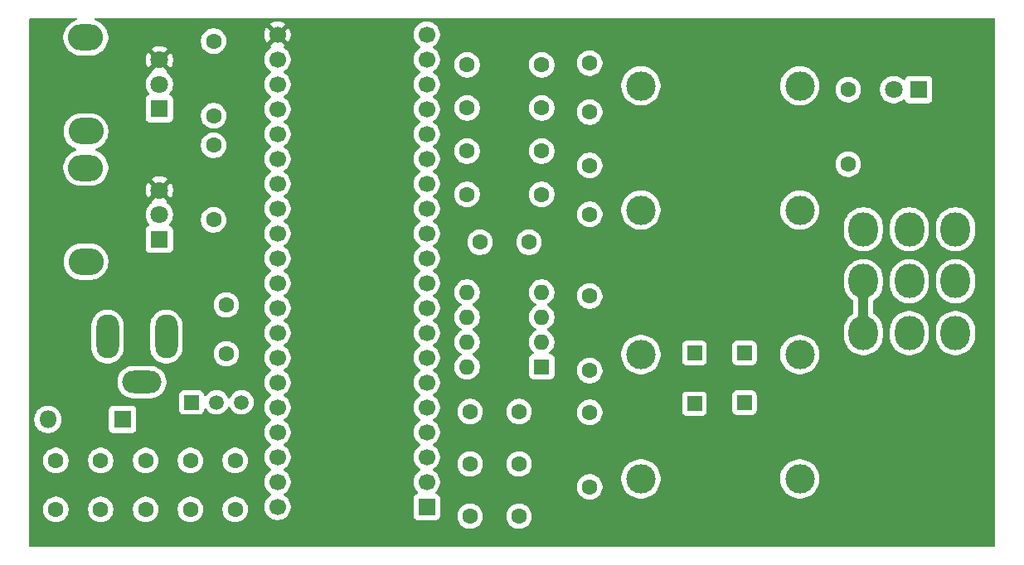
<source format=gbr>
%TF.GenerationSoftware,KiCad,Pcbnew,9.0.5*%
%TF.CreationDate,2025-10-30T20:13:30-05:00*%
%TF.ProjectId,wah,7761682e-6b69-4636-9164-5f7063625858,0.2*%
%TF.SameCoordinates,Original*%
%TF.FileFunction,Copper,L4,Bot*%
%TF.FilePolarity,Positive*%
%FSLAX46Y46*%
G04 Gerber Fmt 4.6, Leading zero omitted, Abs format (unit mm)*
G04 Created by KiCad (PCBNEW 9.0.5) date 2025-10-30 20:13:30*
%MOMM*%
%LPD*%
G01*
G04 APERTURE LIST*
%TA.AperFunction,ComponentPad*%
%ADD10R,1.800000X1.800000*%
%TD*%
%TA.AperFunction,ComponentPad*%
%ADD11O,1.800000X1.800000*%
%TD*%
%TA.AperFunction,ComponentPad*%
%ADD12C,1.600000*%
%TD*%
%TA.AperFunction,ComponentPad*%
%ADD13O,3.580000X2.720000*%
%TD*%
%TA.AperFunction,ComponentPad*%
%ADD14O,3.580000X2.696000*%
%TD*%
%TA.AperFunction,ComponentPad*%
%ADD15C,1.800000*%
%TD*%
%TA.AperFunction,ComponentPad*%
%ADD16R,1.500000X1.500000*%
%TD*%
%TA.AperFunction,ComponentPad*%
%ADD17C,1.500000*%
%TD*%
%TA.AperFunction,ComponentPad*%
%ADD18C,3.000000*%
%TD*%
%TA.AperFunction,ComponentPad*%
%ADD19O,2.300000X4.500000*%
%TD*%
%TA.AperFunction,ComponentPad*%
%ADD20O,4.000000X2.300000*%
%TD*%
%TA.AperFunction,ComponentPad*%
%ADD21O,3.000000X3.500000*%
%TD*%
%TA.AperFunction,ComponentPad*%
%ADD22R,1.600000X1.600000*%
%TD*%
%TA.AperFunction,ComponentPad*%
%ADD23O,1.600000X1.600000*%
%TD*%
%TA.AperFunction,ComponentPad*%
%ADD24R,1.700000X1.700000*%
%TD*%
%TA.AperFunction,ComponentPad*%
%ADD25C,1.700000*%
%TD*%
%TA.AperFunction,Conductor*%
%ADD26C,1.000000*%
%TD*%
G04 APERTURE END LIST*
D10*
%TO.P,D1,1,K*%
%TO.N,+9V*%
X76800000Y-97735000D03*
D11*
%TO.P,D1,2,A*%
%TO.N,Net-(D1-A)*%
X69180000Y-97735000D03*
%TD*%
D12*
%TO.P,C11,1*%
%TO.N,/FX_IN*%
X117300000Y-102285000D03*
%TO.P,C11,2*%
%TO.N,Net-(C11-Pad2)*%
X112300000Y-102285000D03*
%TD*%
D13*
%TO.P,RV2,*%
%TO.N,*%
X73062000Y-68296600D03*
D14*
X73050000Y-58708600D03*
D10*
%TO.P,RV2,1,1*%
%TO.N,GND*%
X80562000Y-65996600D03*
D15*
%TO.P,RV2,2,2*%
%TO.N,/POT2*%
X80562000Y-63496600D03*
%TO.P,RV2,3,3*%
%TO.N,VDD*%
X80562000Y-60996600D03*
%TD*%
D12*
%TO.P,C6,1*%
%TO.N,Net-(C6-Pad1)*%
X113300000Y-79635000D03*
%TO.P,C6,2*%
%TO.N,/FX_OUT*%
X118300000Y-79635000D03*
%TD*%
D16*
%TO.P,GND1,1,1*%
%TO.N,GND*%
X140300000Y-90935000D03*
%TD*%
D12*
%TO.P,R6,1*%
%TO.N,GND*%
X86100000Y-59075000D03*
%TO.P,R6,2*%
%TO.N,/VREF*%
X86100000Y-66695000D03*
%TD*%
D16*
%TO.P,U2,1,VO*%
%TO.N,Net-(U1C-V+)*%
X83860000Y-95995000D03*
D17*
%TO.P,U2,2,GND*%
%TO.N,GND*%
X86400000Y-95995000D03*
%TO.P,U2,3,VI*%
%TO.N,+9V*%
X88940000Y-95995000D03*
%TD*%
D18*
%TO.P,J3,S*%
%TO.N,GND*%
X129737381Y-63655600D03*
%TO.P,J3,SN*%
%TO.N,N/C*%
X145967381Y-63655600D03*
%TO.P,J3,T*%
%TO.N,Net-(J3-PadT)*%
X129737381Y-76355600D03*
%TO.P,J3,TN*%
%TO.N,N/C*%
X145967381Y-76355600D03*
%TD*%
D12*
%TO.P,C5,1*%
%TO.N,+9V*%
X88300000Y-101935000D03*
%TO.P,C5,2*%
%TO.N,GND*%
X88300000Y-106935000D03*
%TD*%
%TO.P,R2,1*%
%TO.N,/VREF*%
X111990000Y-61511800D03*
%TO.P,R2,2*%
%TO.N,Net-(U1B-+)*%
X119610000Y-61511800D03*
%TD*%
D19*
%TO.P,J1,1*%
%TO.N,GND*%
X81270000Y-89275000D03*
%TO.P,J1,2*%
%TO.N,Net-(D1-A)*%
X75270000Y-89275000D03*
D20*
%TO.P,J1,3*%
%TO.N,unconnected-(J1-Pad3)*%
X78770000Y-93925000D03*
%TD*%
D13*
%TO.P,RV1,*%
%TO.N,*%
X73062000Y-81617000D03*
D14*
X73050000Y-72029000D03*
D10*
%TO.P,RV1,1,1*%
%TO.N,GND*%
X80562000Y-79317000D03*
D15*
%TO.P,RV1,2,2*%
%TO.N,/POT1*%
X80562000Y-76817000D03*
%TO.P,RV1,3,3*%
%TO.N,VDD*%
X80562000Y-74317000D03*
%TD*%
D12*
%TO.P,C8,1*%
%TO.N,Net-(U1C-V+)*%
X79150000Y-101935000D03*
%TO.P,C8,2*%
%TO.N,GND*%
X79150000Y-106935000D03*
%TD*%
%TO.P,R7,1*%
%TO.N,Net-(C11-Pad2)*%
X124500000Y-104635000D03*
%TO.P,R7,2*%
%TO.N,Net-(U1A-+)*%
X124500000Y-97015000D03*
%TD*%
%TO.P,R1,1*%
%TO.N,/AUDIO_OUT*%
X111990000Y-65919533D03*
%TO.P,R1,2*%
%TO.N,Net-(C1-Pad1)*%
X119610000Y-65919533D03*
%TD*%
%TO.P,R9,1*%
%TO.N,Net-(R9-Pad1)*%
X150900000Y-71655000D03*
%TO.P,R9,2*%
%TO.N,Net-(D2-A)*%
X150900000Y-64035000D03*
%TD*%
%TO.P,R5,1*%
%TO.N,Net-(U1C-V+)*%
X86100000Y-77355000D03*
%TO.P,R5,2*%
%TO.N,/VREF*%
X86100000Y-69735000D03*
%TD*%
D10*
%TO.P,D2,1,K*%
%TO.N,GND*%
X158085000Y-64035000D03*
D15*
%TO.P,D2,2,A*%
%TO.N,Net-(D2-A)*%
X155545000Y-64035000D03*
%TD*%
D12*
%TO.P,C10,1*%
%TO.N,/VREF*%
X87400000Y-86035000D03*
%TO.P,C10,2*%
%TO.N,GND*%
X87400000Y-91035000D03*
%TD*%
%TO.P,C4,1*%
%TO.N,+9V*%
X83725000Y-101935000D03*
%TO.P,C4,2*%
%TO.N,GND*%
X83725000Y-106935000D03*
%TD*%
D21*
%TO.P,SW1,1,A*%
%TO.N,Net-(SW1-A-Pad1)*%
X152450000Y-88915000D03*
%TO.P,SW1,2,B*%
%TO.N,Net-(J2-PadT)*%
X157150000Y-88915000D03*
%TO.P,SW1,3,C*%
%TO.N,/FX_IN*%
X161850000Y-88915000D03*
%TO.P,SW1,4,A*%
%TO.N,Net-(SW1-A-Pad1)*%
X152450000Y-83615000D03*
%TO.P,SW1,5,B*%
%TO.N,Net-(J3-PadT)*%
X157150000Y-83615000D03*
%TO.P,SW1,6,C*%
%TO.N,/FX_OUT*%
X161850000Y-83615000D03*
%TO.P,SW1,7,A*%
%TO.N,unconnected-(SW1-A-Pad7)*%
X152450000Y-78315000D03*
%TO.P,SW1,8,B*%
%TO.N,+9V*%
X157150000Y-78315000D03*
%TO.P,SW1,9,C*%
%TO.N,Net-(R9-Pad1)*%
X161850000Y-78315000D03*
%TD*%
D18*
%TO.P,J2,S*%
%TO.N,GND*%
X145967381Y-103810000D03*
%TO.P,J2,SN*%
%TO.N,N/C*%
X129737381Y-103810000D03*
%TO.P,J2,T*%
%TO.N,Net-(J2-PadT)*%
X145967381Y-91110000D03*
%TO.P,J2,TN*%
%TO.N,N/C*%
X129737381Y-91110000D03*
%TD*%
D12*
%TO.P,R3,1*%
%TO.N,Net-(U1B--)*%
X119610000Y-74735000D03*
%TO.P,R3,2*%
%TO.N,Net-(C6-Pad1)*%
X111990000Y-74735000D03*
%TD*%
%TO.P,C7,1*%
%TO.N,Net-(U1C-V+)*%
X74575000Y-101935000D03*
%TO.P,C7,2*%
%TO.N,GND*%
X74575000Y-106935000D03*
%TD*%
%TO.P,C3,1*%
%TO.N,+9V*%
X70000000Y-101935000D03*
%TO.P,C3,2*%
%TO.N,GND*%
X70000000Y-106935000D03*
%TD*%
%TO.P,R8,1*%
%TO.N,/VREF*%
X124500000Y-85135000D03*
%TO.P,R8,2*%
%TO.N,Net-(U1A-+)*%
X124500000Y-92755000D03*
%TD*%
%TO.P,C1,1*%
%TO.N,Net-(C1-Pad1)*%
X124500000Y-71778600D03*
%TO.P,C1,2*%
%TO.N,GND*%
X124500000Y-76778600D03*
%TD*%
%TO.P,C2,1*%
%TO.N,Net-(C1-Pad1)*%
X124500000Y-66335000D03*
%TO.P,C2,2*%
%TO.N,Net-(U1B-+)*%
X124500000Y-61335000D03*
%TD*%
D22*
%TO.P,U1,1*%
%TO.N,/AUDIO_IN*%
X119600000Y-92355000D03*
D23*
%TO.P,U1,2,-*%
X119600000Y-89815000D03*
%TO.P,U1,3,+*%
%TO.N,Net-(U1A-+)*%
X119600000Y-87275000D03*
%TO.P,U1,4,V-*%
%TO.N,GND*%
X119600000Y-84735000D03*
%TO.P,U1,5,+*%
%TO.N,Net-(U1B-+)*%
X111980000Y-84735000D03*
%TO.P,U1,6,-*%
%TO.N,Net-(U1B--)*%
X111980000Y-87275000D03*
%TO.P,U1,7*%
X111980000Y-89815000D03*
%TO.P,U1,8,V+*%
%TO.N,Net-(U1C-V+)*%
X111980000Y-92355000D03*
%TD*%
D12*
%TO.P,C9,1*%
%TO.N,/FX_IN*%
X117300000Y-107635000D03*
%TO.P,C9,2*%
%TO.N,GND*%
X112300000Y-107635000D03*
%TD*%
%TO.P,R4,1*%
%TO.N,/FX_OUT*%
X111990000Y-70327267D03*
%TO.P,R4,2*%
%TO.N,GND*%
X119610000Y-70327267D03*
%TD*%
D24*
%TO.P,A1,1,USB_ID*%
%TO.N,unconnected-(A1-USB_ID-Pad1)*%
X107867000Y-106676600D03*
D25*
%TO.P,A1,2,SD_DATA_3*%
%TO.N,unconnected-(A1-SD_DATA_3-Pad2)*%
X107867000Y-104136600D03*
%TO.P,A1,3,SD_DATA_2*%
%TO.N,unconnected-(A1-SD_DATA_2-Pad3)*%
X107867000Y-101596600D03*
%TO.P,A1,4,SD_DATA_1*%
%TO.N,unconnected-(A1-SD_DATA_1-Pad4)*%
X107867000Y-99056600D03*
%TO.P,A1,5,SD_DATA_0*%
%TO.N,unconnected-(A1-SD_DATA_0-Pad5)*%
X107867000Y-96516600D03*
%TO.P,A1,6,SD_CMD*%
%TO.N,unconnected-(A1-SD_CMD-Pad6)*%
X107867000Y-93976600D03*
%TO.P,A1,7,SD_CLK*%
%TO.N,unconnected-(A1-SD_CLK-Pad7)*%
X107867000Y-91436600D03*
%TO.P,A1,8,SPI1_CS*%
%TO.N,unconnected-(A1-SPI1_CS-Pad8)*%
X107867000Y-88896600D03*
%TO.P,A1,9,SPI1_SCK*%
%TO.N,unconnected-(A1-SPI1_SCK-Pad9)*%
X107867000Y-86356600D03*
%TO.P,A1,10,SPI1_POCI*%
%TO.N,unconnected-(A1-SPI1_POCI-Pad10)*%
X107867000Y-83816600D03*
%TO.P,A1,11,SPI1_PICO*%
%TO.N,unconnected-(A1-SPI1_PICO-Pad11)*%
X107867000Y-81276600D03*
%TO.P,A1,12,I2C1_SCL*%
%TO.N,unconnected-(A1-I2C1_SCL-Pad12)*%
X107867000Y-78736600D03*
%TO.P,A1,13,I2C1_SDA*%
%TO.N,unconnected-(A1-I2C1_SDA-Pad13)*%
X107867000Y-76196600D03*
%TO.P,A1,14,USART1_TX*%
%TO.N,unconnected-(A1-USART1_TX-Pad14)*%
X107867000Y-73656600D03*
%TO.P,A1,15,USART1_RX*%
%TO.N,unconnected-(A1-USART1_RX-Pad15)*%
X107867000Y-71116600D03*
%TO.P,A1,16,AUDIO_IN_1*%
%TO.N,/AUDIO_IN*%
X107867000Y-68576600D03*
%TO.P,A1,17,AUDIO_IN_2*%
%TO.N,unconnected-(A1-AUDIO_IN_2-Pad17)*%
X107867000Y-66036600D03*
%TO.P,A1,18,AUDIO_OUT_1*%
%TO.N,/AUDIO_OUT*%
X107867000Y-63496600D03*
%TO.P,A1,19,AUDIO_OUT_2*%
%TO.N,unconnected-(A1-AUDIO_OUT_2-Pad19)*%
X107867000Y-60956600D03*
%TO.P,A1,20,AGND*%
%TO.N,GND*%
X107867000Y-58416600D03*
%TO.P,A1,21,3V3_A*%
%TO.N,VDD*%
X92627000Y-58416600D03*
%TO.P,A1,22,ADC_0*%
%TO.N,unconnected-(A1-ADC_0-Pad22)*%
X92627000Y-60956600D03*
%TO.P,A1,23,ADC_1*%
%TO.N,/POT2*%
X92627000Y-63496600D03*
%TO.P,A1,24,ADC_2*%
%TO.N,/POT1*%
X92627000Y-66036600D03*
%TO.P,A1,25,ADC_3*%
%TO.N,unconnected-(A1-ADC_3-Pad25)*%
X92627000Y-68576600D03*
%TO.P,A1,26,ADC_4*%
%TO.N,unconnected-(A1-ADC_4-Pad26)*%
X92627000Y-71116600D03*
%TO.P,A1,27,ADC_5*%
%TO.N,unconnected-(A1-ADC_5-Pad27)*%
X92627000Y-73656600D03*
%TO.P,A1,28,ADC_6*%
%TO.N,unconnected-(A1-ADC_6-Pad28)*%
X92627000Y-76196600D03*
%TO.P,A1,29,DAC_OUT2*%
%TO.N,unconnected-(A1-DAC_OUT2-Pad29)*%
X92627000Y-78736600D03*
%TO.P,A1,30,DAC_OUT1*%
%TO.N,unconnected-(A1-DAC_OUT1-Pad30)*%
X92627000Y-81276600D03*
%TO.P,A1,31,SAI2_MCLK*%
%TO.N,unconnected-(A1-SAI2_MCLK-Pad31)*%
X92627000Y-83816600D03*
%TO.P,A1,32,SAI2_SD_B*%
%TO.N,unconnected-(A1-SAI2_SD_B-Pad32)*%
X92627000Y-86356600D03*
%TO.P,A1,33,SAI2_SD_A*%
%TO.N,unconnected-(A1-SAI2_SD_A-Pad33)*%
X92627000Y-88896600D03*
%TO.P,A1,34,SAI2_FS*%
%TO.N,unconnected-(A1-SAI2_FS-Pad34)*%
X92627000Y-91436600D03*
%TO.P,A1,35,SAI2_SCK*%
%TO.N,unconnected-(A1-SAI2_SCK-Pad35)*%
X92627000Y-93976600D03*
%TO.P,A1,36,USB_D_-*%
%TO.N,unconnected-(A1-USB_D_--Pad36)*%
X92627000Y-96516600D03*
%TO.P,A1,37,USB_D_+*%
%TO.N,unconnected-(A1-USB_D_+-Pad37)*%
X92627000Y-99056600D03*
%TO.P,A1,38,3V3_D*%
%TO.N,unconnected-(A1-3V3_D-Pad38)*%
X92627000Y-101596600D03*
%TO.P,A1,39,VIN*%
%TO.N,+9V*%
X92627000Y-104136600D03*
%TO.P,A1,40,DGND*%
%TO.N,GND*%
X92627000Y-106676600D03*
%TD*%
D16*
%TO.P,TP_IN1,1,1*%
%TO.N,/FX_IN*%
X135200000Y-96135000D03*
%TD*%
D12*
%TO.P,C12,1*%
%TO.N,Net-(U1A-+)*%
X117300000Y-96935000D03*
%TO.P,C12,2*%
%TO.N,GND*%
X112300000Y-96935000D03*
%TD*%
D16*
%TO.P,GND2,1,1*%
%TO.N,GND*%
X140300000Y-96035000D03*
%TD*%
%TO.P,TP_OUT1,1,1*%
%TO.N,/FX_OUT*%
X135200000Y-90935000D03*
%TD*%
D26*
%TO.N,Net-(SW1-A-Pad1)*%
X152450000Y-83615000D02*
X152450000Y-88915000D01*
%TD*%
%TA.AperFunction,Conductor*%
%TO.N,VDD*%
G36*
X72087682Y-56719585D02*
G01*
X72133437Y-56772389D01*
X72143381Y-56841547D01*
X72114356Y-56905103D01*
X72055578Y-56942877D01*
X72052759Y-56943668D01*
X72031439Y-56949380D01*
X72012543Y-56954444D01*
X71788684Y-57047169D01*
X71788667Y-57047177D01*
X71578825Y-57168330D01*
X71386585Y-57315840D01*
X71386578Y-57315846D01*
X71215246Y-57487178D01*
X71215240Y-57487185D01*
X71067730Y-57679425D01*
X70946577Y-57889267D01*
X70946569Y-57889284D01*
X70853844Y-58113143D01*
X70791130Y-58347199D01*
X70791128Y-58347210D01*
X70759500Y-58587435D01*
X70759500Y-58829764D01*
X70775540Y-58951590D01*
X70791129Y-59069998D01*
X70820153Y-59178317D01*
X70853844Y-59304056D01*
X70946569Y-59527915D01*
X70946577Y-59527932D01*
X71067730Y-59737774D01*
X71215240Y-59930014D01*
X71215246Y-59930021D01*
X71386578Y-60101353D01*
X71386585Y-60101359D01*
X71578825Y-60248869D01*
X71788667Y-60370022D01*
X71788672Y-60370024D01*
X71788675Y-60370026D01*
X71788679Y-60370027D01*
X71788684Y-60370030D01*
X71801890Y-60375500D01*
X72012544Y-60462756D01*
X72246602Y-60525471D01*
X72486843Y-60557100D01*
X72486850Y-60557100D01*
X73613150Y-60557100D01*
X73613157Y-60557100D01*
X73853398Y-60525471D01*
X74087456Y-60462756D01*
X74311325Y-60370026D01*
X74521175Y-60248869D01*
X74713416Y-60101358D01*
X74884758Y-59930016D01*
X75032269Y-59737775D01*
X75153426Y-59527925D01*
X75246156Y-59304056D01*
X75308871Y-59069998D01*
X75321688Y-58972648D01*
X84799500Y-58972648D01*
X84799500Y-59177351D01*
X84831522Y-59379534D01*
X84894781Y-59574223D01*
X84987715Y-59756613D01*
X85108028Y-59922213D01*
X85252786Y-60066971D01*
X85407749Y-60179556D01*
X85418390Y-60187287D01*
X85528365Y-60243322D01*
X85600776Y-60280218D01*
X85600778Y-60280218D01*
X85600781Y-60280220D01*
X85681909Y-60306580D01*
X85795465Y-60343477D01*
X85896557Y-60359488D01*
X85997648Y-60375500D01*
X85997649Y-60375500D01*
X86202351Y-60375500D01*
X86202352Y-60375500D01*
X86404534Y-60343477D01*
X86599219Y-60280220D01*
X86781610Y-60187287D01*
X86933673Y-60076808D01*
X86947213Y-60066971D01*
X86947215Y-60066968D01*
X86947219Y-60066966D01*
X87091966Y-59922219D01*
X87091968Y-59922215D01*
X87091971Y-59922213D01*
X87168190Y-59817305D01*
X87212287Y-59756610D01*
X87305220Y-59574219D01*
X87368477Y-59379534D01*
X87400500Y-59177352D01*
X87400500Y-58972648D01*
X87368477Y-58770466D01*
X87305220Y-58575781D01*
X87305218Y-58575778D01*
X87305218Y-58575776D01*
X87224113Y-58416600D01*
X87212287Y-58393390D01*
X87091966Y-58227781D01*
X86947219Y-58083034D01*
X86947213Y-58083028D01*
X86781613Y-57962715D01*
X86781612Y-57962714D01*
X86781610Y-57962713D01*
X86724653Y-57933691D01*
X86599223Y-57869781D01*
X86404534Y-57806522D01*
X86229995Y-57778878D01*
X86202352Y-57774500D01*
X85997648Y-57774500D01*
X85973329Y-57778351D01*
X85795465Y-57806522D01*
X85600776Y-57869781D01*
X85418386Y-57962715D01*
X85252786Y-58083028D01*
X85108028Y-58227786D01*
X84987715Y-58393386D01*
X84894781Y-58575776D01*
X84831522Y-58770465D01*
X84799500Y-58972648D01*
X75321688Y-58972648D01*
X75340500Y-58829757D01*
X75340500Y-58587443D01*
X75308871Y-58347202D01*
X75246156Y-58113144D01*
X75182837Y-57960279D01*
X75153430Y-57889284D01*
X75153422Y-57889267D01*
X75032269Y-57679425D01*
X74884759Y-57487185D01*
X74884753Y-57487178D01*
X74713421Y-57315846D01*
X74713414Y-57315840D01*
X74521174Y-57168330D01*
X74311332Y-57047177D01*
X74311315Y-57047169D01*
X74087456Y-56954444D01*
X74047263Y-56943674D01*
X73987603Y-56907310D01*
X73957074Y-56844463D01*
X73965369Y-56775087D01*
X74009854Y-56721210D01*
X74076406Y-56699935D01*
X74079357Y-56699900D01*
X165795500Y-56699900D01*
X165862539Y-56719585D01*
X165908294Y-56772389D01*
X165919500Y-56823900D01*
X165919500Y-110620500D01*
X165899815Y-110687539D01*
X165847011Y-110733294D01*
X165795500Y-110744500D01*
X67404500Y-110744500D01*
X67337461Y-110724815D01*
X67291706Y-110672011D01*
X67280500Y-110620500D01*
X67280500Y-106832648D01*
X68699500Y-106832648D01*
X68699500Y-107037351D01*
X68731522Y-107239534D01*
X68794781Y-107434223D01*
X68887715Y-107616613D01*
X69008028Y-107782213D01*
X69152786Y-107926971D01*
X69281783Y-108020691D01*
X69318390Y-108047287D01*
X69434607Y-108106503D01*
X69500776Y-108140218D01*
X69500778Y-108140218D01*
X69500781Y-108140220D01*
X69605137Y-108174127D01*
X69695465Y-108203477D01*
X69796557Y-108219488D01*
X69897648Y-108235500D01*
X69897649Y-108235500D01*
X70102351Y-108235500D01*
X70102352Y-108235500D01*
X70304534Y-108203477D01*
X70499219Y-108140220D01*
X70681610Y-108047287D01*
X70787442Y-107970396D01*
X70847213Y-107926971D01*
X70847215Y-107926968D01*
X70847219Y-107926966D01*
X70991966Y-107782219D01*
X70991968Y-107782215D01*
X70991971Y-107782213D01*
X71099592Y-107634083D01*
X71112287Y-107616610D01*
X71205220Y-107434219D01*
X71268477Y-107239534D01*
X71300500Y-107037352D01*
X71300500Y-106832648D01*
X73274500Y-106832648D01*
X73274500Y-107037351D01*
X73306522Y-107239534D01*
X73369781Y-107434223D01*
X73462715Y-107616613D01*
X73583028Y-107782213D01*
X73727786Y-107926971D01*
X73856783Y-108020691D01*
X73893390Y-108047287D01*
X74009607Y-108106503D01*
X74075776Y-108140218D01*
X74075778Y-108140218D01*
X74075781Y-108140220D01*
X74180137Y-108174127D01*
X74270465Y-108203477D01*
X74371557Y-108219488D01*
X74472648Y-108235500D01*
X74472649Y-108235500D01*
X74677351Y-108235500D01*
X74677352Y-108235500D01*
X74879534Y-108203477D01*
X75074219Y-108140220D01*
X75256610Y-108047287D01*
X75362442Y-107970396D01*
X75422213Y-107926971D01*
X75422215Y-107926968D01*
X75422219Y-107926966D01*
X75566966Y-107782219D01*
X75566968Y-107782215D01*
X75566971Y-107782213D01*
X75674592Y-107634083D01*
X75687287Y-107616610D01*
X75780220Y-107434219D01*
X75843477Y-107239534D01*
X75875500Y-107037352D01*
X75875500Y-106832648D01*
X77849500Y-106832648D01*
X77849500Y-107037351D01*
X77881522Y-107239534D01*
X77944781Y-107434223D01*
X78037715Y-107616613D01*
X78158028Y-107782213D01*
X78302786Y-107926971D01*
X78431783Y-108020691D01*
X78468390Y-108047287D01*
X78584607Y-108106503D01*
X78650776Y-108140218D01*
X78650778Y-108140218D01*
X78650781Y-108140220D01*
X78755137Y-108174127D01*
X78845465Y-108203477D01*
X78946557Y-108219488D01*
X79047648Y-108235500D01*
X79047649Y-108235500D01*
X79252351Y-108235500D01*
X79252352Y-108235500D01*
X79454534Y-108203477D01*
X79649219Y-108140220D01*
X79831610Y-108047287D01*
X79937442Y-107970396D01*
X79997213Y-107926971D01*
X79997215Y-107926968D01*
X79997219Y-107926966D01*
X80141966Y-107782219D01*
X80141968Y-107782215D01*
X80141971Y-107782213D01*
X80249592Y-107634083D01*
X80262287Y-107616610D01*
X80355220Y-107434219D01*
X80418477Y-107239534D01*
X80450500Y-107037352D01*
X80450500Y-106832648D01*
X82424500Y-106832648D01*
X82424500Y-107037351D01*
X82456522Y-107239534D01*
X82519781Y-107434223D01*
X82612715Y-107616613D01*
X82733028Y-107782213D01*
X82877786Y-107926971D01*
X83006783Y-108020691D01*
X83043390Y-108047287D01*
X83159607Y-108106503D01*
X83225776Y-108140218D01*
X83225778Y-108140218D01*
X83225781Y-108140220D01*
X83330137Y-108174127D01*
X83420465Y-108203477D01*
X83521557Y-108219488D01*
X83622648Y-108235500D01*
X83622649Y-108235500D01*
X83827351Y-108235500D01*
X83827352Y-108235500D01*
X84029534Y-108203477D01*
X84224219Y-108140220D01*
X84406610Y-108047287D01*
X84512442Y-107970396D01*
X84572213Y-107926971D01*
X84572215Y-107926968D01*
X84572219Y-107926966D01*
X84716966Y-107782219D01*
X84716968Y-107782215D01*
X84716971Y-107782213D01*
X84824592Y-107634083D01*
X84837287Y-107616610D01*
X84930220Y-107434219D01*
X84993477Y-107239534D01*
X85025500Y-107037352D01*
X85025500Y-106832648D01*
X86999500Y-106832648D01*
X86999500Y-107037351D01*
X87031522Y-107239534D01*
X87094781Y-107434223D01*
X87187715Y-107616613D01*
X87308028Y-107782213D01*
X87452786Y-107926971D01*
X87581783Y-108020691D01*
X87618390Y-108047287D01*
X87734607Y-108106503D01*
X87800776Y-108140218D01*
X87800778Y-108140218D01*
X87800781Y-108140220D01*
X87905137Y-108174127D01*
X87995465Y-108203477D01*
X88096557Y-108219488D01*
X88197648Y-108235500D01*
X88197649Y-108235500D01*
X88402351Y-108235500D01*
X88402352Y-108235500D01*
X88604534Y-108203477D01*
X88799219Y-108140220D01*
X88981610Y-108047287D01*
X89087442Y-107970396D01*
X89147213Y-107926971D01*
X89147215Y-107926968D01*
X89147219Y-107926966D01*
X89291966Y-107782219D01*
X89291968Y-107782215D01*
X89291971Y-107782213D01*
X89399592Y-107634083D01*
X89412287Y-107616610D01*
X89505220Y-107434219D01*
X89568477Y-107239534D01*
X89600500Y-107037352D01*
X89600500Y-106832648D01*
X89568477Y-106630466D01*
X89505220Y-106435781D01*
X89505218Y-106435778D01*
X89505218Y-106435776D01*
X89466789Y-106360357D01*
X89412287Y-106253390D01*
X89404556Y-106242749D01*
X89291971Y-106087786D01*
X89147213Y-105943028D01*
X88981613Y-105822715D01*
X88981612Y-105822714D01*
X88981610Y-105822713D01*
X88924653Y-105793691D01*
X88799223Y-105729781D01*
X88604534Y-105666522D01*
X88429995Y-105638878D01*
X88402352Y-105634500D01*
X88197648Y-105634500D01*
X88173329Y-105638351D01*
X87995465Y-105666522D01*
X87800776Y-105729781D01*
X87618386Y-105822715D01*
X87452786Y-105943028D01*
X87308028Y-106087786D01*
X87187715Y-106253386D01*
X87094781Y-106435776D01*
X87031522Y-106630465D01*
X86999500Y-106832648D01*
X85025500Y-106832648D01*
X84993477Y-106630466D01*
X84930220Y-106435781D01*
X84930218Y-106435778D01*
X84930218Y-106435776D01*
X84891789Y-106360357D01*
X84837287Y-106253390D01*
X84829556Y-106242749D01*
X84716971Y-106087786D01*
X84572213Y-105943028D01*
X84406613Y-105822715D01*
X84406612Y-105822714D01*
X84406610Y-105822713D01*
X84349653Y-105793691D01*
X84224223Y-105729781D01*
X84029534Y-105666522D01*
X83854995Y-105638878D01*
X83827352Y-105634500D01*
X83622648Y-105634500D01*
X83598329Y-105638351D01*
X83420465Y-105666522D01*
X83225776Y-105729781D01*
X83043386Y-105822715D01*
X82877786Y-105943028D01*
X82733028Y-106087786D01*
X82612715Y-106253386D01*
X82519781Y-106435776D01*
X82456522Y-106630465D01*
X82424500Y-106832648D01*
X80450500Y-106832648D01*
X80418477Y-106630466D01*
X80355220Y-106435781D01*
X80355218Y-106435778D01*
X80355218Y-106435776D01*
X80316789Y-106360357D01*
X80262287Y-106253390D01*
X80254556Y-106242749D01*
X80141971Y-106087786D01*
X79997213Y-105943028D01*
X79831613Y-105822715D01*
X79831612Y-105822714D01*
X79831610Y-105822713D01*
X79774653Y-105793691D01*
X79649223Y-105729781D01*
X79454534Y-105666522D01*
X79279995Y-105638878D01*
X79252352Y-105634500D01*
X79047648Y-105634500D01*
X79023329Y-105638351D01*
X78845465Y-105666522D01*
X78650776Y-105729781D01*
X78468386Y-105822715D01*
X78302786Y-105943028D01*
X78158028Y-106087786D01*
X78037715Y-106253386D01*
X77944781Y-106435776D01*
X77881522Y-106630465D01*
X77849500Y-106832648D01*
X75875500Y-106832648D01*
X75843477Y-106630466D01*
X75780220Y-106435781D01*
X75780218Y-106435778D01*
X75780218Y-106435776D01*
X75741789Y-106360357D01*
X75687287Y-106253390D01*
X75679556Y-106242749D01*
X75566971Y-106087786D01*
X75422213Y-105943028D01*
X75256613Y-105822715D01*
X75256612Y-105822714D01*
X75256610Y-105822713D01*
X75199653Y-105793691D01*
X75074223Y-105729781D01*
X74879534Y-105666522D01*
X74704995Y-105638878D01*
X74677352Y-105634500D01*
X74472648Y-105634500D01*
X74448329Y-105638351D01*
X74270465Y-105666522D01*
X74075776Y-105729781D01*
X73893386Y-105822715D01*
X73727786Y-105943028D01*
X73583028Y-106087786D01*
X73462715Y-106253386D01*
X73369781Y-106435776D01*
X73306522Y-106630465D01*
X73274500Y-106832648D01*
X71300500Y-106832648D01*
X71268477Y-106630466D01*
X71205220Y-106435781D01*
X71205218Y-106435778D01*
X71205218Y-106435776D01*
X71166789Y-106360357D01*
X71112287Y-106253390D01*
X71104556Y-106242749D01*
X70991971Y-106087786D01*
X70847213Y-105943028D01*
X70681613Y-105822715D01*
X70681612Y-105822714D01*
X70681610Y-105822713D01*
X70624653Y-105793691D01*
X70499223Y-105729781D01*
X70304534Y-105666522D01*
X70129995Y-105638878D01*
X70102352Y-105634500D01*
X69897648Y-105634500D01*
X69873329Y-105638351D01*
X69695465Y-105666522D01*
X69500776Y-105729781D01*
X69318386Y-105822715D01*
X69152786Y-105943028D01*
X69008028Y-106087786D01*
X68887715Y-106253386D01*
X68794781Y-106435776D01*
X68731522Y-106630465D01*
X68699500Y-106832648D01*
X67280500Y-106832648D01*
X67280500Y-101832648D01*
X68699500Y-101832648D01*
X68699500Y-102037351D01*
X68731522Y-102239534D01*
X68794781Y-102434223D01*
X68887715Y-102616613D01*
X69008028Y-102782213D01*
X69152786Y-102926971D01*
X69307749Y-103039556D01*
X69318390Y-103047287D01*
X69434582Y-103106490D01*
X69500776Y-103140218D01*
X69500778Y-103140218D01*
X69500781Y-103140220D01*
X69578834Y-103165581D01*
X69695465Y-103203477D01*
X69796557Y-103219488D01*
X69897648Y-103235500D01*
X69897649Y-103235500D01*
X70102351Y-103235500D01*
X70102352Y-103235500D01*
X70304534Y-103203477D01*
X70499219Y-103140220D01*
X70681610Y-103047287D01*
X70792653Y-102966610D01*
X70847213Y-102926971D01*
X70847215Y-102926968D01*
X70847219Y-102926966D01*
X70991966Y-102782219D01*
X70991968Y-102782215D01*
X70991971Y-102782213D01*
X71054465Y-102696196D01*
X71112287Y-102616610D01*
X71205220Y-102434219D01*
X71268477Y-102239534D01*
X71300500Y-102037352D01*
X71300500Y-101832648D01*
X73274500Y-101832648D01*
X73274500Y-102037351D01*
X73306522Y-102239534D01*
X73369781Y-102434223D01*
X73462715Y-102616613D01*
X73583028Y-102782213D01*
X73727786Y-102926971D01*
X73882749Y-103039556D01*
X73893390Y-103047287D01*
X74009582Y-103106490D01*
X74075776Y-103140218D01*
X74075778Y-103140218D01*
X74075781Y-103140220D01*
X74153834Y-103165581D01*
X74270465Y-103203477D01*
X74371557Y-103219488D01*
X74472648Y-103235500D01*
X74472649Y-103235500D01*
X74677351Y-103235500D01*
X74677352Y-103235500D01*
X74879534Y-103203477D01*
X75074219Y-103140220D01*
X75256610Y-103047287D01*
X75367653Y-102966610D01*
X75422213Y-102926971D01*
X75422215Y-102926968D01*
X75422219Y-102926966D01*
X75566966Y-102782219D01*
X75566968Y-102782215D01*
X75566971Y-102782213D01*
X75629465Y-102696196D01*
X75687287Y-102616610D01*
X75780220Y-102434219D01*
X75843477Y-102239534D01*
X75875500Y-102037352D01*
X75875500Y-101832648D01*
X77849500Y-101832648D01*
X77849500Y-102037351D01*
X77881522Y-102239534D01*
X77944781Y-102434223D01*
X78037715Y-102616613D01*
X78158028Y-102782213D01*
X78302786Y-102926971D01*
X78457749Y-103039556D01*
X78468390Y-103047287D01*
X78584582Y-103106490D01*
X78650776Y-103140218D01*
X78650778Y-103140218D01*
X78650781Y-103140220D01*
X78728834Y-103165581D01*
X78845465Y-103203477D01*
X78946557Y-103219488D01*
X79047648Y-103235500D01*
X79047649Y-103235500D01*
X79252351Y-103235500D01*
X79252352Y-103235500D01*
X79454534Y-103203477D01*
X79649219Y-103140220D01*
X79831610Y-103047287D01*
X79942653Y-102966610D01*
X79997213Y-102926971D01*
X79997215Y-102926968D01*
X79997219Y-102926966D01*
X80141966Y-102782219D01*
X80141968Y-102782215D01*
X80141971Y-102782213D01*
X80204465Y-102696196D01*
X80262287Y-102616610D01*
X80355220Y-102434219D01*
X80418477Y-102239534D01*
X80450500Y-102037352D01*
X80450500Y-101832648D01*
X82424500Y-101832648D01*
X82424500Y-102037351D01*
X82456522Y-102239534D01*
X82519781Y-102434223D01*
X82612715Y-102616613D01*
X82733028Y-102782213D01*
X82877786Y-102926971D01*
X83032749Y-103039556D01*
X83043390Y-103047287D01*
X83159582Y-103106490D01*
X83225776Y-103140218D01*
X83225778Y-103140218D01*
X83225781Y-103140220D01*
X83303834Y-103165581D01*
X83420465Y-103203477D01*
X83521557Y-103219488D01*
X83622648Y-103235500D01*
X83622649Y-103235500D01*
X83827351Y-103235500D01*
X83827352Y-103235500D01*
X84029534Y-103203477D01*
X84224219Y-103140220D01*
X84406610Y-103047287D01*
X84517653Y-102966610D01*
X84572213Y-102926971D01*
X84572215Y-102926968D01*
X84572219Y-102926966D01*
X84716966Y-102782219D01*
X84716968Y-102782215D01*
X84716971Y-102782213D01*
X84779465Y-102696196D01*
X84837287Y-102616610D01*
X84930220Y-102434219D01*
X84993477Y-102239534D01*
X85025500Y-102037352D01*
X85025500Y-101832648D01*
X86999500Y-101832648D01*
X86999500Y-102037351D01*
X87031522Y-102239534D01*
X87094781Y-102434223D01*
X87187715Y-102616613D01*
X87308028Y-102782213D01*
X87452786Y-102926971D01*
X87607749Y-103039556D01*
X87618390Y-103047287D01*
X87734582Y-103106490D01*
X87800776Y-103140218D01*
X87800778Y-103140218D01*
X87800781Y-103140220D01*
X87878834Y-103165581D01*
X87995465Y-103203477D01*
X88096557Y-103219488D01*
X88197648Y-103235500D01*
X88197649Y-103235500D01*
X88402351Y-103235500D01*
X88402352Y-103235500D01*
X88604534Y-103203477D01*
X88799219Y-103140220D01*
X88981610Y-103047287D01*
X89092653Y-102966610D01*
X89147213Y-102926971D01*
X89147215Y-102926968D01*
X89147219Y-102926966D01*
X89291966Y-102782219D01*
X89291968Y-102782215D01*
X89291971Y-102782213D01*
X89354465Y-102696196D01*
X89412287Y-102616610D01*
X89505220Y-102434219D01*
X89568477Y-102239534D01*
X89600500Y-102037352D01*
X89600500Y-101832648D01*
X89568477Y-101630466D01*
X89559679Y-101603390D01*
X89539127Y-101540137D01*
X89505220Y-101435781D01*
X89505218Y-101435778D01*
X89505218Y-101435776D01*
X89471503Y-101369607D01*
X89412287Y-101253390D01*
X89353674Y-101172715D01*
X89291971Y-101087786D01*
X89147213Y-100943028D01*
X88981613Y-100822715D01*
X88981612Y-100822714D01*
X88981610Y-100822713D01*
X88924653Y-100793691D01*
X88799223Y-100729781D01*
X88604534Y-100666522D01*
X88429995Y-100638878D01*
X88402352Y-100634500D01*
X88197648Y-100634500D01*
X88173329Y-100638351D01*
X87995465Y-100666522D01*
X87800776Y-100729781D01*
X87618386Y-100822715D01*
X87452786Y-100943028D01*
X87308028Y-101087786D01*
X87187715Y-101253386D01*
X87094781Y-101435776D01*
X87031522Y-101630465D01*
X86999500Y-101832648D01*
X85025500Y-101832648D01*
X84993477Y-101630466D01*
X84984679Y-101603390D01*
X84964127Y-101540137D01*
X84930220Y-101435781D01*
X84930218Y-101435778D01*
X84930218Y-101435776D01*
X84896503Y-101369607D01*
X84837287Y-101253390D01*
X84778674Y-101172715D01*
X84716971Y-101087786D01*
X84572213Y-100943028D01*
X84406613Y-100822715D01*
X84406612Y-100822714D01*
X84406610Y-100822713D01*
X84349653Y-100793691D01*
X84224223Y-100729781D01*
X84029534Y-100666522D01*
X83854995Y-100638878D01*
X83827352Y-100634500D01*
X83622648Y-100634500D01*
X83598329Y-100638351D01*
X83420465Y-100666522D01*
X83225776Y-100729781D01*
X83043386Y-100822715D01*
X82877786Y-100943028D01*
X82733028Y-101087786D01*
X82612715Y-101253386D01*
X82519781Y-101435776D01*
X82456522Y-101630465D01*
X82424500Y-101832648D01*
X80450500Y-101832648D01*
X80418477Y-101630466D01*
X80409679Y-101603390D01*
X80389127Y-101540137D01*
X80355220Y-101435781D01*
X80355218Y-101435778D01*
X80355218Y-101435776D01*
X80321503Y-101369607D01*
X80262287Y-101253390D01*
X80203674Y-101172715D01*
X80141971Y-101087786D01*
X79997213Y-100943028D01*
X79831613Y-100822715D01*
X79831612Y-100822714D01*
X79831610Y-100822713D01*
X79774653Y-100793691D01*
X79649223Y-100729781D01*
X79454534Y-100666522D01*
X79279995Y-100638878D01*
X79252352Y-100634500D01*
X79047648Y-100634500D01*
X79023329Y-100638351D01*
X78845465Y-100666522D01*
X78650776Y-100729781D01*
X78468386Y-100822715D01*
X78302786Y-100943028D01*
X78158028Y-101087786D01*
X78037715Y-101253386D01*
X77944781Y-101435776D01*
X77881522Y-101630465D01*
X77849500Y-101832648D01*
X75875500Y-101832648D01*
X75843477Y-101630466D01*
X75834679Y-101603390D01*
X75814127Y-101540137D01*
X75780220Y-101435781D01*
X75780218Y-101435778D01*
X75780218Y-101435776D01*
X75746503Y-101369607D01*
X75687287Y-101253390D01*
X75628674Y-101172715D01*
X75566971Y-101087786D01*
X75422213Y-100943028D01*
X75256613Y-100822715D01*
X75256612Y-100822714D01*
X75256610Y-100822713D01*
X75199653Y-100793691D01*
X75074223Y-100729781D01*
X74879534Y-100666522D01*
X74704995Y-100638878D01*
X74677352Y-100634500D01*
X74472648Y-100634500D01*
X74448329Y-100638351D01*
X74270465Y-100666522D01*
X74075776Y-100729781D01*
X73893386Y-100822715D01*
X73727786Y-100943028D01*
X73583028Y-101087786D01*
X73462715Y-101253386D01*
X73369781Y-101435776D01*
X73306522Y-101630465D01*
X73274500Y-101832648D01*
X71300500Y-101832648D01*
X71268477Y-101630466D01*
X71259679Y-101603390D01*
X71239127Y-101540137D01*
X71205220Y-101435781D01*
X71205218Y-101435778D01*
X71205218Y-101435776D01*
X71171503Y-101369607D01*
X71112287Y-101253390D01*
X71053674Y-101172715D01*
X70991971Y-101087786D01*
X70847213Y-100943028D01*
X70681613Y-100822715D01*
X70681612Y-100822714D01*
X70681610Y-100822713D01*
X70624653Y-100793691D01*
X70499223Y-100729781D01*
X70304534Y-100666522D01*
X70129995Y-100638878D01*
X70102352Y-100634500D01*
X69897648Y-100634500D01*
X69873329Y-100638351D01*
X69695465Y-100666522D01*
X69500776Y-100729781D01*
X69318386Y-100822715D01*
X69152786Y-100943028D01*
X69008028Y-101087786D01*
X68887715Y-101253386D01*
X68794781Y-101435776D01*
X68731522Y-101630465D01*
X68699500Y-101832648D01*
X67280500Y-101832648D01*
X67280500Y-97624778D01*
X67779500Y-97624778D01*
X67779500Y-97845222D01*
X67788421Y-97901549D01*
X67813985Y-98062952D01*
X67882103Y-98272603D01*
X67882104Y-98272606D01*
X67982187Y-98469025D01*
X68111752Y-98647358D01*
X68111756Y-98647363D01*
X68267636Y-98803243D01*
X68267641Y-98803247D01*
X68369606Y-98877328D01*
X68445978Y-98932815D01*
X68574375Y-98998237D01*
X68642393Y-99032895D01*
X68642396Y-99032896D01*
X68747221Y-99066955D01*
X68852049Y-99101015D01*
X69069778Y-99135500D01*
X69069779Y-99135500D01*
X69290221Y-99135500D01*
X69290222Y-99135500D01*
X69507951Y-99101015D01*
X69717606Y-99032895D01*
X69914022Y-98932815D01*
X70092365Y-98803242D01*
X70248242Y-98647365D01*
X70377815Y-98469022D01*
X70477895Y-98272606D01*
X70546015Y-98062951D01*
X70580500Y-97845222D01*
X70580500Y-97624778D01*
X70546015Y-97407049D01*
X70504440Y-97279091D01*
X70477896Y-97197396D01*
X70477895Y-97197393D01*
X70437111Y-97117351D01*
X70377815Y-97000978D01*
X70339924Y-96948825D01*
X70272986Y-96856691D01*
X70248247Y-96822641D01*
X70248243Y-96822636D01*
X70212742Y-96787135D01*
X75399500Y-96787135D01*
X75399500Y-98682870D01*
X75399501Y-98682876D01*
X75405908Y-98742483D01*
X75456202Y-98877328D01*
X75456206Y-98877335D01*
X75542452Y-98992544D01*
X75542455Y-98992547D01*
X75657664Y-99078793D01*
X75657671Y-99078797D01*
X75792517Y-99129091D01*
X75792516Y-99129091D01*
X75799444Y-99129835D01*
X75852127Y-99135500D01*
X77747872Y-99135499D01*
X77807483Y-99129091D01*
X77942331Y-99078796D01*
X78057546Y-98992546D01*
X78143796Y-98877331D01*
X78194091Y-98742483D01*
X78200500Y-98682873D01*
X78200499Y-96787128D01*
X78194091Y-96727517D01*
X78187731Y-96710466D01*
X78143797Y-96592671D01*
X78143793Y-96592664D01*
X78057547Y-96477455D01*
X78057544Y-96477452D01*
X77942335Y-96391206D01*
X77942328Y-96391202D01*
X77807482Y-96340908D01*
X77807483Y-96340908D01*
X77747883Y-96334501D01*
X77747881Y-96334500D01*
X77747873Y-96334500D01*
X77747864Y-96334500D01*
X75852129Y-96334500D01*
X75852123Y-96334501D01*
X75792516Y-96340908D01*
X75657671Y-96391202D01*
X75657664Y-96391206D01*
X75542455Y-96477452D01*
X75542452Y-96477455D01*
X75456206Y-96592664D01*
X75456202Y-96592671D01*
X75405908Y-96727517D01*
X75399501Y-96787116D01*
X75399501Y-96787123D01*
X75399500Y-96787135D01*
X70212742Y-96787135D01*
X70092363Y-96666756D01*
X70092358Y-96666752D01*
X69914025Y-96537187D01*
X69914024Y-96537186D01*
X69914022Y-96537185D01*
X69796791Y-96477452D01*
X69717606Y-96437104D01*
X69717603Y-96437103D01*
X69507952Y-96368985D01*
X69399086Y-96351742D01*
X69290222Y-96334500D01*
X69069778Y-96334500D01*
X68997201Y-96345995D01*
X68852047Y-96368985D01*
X68642396Y-96437103D01*
X68642393Y-96437104D01*
X68445974Y-96537187D01*
X68267641Y-96666752D01*
X68267636Y-96666756D01*
X68111756Y-96822636D01*
X68111752Y-96822641D01*
X67982187Y-97000974D01*
X67882104Y-97197393D01*
X67882103Y-97197396D01*
X67813985Y-97407047D01*
X67809681Y-97434223D01*
X67779500Y-97624778D01*
X67280500Y-97624778D01*
X67280500Y-93795097D01*
X76269500Y-93795097D01*
X76269500Y-94054902D01*
X76310140Y-94311493D01*
X76390422Y-94558576D01*
X76454542Y-94684416D01*
X76505538Y-94784501D01*
X76508368Y-94790054D01*
X76608195Y-94927454D01*
X76661069Y-95000229D01*
X76844771Y-95183931D01*
X77054949Y-95336634D01*
X77202445Y-95411787D01*
X77286423Y-95454577D01*
X77286425Y-95454577D01*
X77286428Y-95454579D01*
X77533507Y-95534860D01*
X77665706Y-95555797D01*
X77790098Y-95575500D01*
X77790103Y-95575500D01*
X79749902Y-95575500D01*
X79863298Y-95557539D01*
X80006493Y-95534860D01*
X80253572Y-95454579D01*
X80485051Y-95336634D01*
X80677055Y-95197135D01*
X82609500Y-95197135D01*
X82609500Y-96792870D01*
X82609501Y-96792876D01*
X82615908Y-96852483D01*
X82666202Y-96987328D01*
X82666206Y-96987335D01*
X82752452Y-97102544D01*
X82752455Y-97102547D01*
X82867664Y-97188793D01*
X82867671Y-97188797D01*
X83002517Y-97239091D01*
X83002516Y-97239091D01*
X83006637Y-97239534D01*
X83062127Y-97245500D01*
X84657872Y-97245499D01*
X84717483Y-97239091D01*
X84852331Y-97188796D01*
X84967546Y-97102546D01*
X85053796Y-96987331D01*
X85104091Y-96852483D01*
X85110500Y-96792873D01*
X85110499Y-96729265D01*
X85130183Y-96662229D01*
X85182986Y-96616473D01*
X85252144Y-96606529D01*
X85315700Y-96635553D01*
X85334816Y-96656381D01*
X85429812Y-96787129D01*
X85446172Y-96809646D01*
X85585354Y-96948828D01*
X85744595Y-97064524D01*
X85819214Y-97102544D01*
X85919970Y-97153882D01*
X85919972Y-97153882D01*
X85919975Y-97153884D01*
X86020317Y-97186487D01*
X86107173Y-97214709D01*
X86301578Y-97245500D01*
X86301583Y-97245500D01*
X86498422Y-97245500D01*
X86692826Y-97214709D01*
X86880025Y-97153884D01*
X87055405Y-97064524D01*
X87214646Y-96948828D01*
X87353828Y-96809646D01*
X87469524Y-96650405D01*
X87538118Y-96515781D01*
X87559515Y-96473787D01*
X87607489Y-96422990D01*
X87675310Y-96406195D01*
X87741445Y-96428732D01*
X87780485Y-96473787D01*
X87870474Y-96650403D01*
X87882357Y-96666758D01*
X87986172Y-96809646D01*
X88125354Y-96948828D01*
X88284595Y-97064524D01*
X88359214Y-97102544D01*
X88459970Y-97153882D01*
X88459972Y-97153882D01*
X88459975Y-97153884D01*
X88560317Y-97186487D01*
X88647173Y-97214709D01*
X88841578Y-97245500D01*
X88841583Y-97245500D01*
X89038422Y-97245500D01*
X89232826Y-97214709D01*
X89420025Y-97153884D01*
X89595405Y-97064524D01*
X89754646Y-96948828D01*
X89893828Y-96809646D01*
X90009524Y-96650405D01*
X90098884Y-96475025D01*
X90159709Y-96287826D01*
X90173563Y-96200357D01*
X90190500Y-96093422D01*
X90190500Y-95896577D01*
X90159709Y-95702173D01*
X90105345Y-95534860D01*
X90098884Y-95514975D01*
X90098882Y-95514972D01*
X90098882Y-95514970D01*
X90009523Y-95339594D01*
X89893828Y-95180354D01*
X89754646Y-95041172D01*
X89595405Y-94925476D01*
X89420029Y-94836117D01*
X89232826Y-94775290D01*
X89038422Y-94744500D01*
X89038417Y-94744500D01*
X88841583Y-94744500D01*
X88841578Y-94744500D01*
X88647173Y-94775290D01*
X88459970Y-94836117D01*
X88284594Y-94925476D01*
X88193741Y-94991485D01*
X88125354Y-95041172D01*
X88125352Y-95041174D01*
X88125351Y-95041174D01*
X87986174Y-95180351D01*
X87986174Y-95180352D01*
X87986172Y-95180354D01*
X87954155Y-95224421D01*
X87870476Y-95339594D01*
X87780485Y-95516213D01*
X87732511Y-95567009D01*
X87664690Y-95583804D01*
X87598555Y-95561267D01*
X87559515Y-95516213D01*
X87518062Y-95434857D01*
X87469524Y-95339595D01*
X87353828Y-95180354D01*
X87214646Y-95041172D01*
X87055405Y-94925476D01*
X86880029Y-94836117D01*
X86692826Y-94775290D01*
X86498422Y-94744500D01*
X86498417Y-94744500D01*
X86301583Y-94744500D01*
X86301578Y-94744500D01*
X86107173Y-94775290D01*
X85919970Y-94836117D01*
X85744594Y-94925476D01*
X85653741Y-94991485D01*
X85585354Y-95041172D01*
X85585352Y-95041174D01*
X85585351Y-95041174D01*
X85446173Y-95180352D01*
X85334817Y-95333620D01*
X85279486Y-95376285D01*
X85209873Y-95382264D01*
X85148078Y-95349658D01*
X85113721Y-95288819D01*
X85110499Y-95260734D01*
X85110499Y-95197129D01*
X85110498Y-95197123D01*
X85110497Y-95197116D01*
X85104091Y-95137517D01*
X85103568Y-95136116D01*
X85053797Y-95002671D01*
X85053793Y-95002664D01*
X84967547Y-94887455D01*
X84967544Y-94887452D01*
X84852335Y-94801206D01*
X84852328Y-94801202D01*
X84717482Y-94750908D01*
X84717483Y-94750908D01*
X84657883Y-94744501D01*
X84657881Y-94744500D01*
X84657873Y-94744500D01*
X84657864Y-94744500D01*
X83062129Y-94744500D01*
X83062123Y-94744501D01*
X83002516Y-94750908D01*
X82867671Y-94801202D01*
X82867664Y-94801206D01*
X82752455Y-94887452D01*
X82752452Y-94887455D01*
X82666206Y-95002664D01*
X82666202Y-95002671D01*
X82615908Y-95137517D01*
X82609501Y-95197116D01*
X82609501Y-95197123D01*
X82609500Y-95197135D01*
X80677055Y-95197135D01*
X80695229Y-95183931D01*
X80878931Y-95000229D01*
X81031634Y-94790051D01*
X81149579Y-94558572D01*
X81229860Y-94311493D01*
X81252539Y-94168298D01*
X81270500Y-94054902D01*
X81270500Y-93795097D01*
X81247374Y-93649091D01*
X81229860Y-93538507D01*
X81149579Y-93291428D01*
X81149577Y-93291425D01*
X81149577Y-93291423D01*
X81104453Y-93202864D01*
X81031634Y-93059949D01*
X80878931Y-92849771D01*
X80695229Y-92666069D01*
X80652681Y-92635156D01*
X80485054Y-92513368D01*
X80485053Y-92513367D01*
X80485051Y-92513366D01*
X80375116Y-92457351D01*
X80253576Y-92395422D01*
X80006493Y-92315140D01*
X79749902Y-92274500D01*
X79749897Y-92274500D01*
X77790103Y-92274500D01*
X77790098Y-92274500D01*
X77533506Y-92315140D01*
X77286423Y-92395422D01*
X77054945Y-92513368D01*
X76844774Y-92666066D01*
X76844768Y-92666071D01*
X76661071Y-92849768D01*
X76661066Y-92849774D01*
X76508368Y-93059945D01*
X76390422Y-93291423D01*
X76310140Y-93538506D01*
X76269500Y-93795097D01*
X67280500Y-93795097D01*
X67280500Y-88045097D01*
X73619500Y-88045097D01*
X73619500Y-90504902D01*
X73660140Y-90761493D01*
X73740422Y-91008576D01*
X73802939Y-91131270D01*
X73835658Y-91195485D01*
X73858368Y-91240054D01*
X73947714Y-91363028D01*
X74011069Y-91450229D01*
X74194771Y-91633931D01*
X74404949Y-91786634D01*
X74540647Y-91855776D01*
X74636423Y-91904577D01*
X74636425Y-91904577D01*
X74636428Y-91904579D01*
X74883507Y-91984860D01*
X75015706Y-92005797D01*
X75140098Y-92025500D01*
X75140103Y-92025500D01*
X75399902Y-92025500D01*
X75513298Y-92007539D01*
X75656493Y-91984860D01*
X75903572Y-91904579D01*
X76135051Y-91786634D01*
X76345229Y-91633931D01*
X76528931Y-91450229D01*
X76681634Y-91240051D01*
X76799579Y-91008572D01*
X76879860Y-90761493D01*
X76902539Y-90618298D01*
X76920500Y-90504902D01*
X76920500Y-88045097D01*
X79619500Y-88045097D01*
X79619500Y-90504902D01*
X79660140Y-90761493D01*
X79740422Y-91008576D01*
X79802939Y-91131270D01*
X79835658Y-91195485D01*
X79858368Y-91240054D01*
X79947714Y-91363028D01*
X80011069Y-91450229D01*
X80194771Y-91633931D01*
X80404949Y-91786634D01*
X80540647Y-91855776D01*
X80636423Y-91904577D01*
X80636425Y-91904577D01*
X80636428Y-91904579D01*
X80883507Y-91984860D01*
X81015706Y-92005797D01*
X81140098Y-92025500D01*
X81140103Y-92025500D01*
X81399902Y-92025500D01*
X81513298Y-92007539D01*
X81656493Y-91984860D01*
X81903572Y-91904579D01*
X82135051Y-91786634D01*
X82345229Y-91633931D01*
X82528931Y-91450229D01*
X82681634Y-91240051D01*
X82799579Y-91008572D01*
X82824248Y-90932648D01*
X86099500Y-90932648D01*
X86099500Y-91137352D01*
X86102524Y-91156446D01*
X86131522Y-91339534D01*
X86194781Y-91534223D01*
X86287715Y-91716613D01*
X86408028Y-91882213D01*
X86552786Y-92026971D01*
X86692935Y-92128793D01*
X86718390Y-92147287D01*
X86834607Y-92206503D01*
X86900776Y-92240218D01*
X86900778Y-92240218D01*
X86900781Y-92240220D01*
X86948673Y-92255781D01*
X87095465Y-92303477D01*
X87169102Y-92315140D01*
X87297648Y-92335500D01*
X87297649Y-92335500D01*
X87502351Y-92335500D01*
X87502352Y-92335500D01*
X87704534Y-92303477D01*
X87899219Y-92240220D01*
X88081610Y-92147287D01*
X88214874Y-92050466D01*
X88247213Y-92026971D01*
X88247215Y-92026968D01*
X88247219Y-92026966D01*
X88391966Y-91882219D01*
X88391968Y-91882215D01*
X88391971Y-91882213D01*
X88478558Y-91763034D01*
X88512287Y-91716610D01*
X88605220Y-91534219D01*
X88668477Y-91339534D01*
X88700500Y-91137352D01*
X88700500Y-90932648D01*
X88686284Y-90842895D01*
X88668477Y-90730465D01*
X88639127Y-90640137D01*
X88605220Y-90535781D01*
X88605218Y-90535778D01*
X88605218Y-90535776D01*
X88569446Y-90465571D01*
X88512287Y-90353390D01*
X88483828Y-90314219D01*
X88391971Y-90187786D01*
X88247213Y-90043028D01*
X88081613Y-89922715D01*
X88081612Y-89922714D01*
X88081610Y-89922713D01*
X88024653Y-89893691D01*
X87899223Y-89829781D01*
X87704534Y-89766522D01*
X87529995Y-89738878D01*
X87502352Y-89734500D01*
X87297648Y-89734500D01*
X87273329Y-89738351D01*
X87095465Y-89766522D01*
X86900776Y-89829781D01*
X86718386Y-89922715D01*
X86552786Y-90043028D01*
X86408028Y-90187786D01*
X86287715Y-90353386D01*
X86194781Y-90535776D01*
X86131522Y-90730465D01*
X86104198Y-90902984D01*
X86099500Y-90932648D01*
X82824248Y-90932648D01*
X82879860Y-90761493D01*
X82900797Y-90629293D01*
X82920500Y-90504902D01*
X82920500Y-88045097D01*
X82892211Y-87866490D01*
X82879860Y-87788507D01*
X82799579Y-87541428D01*
X82799577Y-87541425D01*
X82799577Y-87541423D01*
X82720745Y-87386709D01*
X82681634Y-87309949D01*
X82528931Y-87099771D01*
X82345229Y-86916069D01*
X82345225Y-86916066D01*
X82135054Y-86763368D01*
X82135053Y-86763367D01*
X82135051Y-86763366D01*
X82043288Y-86716610D01*
X81903576Y-86645422D01*
X81656493Y-86565140D01*
X81399902Y-86524500D01*
X81399897Y-86524500D01*
X81140103Y-86524500D01*
X81140098Y-86524500D01*
X80883506Y-86565140D01*
X80636423Y-86645422D01*
X80404945Y-86763368D01*
X80194774Y-86916066D01*
X80194768Y-86916071D01*
X80011071Y-87099768D01*
X80011066Y-87099774D01*
X79858368Y-87309945D01*
X79740422Y-87541423D01*
X79660140Y-87788506D01*
X79619500Y-88045097D01*
X76920500Y-88045097D01*
X76892211Y-87866490D01*
X76879860Y-87788507D01*
X76799579Y-87541428D01*
X76799577Y-87541425D01*
X76799577Y-87541423D01*
X76720745Y-87386709D01*
X76681634Y-87309949D01*
X76528931Y-87099771D01*
X76345229Y-86916069D01*
X76345225Y-86916066D01*
X76135054Y-86763368D01*
X76135053Y-86763367D01*
X76135051Y-86763366D01*
X76043288Y-86716610D01*
X75903576Y-86645422D01*
X75656493Y-86565140D01*
X75399902Y-86524500D01*
X75399897Y-86524500D01*
X75140103Y-86524500D01*
X75140098Y-86524500D01*
X74883506Y-86565140D01*
X74636423Y-86645422D01*
X74404945Y-86763368D01*
X74194774Y-86916066D01*
X74194768Y-86916071D01*
X74011071Y-87099768D01*
X74011066Y-87099774D01*
X73858368Y-87309945D01*
X73740422Y-87541423D01*
X73660140Y-87788506D01*
X73619500Y-88045097D01*
X67280500Y-88045097D01*
X67280500Y-85932648D01*
X86099500Y-85932648D01*
X86099500Y-86137351D01*
X86131522Y-86339534D01*
X86194781Y-86534223D01*
X86287715Y-86716613D01*
X86408028Y-86882213D01*
X86552786Y-87026971D01*
X86652985Y-87099768D01*
X86718390Y-87147287D01*
X86834607Y-87206503D01*
X86900776Y-87240218D01*
X86900778Y-87240218D01*
X86900781Y-87240220D01*
X87005137Y-87274127D01*
X87095465Y-87303477D01*
X87196557Y-87319488D01*
X87297648Y-87335500D01*
X87297649Y-87335500D01*
X87502351Y-87335500D01*
X87502352Y-87335500D01*
X87704534Y-87303477D01*
X87899219Y-87240220D01*
X88081610Y-87147287D01*
X88195673Y-87064416D01*
X88247213Y-87026971D01*
X88247215Y-87026968D01*
X88247219Y-87026966D01*
X88391966Y-86882219D01*
X88391968Y-86882215D01*
X88391971Y-86882213D01*
X88469297Y-86775781D01*
X88512287Y-86716610D01*
X88605220Y-86534219D01*
X88668477Y-86339534D01*
X88700500Y-86137352D01*
X88700500Y-85932648D01*
X88689865Y-85865500D01*
X88668477Y-85730465D01*
X88625221Y-85597339D01*
X88605220Y-85535781D01*
X88605218Y-85535778D01*
X88605218Y-85535776D01*
X88571503Y-85469607D01*
X88512287Y-85353390D01*
X88492743Y-85326490D01*
X88391971Y-85187786D01*
X88247213Y-85043028D01*
X88081613Y-84922715D01*
X88081612Y-84922714D01*
X88081610Y-84922713D01*
X88024653Y-84893691D01*
X87899223Y-84829781D01*
X87704534Y-84766522D01*
X87529995Y-84738878D01*
X87502352Y-84734500D01*
X87297648Y-84734500D01*
X87273329Y-84738351D01*
X87095465Y-84766522D01*
X86900776Y-84829781D01*
X86718386Y-84922715D01*
X86552786Y-85043028D01*
X86408028Y-85187786D01*
X86287715Y-85353386D01*
X86194781Y-85535776D01*
X86131522Y-85730465D01*
X86099500Y-85932648D01*
X67280500Y-85932648D01*
X67280500Y-81495048D01*
X70771500Y-81495048D01*
X70771500Y-81738951D01*
X70787137Y-81857718D01*
X70803334Y-81980744D01*
X70866456Y-82216320D01*
X70866459Y-82216330D01*
X70959786Y-82441640D01*
X70959791Y-82441651D01*
X71081727Y-82652848D01*
X71081738Y-82652864D01*
X71230199Y-82846343D01*
X71230205Y-82846350D01*
X71402649Y-83018794D01*
X71402655Y-83018799D01*
X71596144Y-83167268D01*
X71596151Y-83167272D01*
X71807348Y-83289208D01*
X71807353Y-83289210D01*
X71807356Y-83289212D01*
X72032679Y-83382544D01*
X72268256Y-83445666D01*
X72510056Y-83477500D01*
X72510063Y-83477500D01*
X73613937Y-83477500D01*
X73613944Y-83477500D01*
X73855744Y-83445666D01*
X74091321Y-83382544D01*
X74316644Y-83289212D01*
X74527856Y-83167268D01*
X74721345Y-83018799D01*
X74893799Y-82846345D01*
X75042268Y-82652856D01*
X75164212Y-82441644D01*
X75257544Y-82216321D01*
X75320666Y-81980744D01*
X75352500Y-81738944D01*
X75352500Y-81495056D01*
X75320666Y-81253256D01*
X75257544Y-81017679D01*
X75164212Y-80792356D01*
X75164210Y-80792353D01*
X75164208Y-80792348D01*
X75042272Y-80581151D01*
X75042268Y-80581144D01*
X74951918Y-80463397D01*
X74893800Y-80387656D01*
X74893794Y-80387649D01*
X74721350Y-80215205D01*
X74721343Y-80215199D01*
X74527864Y-80066738D01*
X74527862Y-80066736D01*
X74527856Y-80066732D01*
X74527851Y-80066729D01*
X74527848Y-80066727D01*
X74316651Y-79944791D01*
X74316640Y-79944786D01*
X74091330Y-79851459D01*
X74091323Y-79851457D01*
X74091321Y-79851456D01*
X73855744Y-79788334D01*
X73815333Y-79783013D01*
X73613951Y-79756500D01*
X73613944Y-79756500D01*
X72510056Y-79756500D01*
X72510048Y-79756500D01*
X72279896Y-79786801D01*
X72268256Y-79788334D01*
X72032679Y-79851456D01*
X72032669Y-79851459D01*
X71807359Y-79944786D01*
X71807348Y-79944791D01*
X71596151Y-80066727D01*
X71596135Y-80066738D01*
X71402656Y-80215199D01*
X71402649Y-80215205D01*
X71230205Y-80387649D01*
X71230199Y-80387656D01*
X71081738Y-80581135D01*
X71081727Y-80581151D01*
X70959791Y-80792348D01*
X70959786Y-80792359D01*
X70866459Y-81017669D01*
X70866456Y-81017679D01*
X70803335Y-81253253D01*
X70803333Y-81253264D01*
X70771500Y-81495048D01*
X67280500Y-81495048D01*
X67280500Y-76706778D01*
X79161500Y-76706778D01*
X79161500Y-76927221D01*
X79195985Y-77144952D01*
X79264103Y-77354603D01*
X79264104Y-77354606D01*
X79364187Y-77551025D01*
X79493752Y-77729358D01*
X79493756Y-77729363D01*
X79514794Y-77750401D01*
X79548279Y-77811724D01*
X79543295Y-77881416D01*
X79501423Y-77937349D01*
X79470448Y-77954263D01*
X79419674Y-77973201D01*
X79419664Y-77973206D01*
X79304455Y-78059452D01*
X79304452Y-78059455D01*
X79218206Y-78174664D01*
X79218202Y-78174671D01*
X79167908Y-78309517D01*
X79161780Y-78366522D01*
X79161501Y-78369123D01*
X79161500Y-78369135D01*
X79161500Y-80264870D01*
X79161501Y-80264876D01*
X79167908Y-80324483D01*
X79218202Y-80459328D01*
X79218206Y-80459335D01*
X79304452Y-80574544D01*
X79304455Y-80574547D01*
X79419664Y-80660793D01*
X79419671Y-80660797D01*
X79554517Y-80711091D01*
X79554516Y-80711091D01*
X79561444Y-80711835D01*
X79614127Y-80717500D01*
X81509872Y-80717499D01*
X81569483Y-80711091D01*
X81704331Y-80660796D01*
X81819546Y-80574546D01*
X81905796Y-80459331D01*
X81956091Y-80324483D01*
X81962500Y-80264873D01*
X81962499Y-78369128D01*
X81956091Y-78309517D01*
X81935383Y-78253997D01*
X81905797Y-78174671D01*
X81905793Y-78174664D01*
X81819547Y-78059455D01*
X81819544Y-78059452D01*
X81704335Y-77973206D01*
X81704329Y-77973203D01*
X81653552Y-77954264D01*
X81597619Y-77912392D01*
X81573202Y-77846927D01*
X81588054Y-77778655D01*
X81609206Y-77750401D01*
X81630242Y-77729365D01*
X81759815Y-77551022D01*
X81859895Y-77354606D01*
X81893023Y-77252648D01*
X84799500Y-77252648D01*
X84799500Y-77457351D01*
X84831522Y-77659534D01*
X84894781Y-77854223D01*
X84955404Y-77973201D01*
X84983725Y-78028784D01*
X84987715Y-78036613D01*
X85108028Y-78202213D01*
X85252786Y-78346971D01*
X85366767Y-78429781D01*
X85418390Y-78467287D01*
X85534607Y-78526503D01*
X85600776Y-78560218D01*
X85600778Y-78560218D01*
X85600781Y-78560220D01*
X85705137Y-78594127D01*
X85795465Y-78623477D01*
X85838626Y-78630313D01*
X85997648Y-78655500D01*
X85997649Y-78655500D01*
X86202351Y-78655500D01*
X86202352Y-78655500D01*
X86404534Y-78623477D01*
X86599219Y-78560220D01*
X86781610Y-78467287D01*
X86916706Y-78369135D01*
X86947213Y-78346971D01*
X86947215Y-78346968D01*
X86947219Y-78346966D01*
X87091966Y-78202219D01*
X87091968Y-78202215D01*
X87091971Y-78202213D01*
X87195689Y-78059455D01*
X87212287Y-78036610D01*
X87305220Y-77854219D01*
X87368477Y-77659534D01*
X87400500Y-77457352D01*
X87400500Y-77252648D01*
X87372583Y-77076392D01*
X87368477Y-77050465D01*
X87336222Y-76951196D01*
X87305220Y-76855781D01*
X87305218Y-76855778D01*
X87305218Y-76855776D01*
X87271503Y-76789607D01*
X87212287Y-76673390D01*
X87204556Y-76662749D01*
X87091971Y-76507786D01*
X86947213Y-76363028D01*
X86781613Y-76242715D01*
X86781612Y-76242714D01*
X86781610Y-76242713D01*
X86724653Y-76213691D01*
X86599223Y-76149781D01*
X86404534Y-76086522D01*
X86229995Y-76058878D01*
X86202352Y-76054500D01*
X85997648Y-76054500D01*
X85973329Y-76058351D01*
X85795465Y-76086522D01*
X85600776Y-76149781D01*
X85418386Y-76242715D01*
X85252786Y-76363028D01*
X85108028Y-76507786D01*
X84987715Y-76673386D01*
X84894781Y-76855776D01*
X84831522Y-77050465D01*
X84799500Y-77252648D01*
X81893023Y-77252648D01*
X81928015Y-77144951D01*
X81962500Y-76927222D01*
X81962500Y-76706778D01*
X81928015Y-76489049D01*
X81859895Y-76279394D01*
X81859895Y-76279393D01*
X81825237Y-76211375D01*
X81759815Y-76082978D01*
X81739125Y-76054500D01*
X81630247Y-75904641D01*
X81630243Y-75904636D01*
X81474359Y-75748752D01*
X81361846Y-75667008D01*
X81319180Y-75611679D01*
X81313201Y-75542065D01*
X81345806Y-75480270D01*
X81359486Y-75468416D01*
X81359514Y-75468066D01*
X80691409Y-74799962D01*
X80754993Y-74782925D01*
X80869007Y-74717099D01*
X80962099Y-74624007D01*
X81027925Y-74509993D01*
X81044962Y-74446410D01*
X81713066Y-75114514D01*
X81713066Y-75114513D01*
X81759386Y-75050760D01*
X81859432Y-74854410D01*
X81927526Y-74644835D01*
X81962000Y-74427181D01*
X81962000Y-74206818D01*
X81927526Y-73989164D01*
X81859432Y-73779589D01*
X81759388Y-73583243D01*
X81713066Y-73519485D01*
X81713065Y-73519485D01*
X81044962Y-74187589D01*
X81027925Y-74124007D01*
X80962099Y-74009993D01*
X80869007Y-73916901D01*
X80754993Y-73851075D01*
X80691407Y-73834037D01*
X81359513Y-73165932D01*
X81295756Y-73119611D01*
X81099410Y-73019567D01*
X80889835Y-72951473D01*
X80672181Y-72917000D01*
X80451819Y-72917000D01*
X80234164Y-72951473D01*
X80024589Y-73019567D01*
X79828233Y-73119616D01*
X79764485Y-73165931D01*
X79764485Y-73165932D01*
X80432590Y-73834037D01*
X80369007Y-73851075D01*
X80254993Y-73916901D01*
X80161901Y-74009993D01*
X80096075Y-74124007D01*
X80079037Y-74187590D01*
X79410932Y-73519485D01*
X79410931Y-73519485D01*
X79364616Y-73583233D01*
X79264567Y-73779589D01*
X79196473Y-73989164D01*
X79162000Y-74206818D01*
X79162000Y-74427181D01*
X79196473Y-74644835D01*
X79264567Y-74854410D01*
X79364611Y-75050756D01*
X79410932Y-75114513D01*
X80079037Y-74446408D01*
X80096075Y-74509993D01*
X80161901Y-74624007D01*
X80254993Y-74717099D01*
X80369007Y-74782925D01*
X80432590Y-74799962D01*
X79764485Y-75468065D01*
X79764602Y-75469548D01*
X79804818Y-75521701D01*
X79810797Y-75591315D01*
X79778192Y-75653110D01*
X79762153Y-75667008D01*
X79649636Y-75748756D01*
X79493756Y-75904636D01*
X79493752Y-75904641D01*
X79364187Y-76082974D01*
X79264104Y-76279393D01*
X79264103Y-76279396D01*
X79195985Y-76489047D01*
X79161500Y-76706778D01*
X67280500Y-76706778D01*
X67280500Y-71907835D01*
X70759500Y-71907835D01*
X70759500Y-72150164D01*
X70784048Y-72336613D01*
X70791129Y-72390398D01*
X70821091Y-72502219D01*
X70853844Y-72624456D01*
X70946569Y-72848315D01*
X70946577Y-72848332D01*
X71067730Y-73058174D01*
X71215240Y-73250414D01*
X71215246Y-73250421D01*
X71386578Y-73421753D01*
X71386585Y-73421759D01*
X71578825Y-73569269D01*
X71788667Y-73690422D01*
X71788672Y-73690424D01*
X71788675Y-73690426D01*
X71788679Y-73690427D01*
X71788684Y-73690430D01*
X71859679Y-73719837D01*
X72012544Y-73783156D01*
X72246602Y-73845871D01*
X72486843Y-73877500D01*
X72486850Y-73877500D01*
X73613150Y-73877500D01*
X73613157Y-73877500D01*
X73853398Y-73845871D01*
X74087456Y-73783156D01*
X74311325Y-73690426D01*
X74521175Y-73569269D01*
X74713416Y-73421758D01*
X74884758Y-73250416D01*
X74970873Y-73138188D01*
X74971244Y-73137705D01*
X74985128Y-73119611D01*
X75032269Y-73058175D01*
X75153426Y-72848325D01*
X75246156Y-72624456D01*
X75308871Y-72390398D01*
X75340500Y-72150157D01*
X75340500Y-71907843D01*
X75308871Y-71667602D01*
X75246156Y-71433544D01*
X75153426Y-71209675D01*
X75153424Y-71209672D01*
X75153422Y-71209667D01*
X75032269Y-70999825D01*
X74884759Y-70807585D01*
X74884753Y-70807578D01*
X74713421Y-70636246D01*
X74713414Y-70636240D01*
X74521174Y-70488730D01*
X74311332Y-70367577D01*
X74311321Y-70367572D01*
X74109211Y-70283855D01*
X74054808Y-70240014D01*
X74032743Y-70173720D01*
X74050022Y-70106020D01*
X74101160Y-70058410D01*
X74109205Y-70054736D01*
X74216702Y-70010209D01*
X74316635Y-69968816D01*
X74316638Y-69968814D01*
X74316644Y-69968812D01*
X74527856Y-69846868D01*
X74721345Y-69698399D01*
X74787096Y-69632648D01*
X84799500Y-69632648D01*
X84799500Y-69837351D01*
X84831522Y-70039534D01*
X84894781Y-70234223D01*
X84924695Y-70292931D01*
X84983725Y-70408784D01*
X84987715Y-70416613D01*
X85108028Y-70582213D01*
X85252786Y-70726971D01*
X85389765Y-70826490D01*
X85418390Y-70847287D01*
X85534607Y-70906503D01*
X85600776Y-70940218D01*
X85600778Y-70940218D01*
X85600781Y-70940220D01*
X85702855Y-70973386D01*
X85795465Y-71003477D01*
X85838626Y-71010313D01*
X85997648Y-71035500D01*
X85997649Y-71035500D01*
X86202351Y-71035500D01*
X86202352Y-71035500D01*
X86404534Y-71003477D01*
X86599219Y-70940220D01*
X86781610Y-70847287D01*
X86874590Y-70779732D01*
X86947213Y-70726971D01*
X86947215Y-70726968D01*
X86947219Y-70726966D01*
X87091966Y-70582219D01*
X87091968Y-70582215D01*
X87091971Y-70582213D01*
X87188187Y-70449781D01*
X87212287Y-70416610D01*
X87305220Y-70234219D01*
X87368477Y-70039534D01*
X87400500Y-69837352D01*
X87400500Y-69632648D01*
X87385841Y-69540095D01*
X87368477Y-69430465D01*
X87305218Y-69235776D01*
X87247270Y-69122048D01*
X87212287Y-69053390D01*
X87204556Y-69042749D01*
X87091971Y-68887786D01*
X86947213Y-68743028D01*
X86781613Y-68622715D01*
X86781612Y-68622714D01*
X86781610Y-68622713D01*
X86724653Y-68593691D01*
X86599223Y-68529781D01*
X86404534Y-68466522D01*
X86229995Y-68438878D01*
X86202352Y-68434500D01*
X85997648Y-68434500D01*
X85973329Y-68438351D01*
X85795465Y-68466522D01*
X85600776Y-68529781D01*
X85418386Y-68622715D01*
X85252786Y-68743028D01*
X85108028Y-68887786D01*
X84987715Y-69053386D01*
X84894781Y-69235776D01*
X84831522Y-69430465D01*
X84799500Y-69632648D01*
X74787096Y-69632648D01*
X74879650Y-69540095D01*
X74893794Y-69525950D01*
X74893799Y-69525945D01*
X75042268Y-69332456D01*
X75164212Y-69121244D01*
X75257544Y-68895921D01*
X75320666Y-68660344D01*
X75352500Y-68418544D01*
X75352500Y-68174656D01*
X75320666Y-67932856D01*
X75257544Y-67697279D01*
X75164212Y-67471956D01*
X75164210Y-67471953D01*
X75164208Y-67471948D01*
X75042272Y-67260751D01*
X75042268Y-67260744D01*
X74893799Y-67067255D01*
X74893794Y-67067249D01*
X74721350Y-66894805D01*
X74721343Y-66894799D01*
X74527864Y-66746338D01*
X74527862Y-66746336D01*
X74527856Y-66746332D01*
X74527851Y-66746329D01*
X74527848Y-66746327D01*
X74316651Y-66624391D01*
X74316640Y-66624386D01*
X74091330Y-66531059D01*
X74091323Y-66531057D01*
X74091321Y-66531056D01*
X73855744Y-66467934D01*
X73815333Y-66462613D01*
X73613951Y-66436100D01*
X73613944Y-66436100D01*
X72510056Y-66436100D01*
X72510048Y-66436100D01*
X72279896Y-66466401D01*
X72268256Y-66467934D01*
X72032679Y-66531056D01*
X72032669Y-66531059D01*
X71807359Y-66624386D01*
X71807348Y-66624391D01*
X71596151Y-66746327D01*
X71596135Y-66746338D01*
X71402656Y-66894799D01*
X71402649Y-66894805D01*
X71230205Y-67067249D01*
X71230199Y-67067256D01*
X71081738Y-67260735D01*
X71081727Y-67260751D01*
X70959791Y-67471948D01*
X70959786Y-67471959D01*
X70866459Y-67697269D01*
X70866456Y-67697279D01*
X70803335Y-67932853D01*
X70803333Y-67932864D01*
X70771500Y-68174648D01*
X70771500Y-68418551D01*
X70798013Y-68619933D01*
X70803334Y-68660344D01*
X70866456Y-68895920D01*
X70866459Y-68895930D01*
X70959786Y-69121240D01*
X70959791Y-69121251D01*
X71081727Y-69332448D01*
X71081738Y-69332464D01*
X71230199Y-69525943D01*
X71230205Y-69525950D01*
X71402649Y-69698394D01*
X71402656Y-69698400D01*
X71445990Y-69731651D01*
X71596144Y-69846868D01*
X71596151Y-69846872D01*
X71807348Y-69968808D01*
X71807353Y-69968810D01*
X71807356Y-69968812D01*
X71807366Y-69968816D01*
X72002788Y-70049763D01*
X72057191Y-70093604D01*
X72079256Y-70159898D01*
X72061977Y-70227598D01*
X72010839Y-70275208D01*
X72002788Y-70278885D01*
X71788678Y-70367572D01*
X71788667Y-70367577D01*
X71578825Y-70488730D01*
X71386585Y-70636240D01*
X71386578Y-70636246D01*
X71215246Y-70807578D01*
X71215240Y-70807585D01*
X71067730Y-70999825D01*
X70946577Y-71209667D01*
X70946569Y-71209684D01*
X70853844Y-71433543D01*
X70821717Y-71553445D01*
X70799862Y-71635012D01*
X70791130Y-71667599D01*
X70791128Y-71667610D01*
X70759500Y-71907835D01*
X67280500Y-71907835D01*
X67280500Y-63386378D01*
X79161500Y-63386378D01*
X79161500Y-63606821D01*
X79195985Y-63824552D01*
X79264103Y-64034203D01*
X79264104Y-64034206D01*
X79320671Y-64145222D01*
X79350834Y-64204420D01*
X79364187Y-64230625D01*
X79493752Y-64408958D01*
X79493756Y-64408963D01*
X79514794Y-64430001D01*
X79548279Y-64491324D01*
X79543295Y-64561016D01*
X79501423Y-64616949D01*
X79470448Y-64633863D01*
X79419674Y-64652801D01*
X79419664Y-64652806D01*
X79304455Y-64739052D01*
X79304452Y-64739055D01*
X79218206Y-64854264D01*
X79218202Y-64854271D01*
X79167908Y-64989117D01*
X79162171Y-65042482D01*
X79161501Y-65048723D01*
X79161500Y-65048735D01*
X79161500Y-66944470D01*
X79161501Y-66944476D01*
X79167908Y-67004083D01*
X79218202Y-67138928D01*
X79218206Y-67138935D01*
X79304452Y-67254144D01*
X79304455Y-67254147D01*
X79419664Y-67340393D01*
X79419671Y-67340397D01*
X79554517Y-67390691D01*
X79554516Y-67390691D01*
X79561444Y-67391435D01*
X79614127Y-67397100D01*
X81509872Y-67397099D01*
X81569483Y-67390691D01*
X81704331Y-67340396D01*
X81819546Y-67254146D01*
X81905796Y-67138931D01*
X81956091Y-67004083D01*
X81962500Y-66944473D01*
X81962500Y-66592648D01*
X84799500Y-66592648D01*
X84799500Y-66797351D01*
X84831522Y-66999534D01*
X84894781Y-67194223D01*
X84952041Y-67306600D01*
X84969259Y-67340393D01*
X84987715Y-67376613D01*
X85108028Y-67542213D01*
X85252786Y-67686971D01*
X85407749Y-67799556D01*
X85418390Y-67807287D01*
X85534607Y-67866503D01*
X85600776Y-67900218D01*
X85600778Y-67900218D01*
X85600781Y-67900220D01*
X85701215Y-67932853D01*
X85795465Y-67963477D01*
X85896557Y-67979488D01*
X85997648Y-67995500D01*
X85997649Y-67995500D01*
X86202351Y-67995500D01*
X86202352Y-67995500D01*
X86404534Y-67963477D01*
X86599219Y-67900220D01*
X86781610Y-67807287D01*
X86874590Y-67739732D01*
X86947213Y-67686971D01*
X86947215Y-67686968D01*
X86947219Y-67686966D01*
X87091966Y-67542219D01*
X87091968Y-67542215D01*
X87091971Y-67542213D01*
X87144732Y-67469590D01*
X87212287Y-67376610D01*
X87305220Y-67194219D01*
X87368477Y-66999534D01*
X87400500Y-66797352D01*
X87400500Y-66592648D01*
X87368477Y-66390466D01*
X87305220Y-66195781D01*
X87305218Y-66195778D01*
X87305218Y-66195776D01*
X87271503Y-66129607D01*
X87212287Y-66013390D01*
X87151929Y-65930313D01*
X87091971Y-65847786D01*
X86947213Y-65703028D01*
X86781613Y-65582715D01*
X86781612Y-65582714D01*
X86781610Y-65582713D01*
X86724653Y-65553691D01*
X86599223Y-65489781D01*
X86404534Y-65426522D01*
X86229995Y-65398878D01*
X86202352Y-65394500D01*
X85997648Y-65394500D01*
X85973329Y-65398351D01*
X85795465Y-65426522D01*
X85600776Y-65489781D01*
X85418386Y-65582715D01*
X85252786Y-65703028D01*
X85108028Y-65847786D01*
X84987715Y-66013386D01*
X84894781Y-66195776D01*
X84831522Y-66390465D01*
X84799500Y-66592648D01*
X81962500Y-66592648D01*
X81962499Y-65930313D01*
X81962499Y-65048729D01*
X81962498Y-65048723D01*
X81962497Y-65048716D01*
X81956091Y-64989117D01*
X81953762Y-64982873D01*
X81905797Y-64854271D01*
X81905793Y-64854264D01*
X81819547Y-64739055D01*
X81819544Y-64739052D01*
X81704335Y-64652806D01*
X81704329Y-64652803D01*
X81653552Y-64633864D01*
X81597619Y-64591992D01*
X81573202Y-64526527D01*
X81588054Y-64458255D01*
X81609206Y-64430001D01*
X81630242Y-64408965D01*
X81759815Y-64230622D01*
X81859895Y-64034206D01*
X81928015Y-63824551D01*
X81962500Y-63606822D01*
X81962500Y-63386378D01*
X81928015Y-63168649D01*
X81878719Y-63016928D01*
X81859896Y-62958996D01*
X81859895Y-62958993D01*
X81825237Y-62890975D01*
X81759815Y-62762578D01*
X81671418Y-62640909D01*
X81630247Y-62584241D01*
X81630243Y-62584236D01*
X81474359Y-62428352D01*
X81361846Y-62346608D01*
X81319180Y-62291279D01*
X81313201Y-62221665D01*
X81345806Y-62159870D01*
X81359486Y-62148016D01*
X81359514Y-62147666D01*
X80691409Y-61479562D01*
X80754993Y-61462525D01*
X80869007Y-61396699D01*
X80962099Y-61303607D01*
X81027925Y-61189593D01*
X81044962Y-61126010D01*
X81713066Y-61794114D01*
X81713066Y-61794113D01*
X81759386Y-61730360D01*
X81859432Y-61534010D01*
X81927526Y-61324435D01*
X81962000Y-61106781D01*
X81962000Y-60886419D01*
X81958582Y-60864839D01*
X81956281Y-60850313D01*
X91276500Y-60850313D01*
X91276500Y-61062886D01*
X91303387Y-61232648D01*
X91309754Y-61272843D01*
X91363206Y-61437352D01*
X91375444Y-61475014D01*
X91471951Y-61664420D01*
X91596890Y-61836386D01*
X91747213Y-61986709D01*
X91919182Y-62111650D01*
X91927946Y-62116116D01*
X91978742Y-62164091D01*
X91995536Y-62231912D01*
X91972998Y-62298047D01*
X91927946Y-62337084D01*
X91919182Y-62341549D01*
X91747213Y-62466490D01*
X91596890Y-62616813D01*
X91471951Y-62788779D01*
X91375444Y-62978185D01*
X91309753Y-63180360D01*
X91276500Y-63390313D01*
X91276500Y-63602886D01*
X91305617Y-63786727D01*
X91309754Y-63812843D01*
X91348681Y-63932648D01*
X91375444Y-64015014D01*
X91471951Y-64204420D01*
X91596890Y-64376386D01*
X91747213Y-64526709D01*
X91919182Y-64651650D01*
X91927946Y-64656116D01*
X91978742Y-64704091D01*
X91995536Y-64771912D01*
X91972998Y-64838047D01*
X91927946Y-64877084D01*
X91919182Y-64881549D01*
X91747213Y-65006490D01*
X91596890Y-65156813D01*
X91471951Y-65328779D01*
X91375444Y-65518185D01*
X91309753Y-65720360D01*
X91289572Y-65847781D01*
X91276500Y-65930313D01*
X91276500Y-66142887D01*
X91309754Y-66352843D01*
X91367660Y-66531059D01*
X91375444Y-66555014D01*
X91471951Y-66744420D01*
X91596890Y-66916386D01*
X91747213Y-67066709D01*
X91919182Y-67191650D01*
X91927946Y-67196116D01*
X91978742Y-67244091D01*
X91995536Y-67311912D01*
X91972998Y-67378047D01*
X91927946Y-67417084D01*
X91919182Y-67421549D01*
X91747213Y-67546490D01*
X91596890Y-67696813D01*
X91471951Y-67868779D01*
X91375444Y-68058185D01*
X91309753Y-68260360D01*
X91284699Y-68418544D01*
X91276500Y-68470313D01*
X91276500Y-68682887D01*
X91309754Y-68892843D01*
X91363673Y-69058789D01*
X91375444Y-69095014D01*
X91471951Y-69284420D01*
X91596890Y-69456386D01*
X91747213Y-69606709D01*
X91919182Y-69731650D01*
X91927946Y-69736116D01*
X91978742Y-69784091D01*
X91995536Y-69851912D01*
X91972998Y-69918047D01*
X91927946Y-69957084D01*
X91919182Y-69961549D01*
X91747213Y-70086490D01*
X91596890Y-70236813D01*
X91471951Y-70408779D01*
X91375444Y-70598185D01*
X91309753Y-70800360D01*
X91276500Y-71010313D01*
X91276500Y-71222886D01*
X91296706Y-71350465D01*
X91309754Y-71432843D01*
X91348681Y-71552648D01*
X91375444Y-71635014D01*
X91471951Y-71824420D01*
X91596890Y-71996386D01*
X91747213Y-72146709D01*
X91919182Y-72271650D01*
X91927946Y-72276116D01*
X91978742Y-72324091D01*
X91995536Y-72391912D01*
X91972998Y-72458047D01*
X91927946Y-72497084D01*
X91919182Y-72501549D01*
X91747213Y-72626490D01*
X91596890Y-72776813D01*
X91471951Y-72948779D01*
X91375444Y-73138185D01*
X91309753Y-73340360D01*
X91276500Y-73550313D01*
X91276500Y-73762886D01*
X91308265Y-73963446D01*
X91309754Y-73972843D01*
X91358870Y-74124007D01*
X91375444Y-74175014D01*
X91471951Y-74364420D01*
X91596890Y-74536386D01*
X91747213Y-74686709D01*
X91919182Y-74811650D01*
X91927946Y-74816116D01*
X91978742Y-74864091D01*
X91995536Y-74931912D01*
X91972998Y-74998047D01*
X91927946Y-75037084D01*
X91919182Y-75041549D01*
X91747213Y-75166490D01*
X91596890Y-75316813D01*
X91471951Y-75488779D01*
X91375444Y-75678185D01*
X91309753Y-75880360D01*
X91276500Y-76090313D01*
X91276500Y-76302886D01*
X91305617Y-76486727D01*
X91309754Y-76512843D01*
X91348814Y-76633058D01*
X91375444Y-76715014D01*
X91471951Y-76904420D01*
X91596890Y-77076386D01*
X91747213Y-77226709D01*
X91919182Y-77351650D01*
X91927946Y-77356116D01*
X91978742Y-77404091D01*
X91995536Y-77471912D01*
X91972998Y-77538047D01*
X91927946Y-77577084D01*
X91919182Y-77581549D01*
X91747213Y-77706490D01*
X91596890Y-77856813D01*
X91471951Y-78028779D01*
X91375444Y-78218185D01*
X91309753Y-78420360D01*
X91276500Y-78630313D01*
X91276500Y-78842886D01*
X91294433Y-78956114D01*
X91309754Y-79052843D01*
X91336702Y-79135781D01*
X91375444Y-79255014D01*
X91471951Y-79444420D01*
X91596890Y-79616386D01*
X91747213Y-79766709D01*
X91919182Y-79891650D01*
X91927946Y-79896116D01*
X91978742Y-79944091D01*
X91995536Y-80011912D01*
X91972998Y-80078047D01*
X91927946Y-80117084D01*
X91919182Y-80121549D01*
X91747213Y-80246490D01*
X91596890Y-80396813D01*
X91471951Y-80568779D01*
X91375444Y-80758185D01*
X91309753Y-80960360D01*
X91300675Y-81017679D01*
X91276500Y-81170313D01*
X91276500Y-81382887D01*
X91309754Y-81592843D01*
X91357225Y-81738944D01*
X91375444Y-81795014D01*
X91471951Y-81984420D01*
X91596890Y-82156386D01*
X91747213Y-82306709D01*
X91919182Y-82431650D01*
X91927946Y-82436116D01*
X91978742Y-82484091D01*
X91995536Y-82551912D01*
X91972998Y-82618047D01*
X91927946Y-82657084D01*
X91919182Y-82661549D01*
X91747213Y-82786490D01*
X91596890Y-82936813D01*
X91471951Y-83108779D01*
X91375444Y-83298185D01*
X91309753Y-83500360D01*
X91290374Y-83622715D01*
X91276500Y-83710313D01*
X91276500Y-83922887D01*
X91309754Y-84132843D01*
X91360098Y-84287786D01*
X91375444Y-84335014D01*
X91471951Y-84524420D01*
X91596890Y-84696386D01*
X91747213Y-84846709D01*
X91919182Y-84971650D01*
X91927946Y-84976116D01*
X91978742Y-85024091D01*
X91995536Y-85091912D01*
X91972998Y-85158047D01*
X91927946Y-85197084D01*
X91919182Y-85201549D01*
X91747213Y-85326490D01*
X91596890Y-85476813D01*
X91471951Y-85648779D01*
X91375444Y-85838185D01*
X91309753Y-86040360D01*
X91276500Y-86250313D01*
X91276500Y-86462886D01*
X91308432Y-86664500D01*
X91309754Y-86672843D01*
X91372824Y-86866953D01*
X91375444Y-86875014D01*
X91471951Y-87064420D01*
X91596890Y-87236386D01*
X91747213Y-87386709D01*
X91919182Y-87511650D01*
X91927946Y-87516116D01*
X91978742Y-87564091D01*
X91995536Y-87631912D01*
X91972998Y-87698047D01*
X91927946Y-87737084D01*
X91919182Y-87741549D01*
X91747213Y-87866490D01*
X91596890Y-88016813D01*
X91471951Y-88188779D01*
X91375444Y-88378185D01*
X91309753Y-88580360D01*
X91290374Y-88702715D01*
X91276500Y-88790313D01*
X91276500Y-89002887D01*
X91309754Y-89212843D01*
X91341958Y-89311957D01*
X91375444Y-89415014D01*
X91471951Y-89604420D01*
X91596890Y-89776386D01*
X91747213Y-89926709D01*
X91919182Y-90051650D01*
X91927946Y-90056116D01*
X91978742Y-90104091D01*
X91995536Y-90171912D01*
X91972998Y-90238047D01*
X91927946Y-90277084D01*
X91919182Y-90281549D01*
X91747213Y-90406490D01*
X91596890Y-90556813D01*
X91471951Y-90728779D01*
X91375444Y-90918185D01*
X91309753Y-91120360D01*
X91276500Y-91330313D01*
X91276500Y-91542886D01*
X91306592Y-91732883D01*
X91309754Y-91752843D01*
X91360098Y-91907786D01*
X91375444Y-91955014D01*
X91471951Y-92144420D01*
X91596890Y-92316386D01*
X91747213Y-92466709D01*
X91919182Y-92591650D01*
X91927946Y-92596116D01*
X91978742Y-92644091D01*
X91995536Y-92711912D01*
X91972998Y-92778047D01*
X91927946Y-92817084D01*
X91919182Y-92821549D01*
X91747213Y-92946490D01*
X91596890Y-93096813D01*
X91471951Y-93268779D01*
X91375444Y-93458185D01*
X91309753Y-93660360D01*
X91276500Y-93870313D01*
X91276500Y-94082886D01*
X91309753Y-94292839D01*
X91375444Y-94495014D01*
X91471951Y-94684420D01*
X91596890Y-94856386D01*
X91747213Y-95006709D01*
X91919182Y-95131650D01*
X91927946Y-95136116D01*
X91978742Y-95184091D01*
X91995536Y-95251912D01*
X91972998Y-95318047D01*
X91927946Y-95357084D01*
X91919182Y-95361549D01*
X91747213Y-95486490D01*
X91596890Y-95636813D01*
X91471951Y-95808779D01*
X91375444Y-95998185D01*
X91309753Y-96200360D01*
X91283046Y-96368985D01*
X91276500Y-96410313D01*
X91276500Y-96622887D01*
X91281805Y-96656381D01*
X91302514Y-96787135D01*
X91309754Y-96832843D01*
X91372947Y-97027331D01*
X91375444Y-97035014D01*
X91471951Y-97224420D01*
X91596890Y-97396386D01*
X91747213Y-97546709D01*
X91919182Y-97671650D01*
X91927946Y-97676116D01*
X91978742Y-97724091D01*
X91995536Y-97791912D01*
X91972998Y-97858047D01*
X91927946Y-97897084D01*
X91919182Y-97901549D01*
X91747213Y-98026490D01*
X91596890Y-98176813D01*
X91471951Y-98348779D01*
X91375444Y-98538185D01*
X91309753Y-98740360D01*
X91276500Y-98950313D01*
X91276500Y-99162886D01*
X91309753Y-99372839D01*
X91375444Y-99575014D01*
X91471951Y-99764420D01*
X91596890Y-99936386D01*
X91747213Y-100086709D01*
X91919182Y-100211650D01*
X91927946Y-100216116D01*
X91978742Y-100264091D01*
X91995536Y-100331912D01*
X91972998Y-100398047D01*
X91927946Y-100437084D01*
X91919182Y-100441549D01*
X91747213Y-100566490D01*
X91596890Y-100716813D01*
X91471951Y-100888779D01*
X91375444Y-101078185D01*
X91309753Y-101280360D01*
X91276500Y-101490313D01*
X91276500Y-101702887D01*
X91309754Y-101912843D01*
X91350209Y-102037351D01*
X91375444Y-102115014D01*
X91471951Y-102304420D01*
X91596890Y-102476386D01*
X91747213Y-102626709D01*
X91919182Y-102751650D01*
X91927946Y-102756116D01*
X91978742Y-102804091D01*
X91995536Y-102871912D01*
X91972998Y-102938047D01*
X91927946Y-102977084D01*
X91919182Y-102981549D01*
X91747213Y-103106490D01*
X91596890Y-103256813D01*
X91471951Y-103428779D01*
X91375444Y-103618185D01*
X91309753Y-103820360D01*
X91276500Y-104030313D01*
X91276500Y-104242886D01*
X91309753Y-104452839D01*
X91309753Y-104452841D01*
X91309754Y-104452843D01*
X91335684Y-104532648D01*
X91375444Y-104655014D01*
X91471951Y-104844420D01*
X91596890Y-105016386D01*
X91747213Y-105166709D01*
X91919182Y-105291650D01*
X91927946Y-105296116D01*
X91978742Y-105344091D01*
X91995536Y-105411912D01*
X91972998Y-105478047D01*
X91927946Y-105517084D01*
X91919182Y-105521549D01*
X91747213Y-105646490D01*
X91596890Y-105796813D01*
X91471951Y-105968779D01*
X91375444Y-106158185D01*
X91309753Y-106360360D01*
X91276500Y-106570313D01*
X91276500Y-106782886D01*
X91309753Y-106992839D01*
X91375444Y-107195014D01*
X91471951Y-107384420D01*
X91596890Y-107556386D01*
X91747213Y-107706709D01*
X91919179Y-107831648D01*
X91919181Y-107831649D01*
X91919184Y-107831651D01*
X92108588Y-107928157D01*
X92310757Y-107993846D01*
X92520713Y-108027100D01*
X92520714Y-108027100D01*
X92733286Y-108027100D01*
X92733287Y-108027100D01*
X92943243Y-107993846D01*
X93145412Y-107928157D01*
X93334816Y-107831651D01*
X93421138Y-107768935D01*
X93506786Y-107706709D01*
X93506788Y-107706706D01*
X93506792Y-107706704D01*
X93657104Y-107556392D01*
X93657106Y-107556388D01*
X93657109Y-107556386D01*
X93782048Y-107384420D01*
X93782047Y-107384420D01*
X93782051Y-107384416D01*
X93878557Y-107195012D01*
X93944246Y-106992843D01*
X93977500Y-106782887D01*
X93977500Y-106570313D01*
X93944246Y-106360357D01*
X93878557Y-106158188D01*
X93782051Y-105968784D01*
X93782049Y-105968781D01*
X93782048Y-105968779D01*
X93657109Y-105796813D01*
X93506786Y-105646490D01*
X93334820Y-105521551D01*
X93334115Y-105521191D01*
X93326054Y-105517085D01*
X93275259Y-105469112D01*
X93258463Y-105401292D01*
X93280999Y-105335156D01*
X93326054Y-105296115D01*
X93334816Y-105291651D01*
X93424554Y-105226453D01*
X93506786Y-105166709D01*
X93506788Y-105166706D01*
X93506792Y-105166704D01*
X93657104Y-105016392D01*
X93657106Y-105016388D01*
X93657109Y-105016386D01*
X93782048Y-104844420D01*
X93782047Y-104844420D01*
X93782051Y-104844416D01*
X93878557Y-104655012D01*
X93944246Y-104452843D01*
X93977500Y-104242887D01*
X93977500Y-104030313D01*
X93944246Y-103820357D01*
X93878557Y-103618188D01*
X93782051Y-103428784D01*
X93782049Y-103428781D01*
X93782048Y-103428779D01*
X93657109Y-103256813D01*
X93506786Y-103106490D01*
X93334820Y-102981551D01*
X93334115Y-102981191D01*
X93326054Y-102977085D01*
X93275259Y-102929112D01*
X93258463Y-102861292D01*
X93280999Y-102795156D01*
X93326054Y-102756115D01*
X93334816Y-102751651D01*
X93356789Y-102735686D01*
X93506786Y-102626709D01*
X93506788Y-102626706D01*
X93506792Y-102626704D01*
X93657104Y-102476392D01*
X93657106Y-102476388D01*
X93657109Y-102476386D01*
X93782048Y-102304420D01*
X93782047Y-102304420D01*
X93782051Y-102304416D01*
X93878557Y-102115012D01*
X93944246Y-101912843D01*
X93977500Y-101702887D01*
X93977500Y-101490313D01*
X93944246Y-101280357D01*
X93878557Y-101078188D01*
X93782051Y-100888784D01*
X93782049Y-100888781D01*
X93782048Y-100888779D01*
X93657109Y-100716813D01*
X93506786Y-100566490D01*
X93334820Y-100441551D01*
X93334115Y-100441191D01*
X93326054Y-100437085D01*
X93275259Y-100389112D01*
X93258463Y-100321292D01*
X93280999Y-100255156D01*
X93326054Y-100216115D01*
X93334816Y-100211651D01*
X93356789Y-100195686D01*
X93506786Y-100086709D01*
X93506788Y-100086706D01*
X93506792Y-100086704D01*
X93657104Y-99936392D01*
X93657106Y-99936388D01*
X93657109Y-99936386D01*
X93782048Y-99764420D01*
X93782047Y-99764420D01*
X93782051Y-99764416D01*
X93878557Y-99575012D01*
X93944246Y-99372843D01*
X93977500Y-99162887D01*
X93977500Y-98950313D01*
X93944246Y-98740357D01*
X93878557Y-98538188D01*
X93782051Y-98348784D01*
X93782049Y-98348781D01*
X93782048Y-98348779D01*
X93657109Y-98176813D01*
X93506786Y-98026490D01*
X93334820Y-97901551D01*
X93334115Y-97901191D01*
X93326054Y-97897085D01*
X93275259Y-97849112D01*
X93258463Y-97781292D01*
X93280999Y-97715156D01*
X93326054Y-97676115D01*
X93334816Y-97671651D01*
X93410574Y-97616610D01*
X93506786Y-97546709D01*
X93506788Y-97546706D01*
X93506792Y-97546704D01*
X93657104Y-97396392D01*
X93657106Y-97396388D01*
X93657109Y-97396386D01*
X93782048Y-97224420D01*
X93782047Y-97224420D01*
X93782051Y-97224416D01*
X93878557Y-97035012D01*
X93944246Y-96832843D01*
X93977500Y-96622887D01*
X93977500Y-96410313D01*
X93944246Y-96200357D01*
X93878557Y-95998188D01*
X93782051Y-95808784D01*
X93782049Y-95808781D01*
X93782048Y-95808779D01*
X93657109Y-95636813D01*
X93506786Y-95486490D01*
X93334820Y-95361551D01*
X93334115Y-95361191D01*
X93326054Y-95357085D01*
X93275259Y-95309112D01*
X93258463Y-95241292D01*
X93280999Y-95175156D01*
X93326054Y-95136115D01*
X93334816Y-95131651D01*
X93369950Y-95106125D01*
X93506786Y-95006709D01*
X93506788Y-95006706D01*
X93506792Y-95006704D01*
X93657104Y-94856392D01*
X93657106Y-94856388D01*
X93657109Y-94856386D01*
X93782048Y-94684420D01*
X93782047Y-94684420D01*
X93782051Y-94684416D01*
X93878557Y-94495012D01*
X93944246Y-94292843D01*
X93977500Y-94082887D01*
X93977500Y-93870313D01*
X93944246Y-93660357D01*
X93878557Y-93458188D01*
X93782051Y-93268784D01*
X93782049Y-93268781D01*
X93782048Y-93268779D01*
X93657109Y-93096813D01*
X93506786Y-92946490D01*
X93334820Y-92821551D01*
X93334115Y-92821191D01*
X93326054Y-92817085D01*
X93275259Y-92769112D01*
X93258463Y-92701292D01*
X93280999Y-92635156D01*
X93326054Y-92596115D01*
X93334816Y-92591651D01*
X93356789Y-92575686D01*
X93506786Y-92466709D01*
X93506788Y-92466706D01*
X93506792Y-92466704D01*
X93657104Y-92316392D01*
X93657106Y-92316388D01*
X93657109Y-92316386D01*
X93782048Y-92144420D01*
X93782047Y-92144420D01*
X93782051Y-92144416D01*
X93878557Y-91955012D01*
X93944246Y-91752843D01*
X93977500Y-91542887D01*
X93977500Y-91330313D01*
X93944246Y-91120357D01*
X93878557Y-90918188D01*
X93782051Y-90728784D01*
X93782049Y-90728781D01*
X93782048Y-90728779D01*
X93657109Y-90556813D01*
X93506786Y-90406490D01*
X93334820Y-90281551D01*
X93334115Y-90281191D01*
X93326054Y-90277085D01*
X93275259Y-90229112D01*
X93258463Y-90161292D01*
X93280999Y-90095156D01*
X93326054Y-90056115D01*
X93334816Y-90051651D01*
X93356789Y-90035686D01*
X93506786Y-89926709D01*
X93506788Y-89926706D01*
X93506792Y-89926704D01*
X93657104Y-89776392D01*
X93657106Y-89776388D01*
X93657109Y-89776386D01*
X93782048Y-89604420D01*
X93782047Y-89604420D01*
X93782051Y-89604416D01*
X93878557Y-89415012D01*
X93944246Y-89212843D01*
X93977500Y-89002887D01*
X93977500Y-88790313D01*
X93944246Y-88580357D01*
X93878557Y-88378188D01*
X93782051Y-88188784D01*
X93782049Y-88188781D01*
X93782048Y-88188779D01*
X93657109Y-88016813D01*
X93506786Y-87866490D01*
X93334820Y-87741551D01*
X93334115Y-87741191D01*
X93326054Y-87737085D01*
X93275259Y-87689112D01*
X93258463Y-87621292D01*
X93280999Y-87555156D01*
X93326054Y-87516115D01*
X93334816Y-87511651D01*
X93356789Y-87495686D01*
X93506786Y-87386709D01*
X93506788Y-87386706D01*
X93506792Y-87386704D01*
X93657104Y-87236392D01*
X93657106Y-87236388D01*
X93657109Y-87236386D01*
X93782048Y-87064420D01*
X93782047Y-87064420D01*
X93782051Y-87064416D01*
X93878557Y-86875012D01*
X93944246Y-86672843D01*
X93977500Y-86462887D01*
X93977500Y-86250313D01*
X93944246Y-86040357D01*
X93878557Y-85838188D01*
X93782051Y-85648784D01*
X93782049Y-85648781D01*
X93782048Y-85648779D01*
X93657109Y-85476813D01*
X93506786Y-85326490D01*
X93334820Y-85201551D01*
X93334115Y-85201191D01*
X93326054Y-85197085D01*
X93275259Y-85149112D01*
X93258463Y-85081292D01*
X93280999Y-85015156D01*
X93326054Y-84976115D01*
X93334816Y-84971651D01*
X93402174Y-84922713D01*
X93506786Y-84846709D01*
X93506788Y-84846706D01*
X93506792Y-84846704D01*
X93657104Y-84696392D01*
X93657106Y-84696388D01*
X93657109Y-84696386D01*
X93782048Y-84524420D01*
X93782047Y-84524420D01*
X93782051Y-84524416D01*
X93878557Y-84335012D01*
X93944246Y-84132843D01*
X93977500Y-83922887D01*
X93977500Y-83710313D01*
X93944246Y-83500357D01*
X93878557Y-83298188D01*
X93782051Y-83108784D01*
X93782049Y-83108781D01*
X93782048Y-83108779D01*
X93657109Y-82936813D01*
X93506786Y-82786490D01*
X93334820Y-82661551D01*
X93334115Y-82661191D01*
X93326054Y-82657085D01*
X93275259Y-82609112D01*
X93258463Y-82541292D01*
X93280999Y-82475156D01*
X93326054Y-82436115D01*
X93334816Y-82431651D01*
X93356789Y-82415686D01*
X93506786Y-82306709D01*
X93506788Y-82306706D01*
X93506792Y-82306704D01*
X93657104Y-82156392D01*
X93657106Y-82156388D01*
X93657109Y-82156386D01*
X93782048Y-81984420D01*
X93782047Y-81984420D01*
X93782051Y-81984416D01*
X93878557Y-81795012D01*
X93944246Y-81592843D01*
X93977500Y-81382887D01*
X93977500Y-81170313D01*
X93944246Y-80960357D01*
X93878557Y-80758188D01*
X93782051Y-80568784D01*
X93782049Y-80568781D01*
X93782048Y-80568779D01*
X93657109Y-80396813D01*
X93506786Y-80246490D01*
X93334820Y-80121551D01*
X93334115Y-80121191D01*
X93326054Y-80117085D01*
X93275259Y-80069112D01*
X93258463Y-80001292D01*
X93280999Y-79935156D01*
X93326054Y-79896115D01*
X93334816Y-79891651D01*
X93390140Y-79851456D01*
X93506786Y-79766709D01*
X93506788Y-79766706D01*
X93506792Y-79766704D01*
X93657104Y-79616392D01*
X93657106Y-79616388D01*
X93657109Y-79616386D01*
X93766086Y-79466389D01*
X93782051Y-79444416D01*
X93878557Y-79255012D01*
X93944246Y-79052843D01*
X93977500Y-78842887D01*
X93977500Y-78630313D01*
X93944246Y-78420357D01*
X93878557Y-78218188D01*
X93782051Y-78028784D01*
X93782049Y-78028781D01*
X93782048Y-78028779D01*
X93657109Y-77856813D01*
X93506786Y-77706490D01*
X93334820Y-77581551D01*
X93334115Y-77581191D01*
X93326054Y-77577085D01*
X93275259Y-77529112D01*
X93258463Y-77461292D01*
X93280999Y-77395156D01*
X93326054Y-77356115D01*
X93334816Y-77351651D01*
X93356789Y-77335686D01*
X93506786Y-77226709D01*
X93506788Y-77226706D01*
X93506792Y-77226704D01*
X93657104Y-77076392D01*
X93657106Y-77076388D01*
X93657109Y-77076386D01*
X93782048Y-76904420D01*
X93782047Y-76904420D01*
X93782051Y-76904416D01*
X93878557Y-76715012D01*
X93944246Y-76512843D01*
X93977500Y-76302887D01*
X93977500Y-76090313D01*
X93944246Y-75880357D01*
X93878557Y-75678188D01*
X93782051Y-75488784D01*
X93782049Y-75488781D01*
X93782048Y-75488779D01*
X93657109Y-75316813D01*
X93506786Y-75166490D01*
X93334820Y-75041551D01*
X93330861Y-75039534D01*
X93326054Y-75037085D01*
X93275259Y-74989112D01*
X93258463Y-74921292D01*
X93280999Y-74855156D01*
X93326054Y-74816115D01*
X93334816Y-74811651D01*
X93464957Y-74717099D01*
X93506786Y-74686709D01*
X93506788Y-74686706D01*
X93506792Y-74686704D01*
X93657104Y-74536392D01*
X93657106Y-74536388D01*
X93657109Y-74536386D01*
X93782048Y-74364420D01*
X93782047Y-74364420D01*
X93782051Y-74364416D01*
X93878557Y-74175012D01*
X93944246Y-73972843D01*
X93977500Y-73762887D01*
X93977500Y-73550313D01*
X93944246Y-73340357D01*
X93878557Y-73138188D01*
X93782051Y-72948784D01*
X93782049Y-72948781D01*
X93782048Y-72948779D01*
X93657109Y-72776813D01*
X93506786Y-72626490D01*
X93334820Y-72501551D01*
X93334115Y-72501191D01*
X93326054Y-72497085D01*
X93275259Y-72449112D01*
X93258463Y-72381292D01*
X93280999Y-72315156D01*
X93326054Y-72276115D01*
X93334816Y-72271651D01*
X93356789Y-72255686D01*
X93506786Y-72146709D01*
X93506788Y-72146706D01*
X93506792Y-72146704D01*
X93657104Y-71996392D01*
X93657106Y-71996388D01*
X93657109Y-71996386D01*
X93782048Y-71824420D01*
X93782047Y-71824420D01*
X93782051Y-71824416D01*
X93878557Y-71635012D01*
X93944246Y-71432843D01*
X93977500Y-71222887D01*
X93977500Y-71010313D01*
X93944246Y-70800357D01*
X93878557Y-70598188D01*
X93782051Y-70408784D01*
X93782049Y-70408781D01*
X93782048Y-70408779D01*
X93657109Y-70236813D01*
X93506786Y-70086490D01*
X93334820Y-69961551D01*
X93334115Y-69961191D01*
X93326054Y-69957085D01*
X93275259Y-69909112D01*
X93258463Y-69841292D01*
X93280999Y-69775156D01*
X93326054Y-69736115D01*
X93334816Y-69731651D01*
X93356789Y-69715686D01*
X93506786Y-69606709D01*
X93506788Y-69606706D01*
X93506792Y-69606704D01*
X93657104Y-69456392D01*
X93657106Y-69456388D01*
X93657109Y-69456386D01*
X93782048Y-69284420D01*
X93782047Y-69284420D01*
X93782051Y-69284416D01*
X93878557Y-69095012D01*
X93944246Y-68892843D01*
X93977500Y-68682887D01*
X93977500Y-68470313D01*
X93944246Y-68260357D01*
X93878557Y-68058188D01*
X93782051Y-67868784D01*
X93782049Y-67868781D01*
X93782048Y-67868779D01*
X93657109Y-67696813D01*
X93506786Y-67546490D01*
X93334820Y-67421551D01*
X93334115Y-67421191D01*
X93326054Y-67417085D01*
X93275259Y-67369112D01*
X93258463Y-67301292D01*
X93280999Y-67235156D01*
X93326054Y-67196115D01*
X93334816Y-67191651D01*
X93407374Y-67138935D01*
X93506786Y-67066709D01*
X93506788Y-67066706D01*
X93506792Y-67066704D01*
X93657104Y-66916392D01*
X93657106Y-66916388D01*
X93657109Y-66916386D01*
X93782048Y-66744420D01*
X93782047Y-66744420D01*
X93782051Y-66744416D01*
X93878557Y-66555012D01*
X93944246Y-66352843D01*
X93977500Y-66142887D01*
X93977500Y-65930313D01*
X93944246Y-65720357D01*
X93878557Y-65518188D01*
X93782051Y-65328784D01*
X93782049Y-65328781D01*
X93782048Y-65328779D01*
X93657109Y-65156813D01*
X93506786Y-65006490D01*
X93334820Y-64881551D01*
X93334115Y-64881191D01*
X93326054Y-64877085D01*
X93275259Y-64829112D01*
X93258463Y-64761292D01*
X93280999Y-64695156D01*
X93326054Y-64656115D01*
X93334816Y-64651651D01*
X93443613Y-64572606D01*
X93506786Y-64526709D01*
X93506788Y-64526706D01*
X93506792Y-64526704D01*
X93657104Y-64376392D01*
X93657106Y-64376388D01*
X93657109Y-64376386D01*
X93782048Y-64204420D01*
X93782047Y-64204420D01*
X93782051Y-64204416D01*
X93878557Y-64015012D01*
X93944246Y-63812843D01*
X93977500Y-63602887D01*
X93977500Y-63390313D01*
X93944246Y-63180357D01*
X93878557Y-62978188D01*
X93782051Y-62788784D01*
X93782049Y-62788781D01*
X93782048Y-62788779D01*
X93657109Y-62616813D01*
X93506786Y-62466490D01*
X93334820Y-62341551D01*
X93334115Y-62341191D01*
X93326054Y-62337085D01*
X93275259Y-62289112D01*
X93258463Y-62221292D01*
X93280999Y-62155156D01*
X93326054Y-62116115D01*
X93334816Y-62111651D01*
X93473320Y-62011023D01*
X93506786Y-61986709D01*
X93506788Y-61986706D01*
X93506792Y-61986704D01*
X93657104Y-61836392D01*
X93657106Y-61836388D01*
X93657109Y-61836386D01*
X93782048Y-61664420D01*
X93782047Y-61664420D01*
X93782051Y-61664416D01*
X93878557Y-61475012D01*
X93944246Y-61272843D01*
X93977500Y-61062887D01*
X93977500Y-60850313D01*
X93944246Y-60640357D01*
X93878557Y-60438188D01*
X93782051Y-60248784D01*
X93782049Y-60248781D01*
X93782048Y-60248779D01*
X93657109Y-60076813D01*
X93506786Y-59926490D01*
X93334817Y-59801549D01*
X93325504Y-59796804D01*
X93274707Y-59748830D01*
X93257912Y-59681009D01*
X93280449Y-59614874D01*
X93325507Y-59575832D01*
X93334555Y-59571222D01*
X93388716Y-59531870D01*
X93388717Y-59531870D01*
X92797233Y-58940387D01*
X92839292Y-58929118D01*
X92964708Y-58856710D01*
X93067110Y-58754308D01*
X93139518Y-58628892D01*
X93150787Y-58586833D01*
X93742270Y-59178317D01*
X93742270Y-59178316D01*
X93781622Y-59124154D01*
X93878095Y-58934817D01*
X93943757Y-58732730D01*
X93943757Y-58732727D01*
X93977000Y-58522846D01*
X93977000Y-58310353D01*
X93976994Y-58310313D01*
X106516500Y-58310313D01*
X106516500Y-58522886D01*
X106549735Y-58732727D01*
X106549754Y-58732843D01*
X106581243Y-58829757D01*
X106615444Y-58935014D01*
X106711951Y-59124420D01*
X106836890Y-59296386D01*
X106987213Y-59446709D01*
X107159182Y-59571650D01*
X107167946Y-59576116D01*
X107218742Y-59624091D01*
X107235536Y-59691912D01*
X107212998Y-59758047D01*
X107167946Y-59797084D01*
X107159182Y-59801549D01*
X106987213Y-59926490D01*
X106836890Y-60076813D01*
X106711951Y-60248779D01*
X106615444Y-60438185D01*
X106549753Y-60640360D01*
X106516500Y-60850313D01*
X106516500Y-61062886D01*
X106543387Y-61232648D01*
X106549754Y-61272843D01*
X106603206Y-61437352D01*
X106615444Y-61475014D01*
X106711951Y-61664420D01*
X106836890Y-61836386D01*
X106987213Y-61986709D01*
X107159182Y-62111650D01*
X107167946Y-62116116D01*
X107218742Y-62164091D01*
X107235536Y-62231912D01*
X107212998Y-62298047D01*
X107167946Y-62337084D01*
X107159182Y-62341549D01*
X106987213Y-62466490D01*
X106836890Y-62616813D01*
X106711951Y-62788779D01*
X106615444Y-62978185D01*
X106549753Y-63180360D01*
X106516500Y-63390313D01*
X106516500Y-63602886D01*
X106545617Y-63786727D01*
X106549754Y-63812843D01*
X106588681Y-63932648D01*
X106615444Y-64015014D01*
X106711951Y-64204420D01*
X106836890Y-64376386D01*
X106987213Y-64526709D01*
X107159182Y-64651650D01*
X107167946Y-64656116D01*
X107218742Y-64704091D01*
X107235536Y-64771912D01*
X107212998Y-64838047D01*
X107167946Y-64877084D01*
X107159182Y-64881549D01*
X106987213Y-65006490D01*
X106836890Y-65156813D01*
X106711951Y-65328779D01*
X106615444Y-65518185D01*
X106549753Y-65720360D01*
X106529572Y-65847781D01*
X106516500Y-65930313D01*
X106516500Y-66142887D01*
X106549754Y-66352843D01*
X106607660Y-66531059D01*
X106615444Y-66555014D01*
X106711951Y-66744420D01*
X106836890Y-66916386D01*
X106987213Y-67066709D01*
X107159182Y-67191650D01*
X107167946Y-67196116D01*
X107218742Y-67244091D01*
X107235536Y-67311912D01*
X107212998Y-67378047D01*
X107167946Y-67417084D01*
X107159182Y-67421549D01*
X106987213Y-67546490D01*
X106836890Y-67696813D01*
X106711951Y-67868779D01*
X106615444Y-68058185D01*
X106549753Y-68260360D01*
X106524699Y-68418544D01*
X106516500Y-68470313D01*
X106516500Y-68682887D01*
X106549754Y-68892843D01*
X106603673Y-69058789D01*
X106615444Y-69095014D01*
X106711951Y-69284420D01*
X106836890Y-69456386D01*
X106987213Y-69606709D01*
X107159182Y-69731650D01*
X107167946Y-69736116D01*
X107218742Y-69784091D01*
X107235536Y-69851912D01*
X107212998Y-69918047D01*
X107167946Y-69957084D01*
X107159182Y-69961549D01*
X106987213Y-70086490D01*
X106836890Y-70236813D01*
X106711951Y-70408779D01*
X106615444Y-70598185D01*
X106549753Y-70800360D01*
X106516500Y-71010313D01*
X106516500Y-71222886D01*
X106536706Y-71350465D01*
X106549754Y-71432843D01*
X106588681Y-71552648D01*
X106615444Y-71635014D01*
X106711951Y-71824420D01*
X106836890Y-71996386D01*
X106987213Y-72146709D01*
X107159182Y-72271650D01*
X107167946Y-72276116D01*
X107218742Y-72324091D01*
X107235536Y-72391912D01*
X107212998Y-72458047D01*
X107167946Y-72497084D01*
X107159182Y-72501549D01*
X106987213Y-72626490D01*
X106836890Y-72776813D01*
X106711951Y-72948779D01*
X106615444Y-73138185D01*
X106549753Y-73340360D01*
X106516500Y-73550313D01*
X106516500Y-73762886D01*
X106548265Y-73963446D01*
X106549754Y-73972843D01*
X106598870Y-74124007D01*
X106615444Y-74175014D01*
X106711951Y-74364420D01*
X106836890Y-74536386D01*
X106987213Y-74686709D01*
X107159182Y-74811650D01*
X107167946Y-74816116D01*
X107218742Y-74864091D01*
X107235536Y-74931912D01*
X107212998Y-74998047D01*
X107167946Y-75037084D01*
X107159182Y-75041549D01*
X106987213Y-75166490D01*
X106836890Y-75316813D01*
X106711951Y-75488779D01*
X106615444Y-75678185D01*
X106549753Y-75880360D01*
X106516500Y-76090313D01*
X106516500Y-76302886D01*
X106545617Y-76486727D01*
X106549754Y-76512843D01*
X106588814Y-76633058D01*
X106615444Y-76715014D01*
X106711951Y-76904420D01*
X106836890Y-77076386D01*
X106987213Y-77226709D01*
X107159182Y-77351650D01*
X107167946Y-77356116D01*
X107218742Y-77404091D01*
X107235536Y-77471912D01*
X107212998Y-77538047D01*
X107167946Y-77577084D01*
X107159182Y-77581549D01*
X106987213Y-77706490D01*
X106836890Y-77856813D01*
X106711951Y-78028779D01*
X106615444Y-78218185D01*
X106549753Y-78420360D01*
X106516500Y-78630313D01*
X106516500Y-78842886D01*
X106534433Y-78956114D01*
X106549754Y-79052843D01*
X106576702Y-79135781D01*
X106615444Y-79255014D01*
X106711951Y-79444420D01*
X106836890Y-79616386D01*
X106987213Y-79766709D01*
X107159182Y-79891650D01*
X107167946Y-79896116D01*
X107218742Y-79944091D01*
X107235536Y-80011912D01*
X107212998Y-80078047D01*
X107167946Y-80117084D01*
X107159182Y-80121549D01*
X106987213Y-80246490D01*
X106836890Y-80396813D01*
X106711951Y-80568779D01*
X106615444Y-80758185D01*
X106549753Y-80960360D01*
X106540675Y-81017679D01*
X106516500Y-81170313D01*
X106516500Y-81382887D01*
X106549754Y-81592843D01*
X106597225Y-81738944D01*
X106615444Y-81795014D01*
X106711951Y-81984420D01*
X106836890Y-82156386D01*
X106987213Y-82306709D01*
X107159182Y-82431650D01*
X107167946Y-82436116D01*
X107218742Y-82484091D01*
X107235536Y-82551912D01*
X107212998Y-82618047D01*
X107167946Y-82657084D01*
X107159182Y-82661549D01*
X106987213Y-82786490D01*
X106836890Y-82936813D01*
X106711951Y-83108779D01*
X106615444Y-83298185D01*
X106549753Y-83500360D01*
X106530374Y-83622715D01*
X106516500Y-83710313D01*
X106516500Y-83922887D01*
X106549754Y-84132843D01*
X106600098Y-84287786D01*
X106615444Y-84335014D01*
X106711951Y-84524420D01*
X106836890Y-84696386D01*
X106987213Y-84846709D01*
X107159182Y-84971650D01*
X107167946Y-84976116D01*
X107218742Y-85024091D01*
X107235536Y-85091912D01*
X107212998Y-85158047D01*
X107167946Y-85197084D01*
X107159182Y-85201549D01*
X106987213Y-85326490D01*
X106836890Y-85476813D01*
X106711951Y-85648779D01*
X106615444Y-85838185D01*
X106549753Y-86040360D01*
X106516500Y-86250313D01*
X106516500Y-86462886D01*
X106548432Y-86664500D01*
X106549754Y-86672843D01*
X106612824Y-86866953D01*
X106615444Y-86875014D01*
X106711951Y-87064420D01*
X106836890Y-87236386D01*
X106987213Y-87386709D01*
X107159182Y-87511650D01*
X107167946Y-87516116D01*
X107218742Y-87564091D01*
X107235536Y-87631912D01*
X107212998Y-87698047D01*
X107167946Y-87737084D01*
X107159182Y-87741549D01*
X106987213Y-87866490D01*
X106836890Y-88016813D01*
X106711951Y-88188779D01*
X106615444Y-88378185D01*
X106549753Y-88580360D01*
X106530374Y-88702715D01*
X106516500Y-88790313D01*
X106516500Y-89002887D01*
X106549754Y-89212843D01*
X106581958Y-89311957D01*
X106615444Y-89415014D01*
X106711951Y-89604420D01*
X106836890Y-89776386D01*
X106987213Y-89926709D01*
X107159182Y-90051650D01*
X107167946Y-90056116D01*
X107218742Y-90104091D01*
X107235536Y-90171912D01*
X107212998Y-90238047D01*
X107167946Y-90277084D01*
X107159182Y-90281549D01*
X106987213Y-90406490D01*
X106836890Y-90556813D01*
X106711951Y-90728779D01*
X106615444Y-90918185D01*
X106549753Y-91120360D01*
X106516500Y-91330313D01*
X106516500Y-91542886D01*
X106546592Y-91732883D01*
X106549754Y-91752843D01*
X106600098Y-91907786D01*
X106615444Y-91955014D01*
X106711951Y-92144420D01*
X106836890Y-92316386D01*
X106987213Y-92466709D01*
X107159182Y-92591650D01*
X107167946Y-92596116D01*
X107218742Y-92644091D01*
X107235536Y-92711912D01*
X107212998Y-92778047D01*
X107167946Y-92817084D01*
X107159182Y-92821549D01*
X106987213Y-92946490D01*
X106836890Y-93096813D01*
X106711951Y-93268779D01*
X106615444Y-93458185D01*
X106549753Y-93660360D01*
X106516500Y-93870313D01*
X106516500Y-94082886D01*
X106549753Y-94292839D01*
X106615444Y-94495014D01*
X106711951Y-94684420D01*
X106836890Y-94856386D01*
X106987213Y-95006709D01*
X107159182Y-95131650D01*
X107167946Y-95136116D01*
X107218742Y-95184091D01*
X107235536Y-95251912D01*
X107212998Y-95318047D01*
X107167946Y-95357084D01*
X107159182Y-95361549D01*
X106987213Y-95486490D01*
X106836890Y-95636813D01*
X106711951Y-95808779D01*
X106615444Y-95998185D01*
X106549753Y-96200360D01*
X106523046Y-96368985D01*
X106516500Y-96410313D01*
X106516500Y-96622887D01*
X106521805Y-96656381D01*
X106542514Y-96787135D01*
X106549754Y-96832843D01*
X106612947Y-97027331D01*
X106615444Y-97035014D01*
X106711951Y-97224420D01*
X106836890Y-97396386D01*
X106987213Y-97546709D01*
X107159182Y-97671650D01*
X107167946Y-97676116D01*
X107218742Y-97724091D01*
X107235536Y-97791912D01*
X107212998Y-97858047D01*
X107167946Y-97897084D01*
X107159182Y-97901549D01*
X106987213Y-98026490D01*
X106836890Y-98176813D01*
X106711951Y-98348779D01*
X106615444Y-98538185D01*
X106549753Y-98740360D01*
X106516500Y-98950313D01*
X106516500Y-99162886D01*
X106549753Y-99372839D01*
X106615444Y-99575014D01*
X106711951Y-99764420D01*
X106836890Y-99936386D01*
X106987213Y-100086709D01*
X107159182Y-100211650D01*
X107167946Y-100216116D01*
X107218742Y-100264091D01*
X107235536Y-100331912D01*
X107212998Y-100398047D01*
X107167946Y-100437084D01*
X107159182Y-100441549D01*
X106987213Y-100566490D01*
X106836890Y-100716813D01*
X106711951Y-100888779D01*
X106615444Y-101078185D01*
X106549753Y-101280360D01*
X106516500Y-101490313D01*
X106516500Y-101702887D01*
X106549754Y-101912843D01*
X106590209Y-102037351D01*
X106615444Y-102115014D01*
X106711951Y-102304420D01*
X106836890Y-102476386D01*
X106987213Y-102626709D01*
X107159182Y-102751650D01*
X107167946Y-102756116D01*
X107218742Y-102804091D01*
X107235536Y-102871912D01*
X107212998Y-102938047D01*
X107167946Y-102977084D01*
X107159182Y-102981549D01*
X106987213Y-103106490D01*
X106836890Y-103256813D01*
X106711951Y-103428779D01*
X106615444Y-103618185D01*
X106549753Y-103820360D01*
X106516500Y-104030313D01*
X106516500Y-104242886D01*
X106549753Y-104452839D01*
X106549753Y-104452841D01*
X106549754Y-104452843D01*
X106575684Y-104532648D01*
X106615444Y-104655014D01*
X106711951Y-104844420D01*
X106836890Y-105016386D01*
X106950430Y-105129926D01*
X106983915Y-105191249D01*
X106978931Y-105260941D01*
X106937059Y-105316874D01*
X106906083Y-105333789D01*
X106774669Y-105382803D01*
X106774664Y-105382806D01*
X106659455Y-105469052D01*
X106659452Y-105469055D01*
X106573206Y-105584264D01*
X106573202Y-105584271D01*
X106522908Y-105719117D01*
X106519880Y-105747287D01*
X106516501Y-105778723D01*
X106516500Y-105778735D01*
X106516500Y-107574470D01*
X106516501Y-107574476D01*
X106522908Y-107634083D01*
X106573202Y-107768928D01*
X106573206Y-107768935D01*
X106659452Y-107884144D01*
X106659455Y-107884147D01*
X106774664Y-107970393D01*
X106774671Y-107970397D01*
X106909517Y-108020691D01*
X106909516Y-108020691D01*
X106916444Y-108021435D01*
X106969127Y-108027100D01*
X108764872Y-108027099D01*
X108824483Y-108020691D01*
X108959331Y-107970396D01*
X109074546Y-107884146D01*
X109160796Y-107768931D01*
X109211091Y-107634083D01*
X109217500Y-107574473D01*
X109217500Y-107532648D01*
X110999500Y-107532648D01*
X110999500Y-107737351D01*
X111031522Y-107939534D01*
X111094781Y-108134223D01*
X111187715Y-108316613D01*
X111308028Y-108482213D01*
X111452786Y-108626971D01*
X111607749Y-108739556D01*
X111618390Y-108747287D01*
X111734607Y-108806503D01*
X111800776Y-108840218D01*
X111800778Y-108840218D01*
X111800781Y-108840220D01*
X111905137Y-108874127D01*
X111995465Y-108903477D01*
X112096557Y-108919488D01*
X112197648Y-108935500D01*
X112197649Y-108935500D01*
X112402351Y-108935500D01*
X112402352Y-108935500D01*
X112604534Y-108903477D01*
X112799219Y-108840220D01*
X112981610Y-108747287D01*
X113074590Y-108679732D01*
X113147213Y-108626971D01*
X113147215Y-108626968D01*
X113147219Y-108626966D01*
X113291966Y-108482219D01*
X113291968Y-108482215D01*
X113291971Y-108482213D01*
X113344732Y-108409590D01*
X113412287Y-108316610D01*
X113505220Y-108134219D01*
X113568477Y-107939534D01*
X113600500Y-107737352D01*
X113600500Y-107532648D01*
X115999500Y-107532648D01*
X115999500Y-107737351D01*
X116031522Y-107939534D01*
X116094781Y-108134223D01*
X116187715Y-108316613D01*
X116308028Y-108482213D01*
X116452786Y-108626971D01*
X116607749Y-108739556D01*
X116618390Y-108747287D01*
X116734607Y-108806503D01*
X116800776Y-108840218D01*
X116800778Y-108840218D01*
X116800781Y-108840220D01*
X116905137Y-108874127D01*
X116995465Y-108903477D01*
X117096557Y-108919488D01*
X117197648Y-108935500D01*
X117197649Y-108935500D01*
X117402351Y-108935500D01*
X117402352Y-108935500D01*
X117604534Y-108903477D01*
X117799219Y-108840220D01*
X117981610Y-108747287D01*
X118074590Y-108679732D01*
X118147213Y-108626971D01*
X118147215Y-108626968D01*
X118147219Y-108626966D01*
X118291966Y-108482219D01*
X118291968Y-108482215D01*
X118291971Y-108482213D01*
X118344732Y-108409590D01*
X118412287Y-108316610D01*
X118505220Y-108134219D01*
X118568477Y-107939534D01*
X118600500Y-107737352D01*
X118600500Y-107532648D01*
X118568477Y-107330466D01*
X118505220Y-107135781D01*
X118505218Y-107135778D01*
X118505218Y-107135776D01*
X118432387Y-106992839D01*
X118412287Y-106953390D01*
X118324564Y-106832648D01*
X118291971Y-106787786D01*
X118147213Y-106643028D01*
X117981613Y-106522715D01*
X117981612Y-106522714D01*
X117981610Y-106522713D01*
X117924653Y-106493691D01*
X117799223Y-106429781D01*
X117604534Y-106366522D01*
X117429995Y-106338878D01*
X117402352Y-106334500D01*
X117197648Y-106334500D01*
X117173329Y-106338351D01*
X116995465Y-106366522D01*
X116800776Y-106429781D01*
X116618386Y-106522715D01*
X116452786Y-106643028D01*
X116308028Y-106787786D01*
X116187715Y-106953386D01*
X116094781Y-107135776D01*
X116031522Y-107330465D01*
X115999500Y-107532648D01*
X113600500Y-107532648D01*
X113568477Y-107330466D01*
X113505220Y-107135781D01*
X113505218Y-107135778D01*
X113505218Y-107135776D01*
X113432387Y-106992839D01*
X113412287Y-106953390D01*
X113324564Y-106832648D01*
X113291971Y-106787786D01*
X113147213Y-106643028D01*
X112981613Y-106522715D01*
X112981612Y-106522714D01*
X112981610Y-106522713D01*
X112924653Y-106493691D01*
X112799223Y-106429781D01*
X112604534Y-106366522D01*
X112429995Y-106338878D01*
X112402352Y-106334500D01*
X112197648Y-106334500D01*
X112173329Y-106338351D01*
X111995465Y-106366522D01*
X111800776Y-106429781D01*
X111618386Y-106522715D01*
X111452786Y-106643028D01*
X111308028Y-106787786D01*
X111187715Y-106953386D01*
X111094781Y-107135776D01*
X111031522Y-107330465D01*
X110999500Y-107532648D01*
X109217500Y-107532648D01*
X109217499Y-105778728D01*
X109211091Y-105719117D01*
X109191474Y-105666522D01*
X109160797Y-105584271D01*
X109160793Y-105584264D01*
X109074547Y-105469055D01*
X109074544Y-105469052D01*
X108959335Y-105382806D01*
X108959328Y-105382802D01*
X108827917Y-105333789D01*
X108771983Y-105291918D01*
X108747566Y-105226453D01*
X108762418Y-105158180D01*
X108783563Y-105129932D01*
X108897104Y-105016392D01*
X109022051Y-104844416D01*
X109118557Y-104655012D01*
X109158316Y-104532648D01*
X123199500Y-104532648D01*
X123199500Y-104737351D01*
X123231522Y-104939534D01*
X123294781Y-105134223D01*
X123387715Y-105316613D01*
X123508028Y-105482213D01*
X123652786Y-105626971D01*
X123779617Y-105719117D01*
X123818390Y-105747287D01*
X123915590Y-105796813D01*
X124000776Y-105840218D01*
X124000778Y-105840218D01*
X124000781Y-105840220D01*
X124105137Y-105874127D01*
X124195465Y-105903477D01*
X124296557Y-105919488D01*
X124397648Y-105935500D01*
X124397649Y-105935500D01*
X124602351Y-105935500D01*
X124602352Y-105935500D01*
X124804534Y-105903477D01*
X124999219Y-105840220D01*
X125181610Y-105747287D01*
X125292773Y-105666523D01*
X125347213Y-105626971D01*
X125347215Y-105626968D01*
X125347219Y-105626966D01*
X125491966Y-105482219D01*
X125491968Y-105482215D01*
X125491971Y-105482213D01*
X125564193Y-105382806D01*
X125612287Y-105316610D01*
X125705220Y-105134219D01*
X125768477Y-104939534D01*
X125800500Y-104737352D01*
X125800500Y-104532648D01*
X125787860Y-104452843D01*
X125768477Y-104330465D01*
X125739127Y-104240137D01*
X125705220Y-104135781D01*
X125705218Y-104135778D01*
X125705218Y-104135776D01*
X125651481Y-104030313D01*
X125612287Y-103953390D01*
X125603367Y-103941113D01*
X125491971Y-103787786D01*
X125383057Y-103678872D01*
X127736881Y-103678872D01*
X127736881Y-103941127D01*
X127762509Y-104135776D01*
X127771111Y-104201116D01*
X127805770Y-104330465D01*
X127838983Y-104454418D01*
X127838986Y-104454428D01*
X127939334Y-104696690D01*
X127939339Y-104696700D01*
X128070456Y-104923803D01*
X128230099Y-105131851D01*
X128230107Y-105131860D01*
X128415521Y-105317274D01*
X128415529Y-105317281D01*
X128623577Y-105476924D01*
X128850680Y-105608041D01*
X128850690Y-105608046D01*
X129092952Y-105708394D01*
X129092962Y-105708398D01*
X129346265Y-105776270D01*
X129606261Y-105810500D01*
X129606268Y-105810500D01*
X129868494Y-105810500D01*
X129868501Y-105810500D01*
X130128497Y-105776270D01*
X130381800Y-105708398D01*
X130624078Y-105608043D01*
X130851184Y-105476924D01*
X131059232Y-105317282D01*
X131059236Y-105317277D01*
X131059241Y-105317274D01*
X131244655Y-105131860D01*
X131244658Y-105131855D01*
X131244663Y-105131851D01*
X131404305Y-104923803D01*
X131535424Y-104696697D01*
X131635779Y-104454419D01*
X131703651Y-104201116D01*
X131737881Y-103941120D01*
X131737881Y-103678880D01*
X131737880Y-103678872D01*
X143966881Y-103678872D01*
X143966881Y-103941127D01*
X143992509Y-104135776D01*
X144001111Y-104201116D01*
X144035770Y-104330465D01*
X144068983Y-104454418D01*
X144068986Y-104454428D01*
X144169334Y-104696690D01*
X144169339Y-104696700D01*
X144300456Y-104923803D01*
X144460099Y-105131851D01*
X144460107Y-105131860D01*
X144645521Y-105317274D01*
X144645529Y-105317281D01*
X144853577Y-105476924D01*
X145080680Y-105608041D01*
X145080690Y-105608046D01*
X145322952Y-105708394D01*
X145322962Y-105708398D01*
X145576265Y-105776270D01*
X145836261Y-105810500D01*
X145836268Y-105810500D01*
X146098494Y-105810500D01*
X146098501Y-105810500D01*
X146358497Y-105776270D01*
X146611800Y-105708398D01*
X146854078Y-105608043D01*
X147081184Y-105476924D01*
X147289232Y-105317282D01*
X147289236Y-105317277D01*
X147289241Y-105317274D01*
X147474655Y-105131860D01*
X147474658Y-105131855D01*
X147474663Y-105131851D01*
X147634305Y-104923803D01*
X147765424Y-104696697D01*
X147865779Y-104454419D01*
X147933651Y-104201116D01*
X147967881Y-103941120D01*
X147967881Y-103678880D01*
X147933651Y-103418884D01*
X147865779Y-103165581D01*
X147851960Y-103132219D01*
X147765427Y-102923309D01*
X147765422Y-102923299D01*
X147634305Y-102696196D01*
X147474662Y-102488148D01*
X147474655Y-102488140D01*
X147289241Y-102302726D01*
X147289232Y-102302718D01*
X147081184Y-102143075D01*
X146854081Y-102011958D01*
X146854071Y-102011953D01*
X146611809Y-101911605D01*
X146611802Y-101911603D01*
X146611800Y-101911602D01*
X146358497Y-101843730D01*
X146300720Y-101836123D01*
X146098508Y-101809500D01*
X146098501Y-101809500D01*
X145836261Y-101809500D01*
X145836253Y-101809500D01*
X145605153Y-101839926D01*
X145576265Y-101843730D01*
X145322962Y-101911602D01*
X145322952Y-101911605D01*
X145080690Y-102011953D01*
X145080680Y-102011958D01*
X144853577Y-102143075D01*
X144645529Y-102302718D01*
X144460099Y-102488148D01*
X144300456Y-102696196D01*
X144169339Y-102923299D01*
X144169334Y-102923309D01*
X144068986Y-103165571D01*
X144068983Y-103165581D01*
X144001111Y-103418884D01*
X143999676Y-103429781D01*
X143966881Y-103678872D01*
X131737880Y-103678872D01*
X131703651Y-103418884D01*
X131635779Y-103165581D01*
X131621960Y-103132219D01*
X131535427Y-102923309D01*
X131535422Y-102923299D01*
X131404305Y-102696196D01*
X131244662Y-102488148D01*
X131244655Y-102488140D01*
X131059241Y-102302726D01*
X131059232Y-102302718D01*
X130851184Y-102143075D01*
X130624081Y-102011958D01*
X130624071Y-102011953D01*
X130381809Y-101911605D01*
X130381802Y-101911603D01*
X130381800Y-101911602D01*
X130128497Y-101843730D01*
X130070720Y-101836123D01*
X129868508Y-101809500D01*
X129868501Y-101809500D01*
X129606261Y-101809500D01*
X129606253Y-101809500D01*
X129375153Y-101839926D01*
X129346265Y-101843730D01*
X129092962Y-101911602D01*
X129092952Y-101911605D01*
X128850690Y-102011953D01*
X128850680Y-102011958D01*
X128623577Y-102143075D01*
X128415529Y-102302718D01*
X128230099Y-102488148D01*
X128070456Y-102696196D01*
X127939339Y-102923299D01*
X127939334Y-102923309D01*
X127838986Y-103165571D01*
X127838983Y-103165581D01*
X127771111Y-103418884D01*
X127769676Y-103429781D01*
X127736881Y-103678872D01*
X125383057Y-103678872D01*
X125347213Y-103643028D01*
X125181613Y-103522715D01*
X125181612Y-103522714D01*
X125181610Y-103522713D01*
X125117835Y-103490218D01*
X124999223Y-103429781D01*
X124804534Y-103366522D01*
X124629995Y-103338878D01*
X124602352Y-103334500D01*
X124397648Y-103334500D01*
X124373329Y-103338351D01*
X124195465Y-103366522D01*
X124000776Y-103429781D01*
X123818386Y-103522715D01*
X123652786Y-103643028D01*
X123508028Y-103787786D01*
X123387715Y-103953386D01*
X123294781Y-104135776D01*
X123231522Y-104330465D01*
X123199500Y-104532648D01*
X109158316Y-104532648D01*
X109184246Y-104452843D01*
X109217500Y-104242887D01*
X109217500Y-104030313D01*
X109184246Y-103820357D01*
X109118557Y-103618188D01*
X109022051Y-103428784D01*
X109022049Y-103428781D01*
X109022048Y-103428779D01*
X108897109Y-103256813D01*
X108746786Y-103106490D01*
X108574820Y-102981551D01*
X108574115Y-102981191D01*
X108566054Y-102977085D01*
X108515259Y-102929112D01*
X108498463Y-102861292D01*
X108520999Y-102795156D01*
X108566054Y-102756115D01*
X108574816Y-102751651D01*
X108596789Y-102735686D01*
X108746786Y-102626709D01*
X108746788Y-102626706D01*
X108746792Y-102626704D01*
X108897104Y-102476392D01*
X108897106Y-102476388D01*
X108897109Y-102476386D01*
X109022048Y-102304420D01*
X109022047Y-102304420D01*
X109022051Y-102304416D01*
X109084095Y-102182648D01*
X110999500Y-102182648D01*
X110999500Y-102387351D01*
X111031522Y-102589534D01*
X111094781Y-102784223D01*
X111136755Y-102866600D01*
X111173159Y-102938047D01*
X111187715Y-102966613D01*
X111308028Y-103132213D01*
X111452786Y-103276971D01*
X111607749Y-103389556D01*
X111618390Y-103397287D01*
X111734607Y-103456503D01*
X111800776Y-103490218D01*
X111800778Y-103490218D01*
X111800781Y-103490220D01*
X111900784Y-103522713D01*
X111995465Y-103553477D01*
X112096557Y-103569488D01*
X112197648Y-103585500D01*
X112197649Y-103585500D01*
X112402351Y-103585500D01*
X112402352Y-103585500D01*
X112604534Y-103553477D01*
X112799219Y-103490220D01*
X112981610Y-103397287D01*
X113074590Y-103329732D01*
X113147213Y-103276971D01*
X113147215Y-103276968D01*
X113147219Y-103276966D01*
X113291966Y-103132219D01*
X113291968Y-103132215D01*
X113291971Y-103132213D01*
X113353674Y-103047284D01*
X113412287Y-102966610D01*
X113505220Y-102784219D01*
X113568477Y-102589534D01*
X113600500Y-102387352D01*
X113600500Y-102182648D01*
X115999500Y-102182648D01*
X115999500Y-102387351D01*
X116031522Y-102589534D01*
X116094781Y-102784223D01*
X116136755Y-102866600D01*
X116173159Y-102938047D01*
X116187715Y-102966613D01*
X116308028Y-103132213D01*
X116452786Y-103276971D01*
X116607749Y-103389556D01*
X116618390Y-103397287D01*
X116734607Y-103456503D01*
X116800776Y-103490218D01*
X116800778Y-103490218D01*
X116800781Y-103490220D01*
X116900784Y-103522713D01*
X116995465Y-103553477D01*
X117096557Y-103569488D01*
X117197648Y-103585500D01*
X117197649Y-103585500D01*
X117402351Y-103585500D01*
X117402352Y-103585500D01*
X117604534Y-103553477D01*
X117799219Y-103490220D01*
X117981610Y-103397287D01*
X118074590Y-103329732D01*
X118147213Y-103276971D01*
X118147215Y-103276968D01*
X118147219Y-103276966D01*
X118291966Y-103132219D01*
X118291968Y-103132215D01*
X118291971Y-103132213D01*
X118353674Y-103047284D01*
X118412287Y-102966610D01*
X118505220Y-102784219D01*
X118568477Y-102589534D01*
X118600500Y-102387352D01*
X118600500Y-102182648D01*
X118568477Y-101980466D01*
X118505220Y-101785781D01*
X118505218Y-101785778D01*
X118505218Y-101785776D01*
X118462983Y-101702886D01*
X118412287Y-101603390D01*
X118404556Y-101592749D01*
X118291971Y-101437786D01*
X118147213Y-101293028D01*
X117981613Y-101172715D01*
X117981612Y-101172714D01*
X117981610Y-101172713D01*
X117924653Y-101143691D01*
X117799223Y-101079781D01*
X117604534Y-101016522D01*
X117429995Y-100988878D01*
X117402352Y-100984500D01*
X117197648Y-100984500D01*
X117173329Y-100988351D01*
X116995465Y-101016522D01*
X116800776Y-101079781D01*
X116618386Y-101172715D01*
X116452786Y-101293028D01*
X116308028Y-101437786D01*
X116187715Y-101603386D01*
X116094781Y-101785776D01*
X116031522Y-101980465D01*
X115999500Y-102182648D01*
X113600500Y-102182648D01*
X113568477Y-101980466D01*
X113505220Y-101785781D01*
X113505218Y-101785778D01*
X113505218Y-101785776D01*
X113462983Y-101702886D01*
X113412287Y-101603390D01*
X113404556Y-101592749D01*
X113291971Y-101437786D01*
X113147213Y-101293028D01*
X112981613Y-101172715D01*
X112981612Y-101172714D01*
X112981610Y-101172713D01*
X112924653Y-101143691D01*
X112799223Y-101079781D01*
X112604534Y-101016522D01*
X112429995Y-100988878D01*
X112402352Y-100984500D01*
X112197648Y-100984500D01*
X112173329Y-100988351D01*
X111995465Y-101016522D01*
X111800776Y-101079781D01*
X111618386Y-101172715D01*
X111452786Y-101293028D01*
X111308028Y-101437786D01*
X111187715Y-101603386D01*
X111094781Y-101785776D01*
X111031522Y-101980465D01*
X110999500Y-102182648D01*
X109084095Y-102182648D01*
X109118557Y-102115012D01*
X109184246Y-101912843D01*
X109217500Y-101702887D01*
X109217500Y-101490313D01*
X109184246Y-101280357D01*
X109118557Y-101078188D01*
X109022051Y-100888784D01*
X109022049Y-100888781D01*
X109022048Y-100888779D01*
X108897109Y-100716813D01*
X108746786Y-100566490D01*
X108574820Y-100441551D01*
X108574115Y-100441191D01*
X108566054Y-100437085D01*
X108515259Y-100389112D01*
X108498463Y-100321292D01*
X108520999Y-100255156D01*
X108566054Y-100216115D01*
X108574816Y-100211651D01*
X108596789Y-100195686D01*
X108746786Y-100086709D01*
X108746788Y-100086706D01*
X108746792Y-100086704D01*
X108897104Y-99936392D01*
X108897106Y-99936388D01*
X108897109Y-99936386D01*
X109022048Y-99764420D01*
X109022047Y-99764420D01*
X109022051Y-99764416D01*
X109118557Y-99575012D01*
X109184246Y-99372843D01*
X109217500Y-99162887D01*
X109217500Y-98950313D01*
X109184246Y-98740357D01*
X109118557Y-98538188D01*
X109022051Y-98348784D01*
X109022049Y-98348781D01*
X109022048Y-98348779D01*
X108897109Y-98176813D01*
X108746786Y-98026490D01*
X108574820Y-97901551D01*
X108574115Y-97901191D01*
X108566054Y-97897085D01*
X108515259Y-97849112D01*
X108498463Y-97781292D01*
X108520999Y-97715156D01*
X108566054Y-97676115D01*
X108574816Y-97671651D01*
X108650574Y-97616610D01*
X108746786Y-97546709D01*
X108746788Y-97546706D01*
X108746792Y-97546704D01*
X108897104Y-97396392D01*
X108897106Y-97396388D01*
X108897109Y-97396386D01*
X109022048Y-97224420D01*
X109022047Y-97224420D01*
X109022051Y-97224416D01*
X109118557Y-97035012D01*
X109184246Y-96832843D01*
X109184277Y-96832648D01*
X110999500Y-96832648D01*
X110999500Y-97037351D01*
X111031522Y-97239534D01*
X111094781Y-97434223D01*
X111187715Y-97616613D01*
X111308028Y-97782213D01*
X111452786Y-97926971D01*
X111562892Y-98006966D01*
X111618390Y-98047287D01*
X111734607Y-98106503D01*
X111800776Y-98140218D01*
X111800778Y-98140218D01*
X111800781Y-98140220D01*
X111905137Y-98174127D01*
X111995465Y-98203477D01*
X112096557Y-98219488D01*
X112197648Y-98235500D01*
X112197649Y-98235500D01*
X112402351Y-98235500D01*
X112402352Y-98235500D01*
X112604534Y-98203477D01*
X112799219Y-98140220D01*
X112981610Y-98047287D01*
X113074590Y-97979732D01*
X113147213Y-97926971D01*
X113147215Y-97926968D01*
X113147219Y-97926966D01*
X113291966Y-97782219D01*
X113291968Y-97782215D01*
X113291971Y-97782213D01*
X113354164Y-97696610D01*
X113412287Y-97616610D01*
X113505220Y-97434219D01*
X113568477Y-97239534D01*
X113600500Y-97037352D01*
X113600500Y-96832648D01*
X115999500Y-96832648D01*
X115999500Y-97037351D01*
X116031522Y-97239534D01*
X116094781Y-97434223D01*
X116187715Y-97616613D01*
X116308028Y-97782213D01*
X116452786Y-97926971D01*
X116562892Y-98006966D01*
X116618390Y-98047287D01*
X116734607Y-98106503D01*
X116800776Y-98140218D01*
X116800778Y-98140218D01*
X116800781Y-98140220D01*
X116905137Y-98174127D01*
X116995465Y-98203477D01*
X117096557Y-98219488D01*
X117197648Y-98235500D01*
X117197649Y-98235500D01*
X117402351Y-98235500D01*
X117402352Y-98235500D01*
X117604534Y-98203477D01*
X117799219Y-98140220D01*
X117981610Y-98047287D01*
X118074590Y-97979732D01*
X118147213Y-97926971D01*
X118147215Y-97926968D01*
X118147219Y-97926966D01*
X118291966Y-97782219D01*
X118291968Y-97782215D01*
X118291971Y-97782213D01*
X118354164Y-97696610D01*
X118412287Y-97616610D01*
X118505220Y-97434219D01*
X118568477Y-97239534D01*
X118600500Y-97037352D01*
X118600500Y-96912648D01*
X123199500Y-96912648D01*
X123199500Y-97117351D01*
X123231522Y-97319534D01*
X123294781Y-97514223D01*
X123387715Y-97696613D01*
X123508028Y-97862213D01*
X123652786Y-98006971D01*
X123807749Y-98119556D01*
X123818390Y-98127287D01*
X123915590Y-98176813D01*
X124000776Y-98220218D01*
X124000778Y-98220218D01*
X124000781Y-98220220D01*
X124105137Y-98254127D01*
X124195465Y-98283477D01*
X124296557Y-98299488D01*
X124397648Y-98315500D01*
X124397649Y-98315500D01*
X124602351Y-98315500D01*
X124602352Y-98315500D01*
X124804534Y-98283477D01*
X124999219Y-98220220D01*
X125181610Y-98127287D01*
X125274590Y-98059732D01*
X125347213Y-98006971D01*
X125347215Y-98006968D01*
X125347219Y-98006966D01*
X125491966Y-97862219D01*
X125491968Y-97862215D01*
X125491971Y-97862213D01*
X125560305Y-97768157D01*
X125612287Y-97696610D01*
X125705220Y-97514219D01*
X125768477Y-97319534D01*
X125800500Y-97117352D01*
X125800500Y-96912648D01*
X125790971Y-96852483D01*
X125768477Y-96710465D01*
X125712175Y-96537187D01*
X125705220Y-96515781D01*
X125705218Y-96515778D01*
X125705218Y-96515776D01*
X125671503Y-96449607D01*
X125612287Y-96333390D01*
X125579183Y-96287826D01*
X125491971Y-96167786D01*
X125347213Y-96023028D01*
X125181613Y-95902715D01*
X125181612Y-95902714D01*
X125181610Y-95902713D01*
X125124653Y-95873691D01*
X124999223Y-95809781D01*
X124804534Y-95746522D01*
X124629995Y-95718878D01*
X124602352Y-95714500D01*
X124397648Y-95714500D01*
X124373329Y-95718351D01*
X124195465Y-95746522D01*
X124000776Y-95809781D01*
X123818386Y-95902715D01*
X123652786Y-96023028D01*
X123508028Y-96167786D01*
X123387715Y-96333386D01*
X123294781Y-96515776D01*
X123231522Y-96710465D01*
X123199500Y-96912648D01*
X118600500Y-96912648D01*
X118600500Y-96832648D01*
X118583849Y-96727517D01*
X118568477Y-96630465D01*
X118538168Y-96537185D01*
X118505220Y-96435781D01*
X118505218Y-96435778D01*
X118505218Y-96435776D01*
X118456880Y-96340909D01*
X118412287Y-96253390D01*
X118350093Y-96167786D01*
X118291971Y-96087786D01*
X118147213Y-95943028D01*
X117981613Y-95822715D01*
X117981612Y-95822714D01*
X117981610Y-95822713D01*
X117924653Y-95793691D01*
X117799223Y-95729781D01*
X117604534Y-95666522D01*
X117416955Y-95636813D01*
X117402352Y-95634500D01*
X117197648Y-95634500D01*
X117183076Y-95636808D01*
X116995465Y-95666522D01*
X116800776Y-95729781D01*
X116618386Y-95822715D01*
X116452786Y-95943028D01*
X116308028Y-96087786D01*
X116187715Y-96253386D01*
X116094781Y-96435776D01*
X116031522Y-96630465D01*
X115999500Y-96832648D01*
X113600500Y-96832648D01*
X113583849Y-96727517D01*
X113568477Y-96630465D01*
X113538168Y-96537185D01*
X113505220Y-96435781D01*
X113505218Y-96435778D01*
X113505218Y-96435776D01*
X113456880Y-96340909D01*
X113412287Y-96253390D01*
X113350093Y-96167786D01*
X113291971Y-96087786D01*
X113147213Y-95943028D01*
X112981613Y-95822715D01*
X112981612Y-95822714D01*
X112981610Y-95822713D01*
X112924653Y-95793691D01*
X112799223Y-95729781D01*
X112604534Y-95666522D01*
X112416955Y-95636813D01*
X112402352Y-95634500D01*
X112197648Y-95634500D01*
X112183076Y-95636808D01*
X111995465Y-95666522D01*
X111800776Y-95729781D01*
X111618386Y-95822715D01*
X111452786Y-95943028D01*
X111308028Y-96087786D01*
X111187715Y-96253386D01*
X111094781Y-96435776D01*
X111031522Y-96630465D01*
X110999500Y-96832648D01*
X109184277Y-96832648D01*
X109191486Y-96787135D01*
X109212195Y-96656381D01*
X109217500Y-96622887D01*
X109217500Y-96410313D01*
X109184246Y-96200357D01*
X109118557Y-95998188D01*
X109022051Y-95808784D01*
X109022049Y-95808781D01*
X109022048Y-95808779D01*
X108897109Y-95636813D01*
X108746790Y-95486494D01*
X108746785Y-95486490D01*
X108675718Y-95434857D01*
X108675682Y-95434832D01*
X108574816Y-95361549D01*
X108558475Y-95353223D01*
X108551494Y-95348362D01*
X108542471Y-95337135D01*
X133949500Y-95337135D01*
X133949500Y-96932870D01*
X133949501Y-96932876D01*
X133955908Y-96992483D01*
X134006202Y-97127328D01*
X134006206Y-97127335D01*
X134092452Y-97242544D01*
X134092455Y-97242547D01*
X134207664Y-97328793D01*
X134207671Y-97328797D01*
X134342517Y-97379091D01*
X134342516Y-97379091D01*
X134349444Y-97379835D01*
X134402127Y-97385500D01*
X135997872Y-97385499D01*
X136057483Y-97379091D01*
X136192331Y-97328796D01*
X136307546Y-97242546D01*
X136393796Y-97127331D01*
X136444091Y-96992483D01*
X136450500Y-96932873D01*
X136450499Y-95337128D01*
X136444091Y-95277517D01*
X136429030Y-95237135D01*
X139049500Y-95237135D01*
X139049500Y-96832870D01*
X139049501Y-96832876D01*
X139055908Y-96892483D01*
X139106202Y-97027328D01*
X139106206Y-97027335D01*
X139192452Y-97142544D01*
X139192455Y-97142547D01*
X139307664Y-97228793D01*
X139307671Y-97228797D01*
X139442517Y-97279091D01*
X139442516Y-97279091D01*
X139449444Y-97279835D01*
X139502127Y-97285500D01*
X141097872Y-97285499D01*
X141157483Y-97279091D01*
X141292331Y-97228796D01*
X141407546Y-97142546D01*
X141493796Y-97027331D01*
X141544091Y-96892483D01*
X141550500Y-96832873D01*
X141550499Y-95237128D01*
X141544781Y-95183933D01*
X141544091Y-95177516D01*
X141493797Y-95042671D01*
X141493793Y-95042664D01*
X141407547Y-94927455D01*
X141407544Y-94927452D01*
X141292335Y-94841206D01*
X141292328Y-94841202D01*
X141157482Y-94790908D01*
X141157483Y-94790908D01*
X141097883Y-94784501D01*
X141097881Y-94784500D01*
X141097873Y-94784500D01*
X141097864Y-94784500D01*
X139502129Y-94784500D01*
X139502123Y-94784501D01*
X139442516Y-94790908D01*
X139307671Y-94841202D01*
X139307664Y-94841206D01*
X139192455Y-94927452D01*
X139192452Y-94927455D01*
X139106206Y-95042664D01*
X139106202Y-95042671D01*
X139055908Y-95177517D01*
X139053438Y-95200497D01*
X139049501Y-95237123D01*
X139049500Y-95237135D01*
X136429030Y-95237135D01*
X136425681Y-95228157D01*
X136393797Y-95142671D01*
X136393793Y-95142664D01*
X136307547Y-95027455D01*
X136307544Y-95027452D01*
X136192335Y-94941206D01*
X136192328Y-94941202D01*
X136057482Y-94890908D01*
X136057483Y-94890908D01*
X135997883Y-94884501D01*
X135997881Y-94884500D01*
X135997873Y-94884500D01*
X135997864Y-94884500D01*
X134402129Y-94884500D01*
X134402123Y-94884501D01*
X134342516Y-94890908D01*
X134207671Y-94941202D01*
X134207664Y-94941206D01*
X134092455Y-95027452D01*
X134092452Y-95027455D01*
X134006206Y-95142664D01*
X134006202Y-95142671D01*
X133955908Y-95277517D01*
X133951551Y-95318047D01*
X133949501Y-95337123D01*
X133949500Y-95337135D01*
X108542471Y-95337135D01*
X108534724Y-95327496D01*
X108515259Y-95309112D01*
X108513169Y-95300674D01*
X108507725Y-95293900D01*
X108504898Y-95267279D01*
X108498463Y-95241292D01*
X108501266Y-95233064D01*
X108500349Y-95224421D01*
X108512363Y-95200497D01*
X108520999Y-95175156D01*
X108528243Y-95168878D01*
X108531706Y-95161984D01*
X108545868Y-95153606D01*
X108566054Y-95136115D01*
X108574816Y-95131651D01*
X108609950Y-95106125D01*
X108746786Y-95006709D01*
X108746788Y-95006706D01*
X108746792Y-95006704D01*
X108897104Y-94856392D01*
X108897106Y-94856388D01*
X108897109Y-94856386D01*
X109022048Y-94684420D01*
X109022047Y-94684420D01*
X109022051Y-94684416D01*
X109118557Y-94495012D01*
X109184246Y-94292843D01*
X109217500Y-94082887D01*
X109217500Y-93870313D01*
X109184246Y-93660357D01*
X109118557Y-93458188D01*
X109022051Y-93268784D01*
X109022049Y-93268781D01*
X109022048Y-93268779D01*
X108897109Y-93096813D01*
X108746786Y-92946490D01*
X108574820Y-92821551D01*
X108574115Y-92821191D01*
X108566054Y-92817085D01*
X108515259Y-92769112D01*
X108498463Y-92701292D01*
X108520999Y-92635156D01*
X108566054Y-92596115D01*
X108574816Y-92591651D01*
X108596789Y-92575686D01*
X108746786Y-92466709D01*
X108746788Y-92466706D01*
X108746792Y-92466704D01*
X108897104Y-92316392D01*
X108897106Y-92316388D01*
X108897109Y-92316386D01*
X109022048Y-92144420D01*
X109022047Y-92144420D01*
X109022051Y-92144416D01*
X109118557Y-91955012D01*
X109184246Y-91752843D01*
X109217500Y-91542887D01*
X109217500Y-91330313D01*
X109184246Y-91120357D01*
X109118557Y-90918188D01*
X109022051Y-90728784D01*
X109022049Y-90728781D01*
X109022048Y-90728779D01*
X108897109Y-90556813D01*
X108746786Y-90406490D01*
X108574820Y-90281551D01*
X108574115Y-90281191D01*
X108566054Y-90277085D01*
X108515259Y-90229112D01*
X108498463Y-90161292D01*
X108520999Y-90095156D01*
X108566054Y-90056115D01*
X108574816Y-90051651D01*
X108596789Y-90035686D01*
X108746786Y-89926709D01*
X108746788Y-89926706D01*
X108746792Y-89926704D01*
X108897104Y-89776392D01*
X108897106Y-89776388D01*
X108897109Y-89776386D01*
X109022048Y-89604420D01*
X109022047Y-89604420D01*
X109022051Y-89604416D01*
X109118557Y-89415012D01*
X109184246Y-89212843D01*
X109217500Y-89002887D01*
X109217500Y-88790313D01*
X109184246Y-88580357D01*
X109118557Y-88378188D01*
X109022051Y-88188784D01*
X109022049Y-88188781D01*
X109022048Y-88188779D01*
X108897109Y-88016813D01*
X108746786Y-87866490D01*
X108574820Y-87741551D01*
X108574115Y-87741191D01*
X108566054Y-87737085D01*
X108515259Y-87689112D01*
X108498463Y-87621292D01*
X108520999Y-87555156D01*
X108566054Y-87516115D01*
X108574816Y-87511651D01*
X108596789Y-87495686D01*
X108746786Y-87386709D01*
X108746788Y-87386706D01*
X108746792Y-87386704D01*
X108897104Y-87236392D01*
X108897106Y-87236388D01*
X108897109Y-87236386D01*
X109022048Y-87064420D01*
X109022047Y-87064420D01*
X109022051Y-87064416D01*
X109118557Y-86875012D01*
X109184246Y-86672843D01*
X109217500Y-86462887D01*
X109217500Y-86250313D01*
X109184246Y-86040357D01*
X109118557Y-85838188D01*
X109022051Y-85648784D01*
X109022049Y-85648781D01*
X109022048Y-85648779D01*
X108897109Y-85476813D01*
X108746786Y-85326490D01*
X108574820Y-85201551D01*
X108574115Y-85201191D01*
X108566054Y-85197085D01*
X108515259Y-85149112D01*
X108498463Y-85081292D01*
X108520999Y-85015156D01*
X108566054Y-84976115D01*
X108574816Y-84971651D01*
X108642174Y-84922713D01*
X108746786Y-84846709D01*
X108746788Y-84846706D01*
X108746792Y-84846704D01*
X108897104Y-84696392D01*
X108903819Y-84687148D01*
X108943416Y-84632648D01*
X110679500Y-84632648D01*
X110679500Y-84837351D01*
X110711522Y-85039534D01*
X110774781Y-85234223D01*
X110867715Y-85416613D01*
X110988028Y-85582213D01*
X111132786Y-85726971D01*
X111276343Y-85831269D01*
X111298390Y-85847287D01*
X111389840Y-85893883D01*
X111391080Y-85894515D01*
X111441876Y-85942490D01*
X111458671Y-86010311D01*
X111436134Y-86076446D01*
X111391080Y-86115485D01*
X111298386Y-86162715D01*
X111132786Y-86283028D01*
X110988028Y-86427786D01*
X110867715Y-86593386D01*
X110774781Y-86775776D01*
X110711522Y-86970465D01*
X110679500Y-87172648D01*
X110679500Y-87377351D01*
X110711522Y-87579534D01*
X110774781Y-87774223D01*
X110867715Y-87956613D01*
X110988028Y-88122213D01*
X111132786Y-88266971D01*
X111285862Y-88378185D01*
X111298390Y-88387287D01*
X111389840Y-88433883D01*
X111391080Y-88434515D01*
X111441876Y-88482490D01*
X111458671Y-88550311D01*
X111436134Y-88616446D01*
X111391080Y-88655485D01*
X111298386Y-88702715D01*
X111132786Y-88823028D01*
X110988028Y-88967786D01*
X110867715Y-89133386D01*
X110774781Y-89315776D01*
X110711522Y-89510465D01*
X110683958Y-89684500D01*
X110679500Y-89712648D01*
X110679500Y-89917352D01*
X110680981Y-89926704D01*
X110711522Y-90119534D01*
X110774781Y-90314223D01*
X110838691Y-90439653D01*
X110862745Y-90486860D01*
X110867715Y-90496613D01*
X110988028Y-90662213D01*
X111132786Y-90806971D01*
X111285862Y-90918185D01*
X111298390Y-90927287D01*
X111368565Y-90963043D01*
X111391080Y-90974515D01*
X111441876Y-91022490D01*
X111458671Y-91090311D01*
X111436134Y-91156446D01*
X111391080Y-91195485D01*
X111298386Y-91242715D01*
X111132786Y-91363028D01*
X110988028Y-91507786D01*
X110867715Y-91673386D01*
X110774781Y-91855776D01*
X110711522Y-92050465D01*
X110679500Y-92252648D01*
X110679500Y-92457351D01*
X110711522Y-92659534D01*
X110774781Y-92854223D01*
X110867715Y-93036613D01*
X110988028Y-93202213D01*
X111132786Y-93346971D01*
X111285862Y-93458185D01*
X111298390Y-93467287D01*
X111387212Y-93512544D01*
X111480776Y-93560218D01*
X111480778Y-93560218D01*
X111480781Y-93560220D01*
X111585137Y-93594127D01*
X111675465Y-93623477D01*
X111776557Y-93639488D01*
X111877648Y-93655500D01*
X111877649Y-93655500D01*
X112082351Y-93655500D01*
X112082352Y-93655500D01*
X112284534Y-93623477D01*
X112479219Y-93560220D01*
X112661610Y-93467287D01*
X112757901Y-93397328D01*
X112827213Y-93346971D01*
X112827215Y-93346968D01*
X112827219Y-93346966D01*
X112971966Y-93202219D01*
X112971968Y-93202215D01*
X112971971Y-93202213D01*
X113048551Y-93096808D01*
X113092287Y-93036610D01*
X113185220Y-92854219D01*
X113248477Y-92659534D01*
X113280500Y-92457352D01*
X113280500Y-92252648D01*
X113269865Y-92185500D01*
X113248477Y-92050465D01*
X113185218Y-91855776D01*
X113122600Y-91732883D01*
X113092287Y-91673390D01*
X113084556Y-91662749D01*
X112971971Y-91507786D01*
X112827213Y-91363028D01*
X112661614Y-91242715D01*
X112655006Y-91239348D01*
X112568917Y-91195483D01*
X112518123Y-91147511D01*
X112501328Y-91079690D01*
X112523865Y-91013555D01*
X112568917Y-90974516D01*
X112661610Y-90927287D01*
X112682770Y-90911913D01*
X112827213Y-90806971D01*
X112827215Y-90806968D01*
X112827219Y-90806966D01*
X112971966Y-90662219D01*
X112971968Y-90662215D01*
X112971971Y-90662213D01*
X113048551Y-90556808D01*
X113092287Y-90496610D01*
X113185220Y-90314219D01*
X113248477Y-90119534D01*
X113280500Y-89917352D01*
X113280500Y-89712648D01*
X113263358Y-89604420D01*
X113248477Y-89510465D01*
X113185218Y-89315776D01*
X113132768Y-89212839D01*
X113092287Y-89133390D01*
X113074930Y-89109500D01*
X112971971Y-88967786D01*
X112827213Y-88823028D01*
X112661614Y-88702715D01*
X112655006Y-88699348D01*
X112568917Y-88655483D01*
X112518123Y-88607511D01*
X112501328Y-88539690D01*
X112523865Y-88473555D01*
X112568917Y-88434516D01*
X112661610Y-88387287D01*
X112682770Y-88371913D01*
X112827213Y-88266971D01*
X112827215Y-88266968D01*
X112827219Y-88266966D01*
X112971966Y-88122219D01*
X112971968Y-88122215D01*
X112971971Y-88122213D01*
X113027998Y-88045097D01*
X113092287Y-87956610D01*
X113185220Y-87774219D01*
X113248477Y-87579534D01*
X113280500Y-87377352D01*
X113280500Y-87172648D01*
X113263358Y-87064420D01*
X113248477Y-86970465D01*
X113185218Y-86775776D01*
X113128519Y-86664500D01*
X113092287Y-86593390D01*
X113049300Y-86534223D01*
X112971971Y-86427786D01*
X112827213Y-86283028D01*
X112661614Y-86162715D01*
X112591462Y-86126971D01*
X112568917Y-86115483D01*
X112518123Y-86067511D01*
X112501328Y-85999690D01*
X112523865Y-85933555D01*
X112568917Y-85894516D01*
X112661610Y-85847287D01*
X112683657Y-85831269D01*
X112827213Y-85726971D01*
X112827215Y-85726968D01*
X112827219Y-85726966D01*
X112971966Y-85582219D01*
X112971968Y-85582215D01*
X112971971Y-85582213D01*
X113048551Y-85476808D01*
X113092287Y-85416610D01*
X113185220Y-85234219D01*
X113248477Y-85039534D01*
X113280500Y-84837352D01*
X113280500Y-84632648D01*
X118299500Y-84632648D01*
X118299500Y-84837351D01*
X118331522Y-85039534D01*
X118394781Y-85234223D01*
X118487715Y-85416613D01*
X118608028Y-85582213D01*
X118752786Y-85726971D01*
X118896343Y-85831269D01*
X118918390Y-85847287D01*
X119009840Y-85893883D01*
X119011080Y-85894515D01*
X119061876Y-85942490D01*
X119078671Y-86010311D01*
X119056134Y-86076446D01*
X119011080Y-86115485D01*
X118918386Y-86162715D01*
X118752786Y-86283028D01*
X118608028Y-86427786D01*
X118487715Y-86593386D01*
X118394781Y-86775776D01*
X118331522Y-86970465D01*
X118299500Y-87172648D01*
X118299500Y-87377351D01*
X118331522Y-87579534D01*
X118394781Y-87774223D01*
X118487715Y-87956613D01*
X118608028Y-88122213D01*
X118752786Y-88266971D01*
X118905862Y-88378185D01*
X118918390Y-88387287D01*
X119009840Y-88433883D01*
X119011080Y-88434515D01*
X119061876Y-88482490D01*
X119078671Y-88550311D01*
X119056134Y-88616446D01*
X119011080Y-88655485D01*
X118918386Y-88702715D01*
X118752786Y-88823028D01*
X118608028Y-88967786D01*
X118487715Y-89133386D01*
X118394781Y-89315776D01*
X118331522Y-89510465D01*
X118303958Y-89684500D01*
X118299500Y-89712648D01*
X118299500Y-89917352D01*
X118300981Y-89926704D01*
X118331522Y-90119534D01*
X118394781Y-90314223D01*
X118458691Y-90439653D01*
X118482745Y-90486860D01*
X118487715Y-90496613D01*
X118608028Y-90662213D01*
X118752784Y-90806969D01*
X118789068Y-90833330D01*
X118831735Y-90888659D01*
X118837715Y-90958273D01*
X118805109Y-91020068D01*
X118744271Y-91054426D01*
X118729440Y-91056938D01*
X118692519Y-91060907D01*
X118557671Y-91111202D01*
X118557664Y-91111206D01*
X118442455Y-91197452D01*
X118442452Y-91197455D01*
X118356206Y-91312664D01*
X118356202Y-91312671D01*
X118305908Y-91447517D01*
X118301715Y-91486522D01*
X118299501Y-91507123D01*
X118299500Y-91507135D01*
X118299500Y-93202870D01*
X118299501Y-93202876D01*
X118305908Y-93262483D01*
X118356202Y-93397328D01*
X118356206Y-93397335D01*
X118442452Y-93512544D01*
X118442455Y-93512547D01*
X118557664Y-93598793D01*
X118557671Y-93598797D01*
X118692517Y-93649091D01*
X118692516Y-93649091D01*
X118699444Y-93649835D01*
X118752127Y-93655500D01*
X120447872Y-93655499D01*
X120507483Y-93649091D01*
X120642331Y-93598796D01*
X120757546Y-93512546D01*
X120843796Y-93397331D01*
X120894091Y-93262483D01*
X120900500Y-93202873D01*
X120900499Y-92652648D01*
X123199500Y-92652648D01*
X123199500Y-92857351D01*
X123231522Y-93059534D01*
X123294781Y-93254223D01*
X123358691Y-93379653D01*
X123367701Y-93397335D01*
X123387715Y-93436613D01*
X123508028Y-93602213D01*
X123652786Y-93746971D01*
X123807749Y-93859556D01*
X123818390Y-93867287D01*
X123934607Y-93926503D01*
X124000776Y-93960218D01*
X124000778Y-93960218D01*
X124000781Y-93960220D01*
X124105137Y-93994127D01*
X124195465Y-94023477D01*
X124296557Y-94039488D01*
X124397648Y-94055500D01*
X124397649Y-94055500D01*
X124602351Y-94055500D01*
X124602352Y-94055500D01*
X124804534Y-94023477D01*
X124999219Y-93960220D01*
X125181610Y-93867287D01*
X125280972Y-93795097D01*
X125347213Y-93746971D01*
X125347215Y-93746968D01*
X125347219Y-93746966D01*
X125491966Y-93602219D01*
X125491968Y-93602215D01*
X125491971Y-93602213D01*
X125557118Y-93512544D01*
X125612287Y-93436610D01*
X125705220Y-93254219D01*
X125768477Y-93059534D01*
X125800500Y-92857352D01*
X125800500Y-92652648D01*
X125799145Y-92644091D01*
X125768477Y-92450465D01*
X125705218Y-92255776D01*
X125649938Y-92147284D01*
X125612287Y-92073390D01*
X125595631Y-92050465D01*
X125491971Y-91907786D01*
X125347213Y-91763028D01*
X125181613Y-91642715D01*
X125181612Y-91642714D01*
X125181610Y-91642713D01*
X125124653Y-91613691D01*
X124999223Y-91549781D01*
X124804534Y-91486522D01*
X124629995Y-91458878D01*
X124602352Y-91454500D01*
X124397648Y-91454500D01*
X124373329Y-91458351D01*
X124195465Y-91486522D01*
X124000776Y-91549781D01*
X123818386Y-91642715D01*
X123652786Y-91763028D01*
X123508028Y-91907786D01*
X123387715Y-92073386D01*
X123294781Y-92255776D01*
X123231522Y-92450465D01*
X123199500Y-92652648D01*
X120900499Y-92652648D01*
X120900499Y-92335500D01*
X120900499Y-91507129D01*
X120900498Y-91507123D01*
X120900497Y-91507116D01*
X120894091Y-91447517D01*
X120843796Y-91312669D01*
X120843795Y-91312668D01*
X120843793Y-91312664D01*
X120757547Y-91197455D01*
X120757544Y-91197452D01*
X120642335Y-91111206D01*
X120642328Y-91111202D01*
X120593122Y-91092850D01*
X120593119Y-91092849D01*
X120507483Y-91060909D01*
X120460375Y-91055844D01*
X120450517Y-91053096D01*
X120429203Y-91039808D01*
X120406009Y-91030201D01*
X120400067Y-91021644D01*
X120391226Y-91016132D01*
X120380481Y-90993436D01*
X120370369Y-90978872D01*
X127736881Y-90978872D01*
X127736881Y-91241127D01*
X127763504Y-91443339D01*
X127771111Y-91501116D01*
X127838560Y-91752839D01*
X127838983Y-91754418D01*
X127838986Y-91754428D01*
X127939334Y-91996690D01*
X127939339Y-91996700D01*
X128070456Y-92223803D01*
X128230099Y-92431851D01*
X128230107Y-92431860D01*
X128415521Y-92617274D01*
X128415529Y-92617281D01*
X128623577Y-92776924D01*
X128850680Y-92908041D01*
X128850690Y-92908046D01*
X129092952Y-93008394D01*
X129092962Y-93008398D01*
X129346265Y-93076270D01*
X129606261Y-93110500D01*
X129606268Y-93110500D01*
X129868494Y-93110500D01*
X129868501Y-93110500D01*
X130128497Y-93076270D01*
X130381800Y-93008398D01*
X130624078Y-92908043D01*
X130851184Y-92776924D01*
X131059232Y-92617282D01*
X131059236Y-92617277D01*
X131059241Y-92617274D01*
X131244655Y-92431860D01*
X131244658Y-92431855D01*
X131244663Y-92431851D01*
X131404305Y-92223803D01*
X131535424Y-91996697D01*
X131540328Y-91984859D01*
X131622436Y-91786631D01*
X131635779Y-91754419D01*
X131703651Y-91501116D01*
X131737881Y-91241120D01*
X131737881Y-90978880D01*
X131703651Y-90718884D01*
X131635779Y-90465581D01*
X131589308Y-90353390D01*
X131535427Y-90223309D01*
X131535424Y-90223304D01*
X131535424Y-90223303D01*
X131514918Y-90187786D01*
X131485675Y-90137135D01*
X133949500Y-90137135D01*
X133949500Y-91732870D01*
X133949501Y-91732876D01*
X133955908Y-91792483D01*
X134006202Y-91927328D01*
X134006206Y-91927335D01*
X134092452Y-92042544D01*
X134092455Y-92042547D01*
X134207664Y-92128793D01*
X134207671Y-92128797D01*
X134342517Y-92179091D01*
X134342516Y-92179091D01*
X134349444Y-92179835D01*
X134402127Y-92185500D01*
X135997872Y-92185499D01*
X136057483Y-92179091D01*
X136192331Y-92128796D01*
X136307546Y-92042546D01*
X136393796Y-91927331D01*
X136444091Y-91792483D01*
X136450500Y-91732873D01*
X136450499Y-90137135D01*
X139049500Y-90137135D01*
X139049500Y-91732870D01*
X139049501Y-91732876D01*
X139055908Y-91792483D01*
X139106202Y-91927328D01*
X139106206Y-91927335D01*
X139192452Y-92042544D01*
X139192455Y-92042547D01*
X139307664Y-92128793D01*
X139307671Y-92128797D01*
X139442517Y-92179091D01*
X139442516Y-92179091D01*
X139449444Y-92179835D01*
X139502127Y-92185500D01*
X141097872Y-92185499D01*
X141157483Y-92179091D01*
X141292331Y-92128796D01*
X141407546Y-92042546D01*
X141493796Y-91927331D01*
X141544091Y-91792483D01*
X141550500Y-91732873D01*
X141550499Y-90978872D01*
X143966881Y-90978872D01*
X143966881Y-91241127D01*
X143993504Y-91443339D01*
X144001111Y-91501116D01*
X144068560Y-91752839D01*
X144068983Y-91754418D01*
X144068986Y-91754428D01*
X144169334Y-91996690D01*
X144169339Y-91996700D01*
X144300456Y-92223803D01*
X144460099Y-92431851D01*
X144460107Y-92431860D01*
X144645521Y-92617274D01*
X144645529Y-92617281D01*
X144853577Y-92776924D01*
X145080680Y-92908041D01*
X145080690Y-92908046D01*
X145322952Y-93008394D01*
X145322962Y-93008398D01*
X145576265Y-93076270D01*
X145836261Y-93110500D01*
X145836268Y-93110500D01*
X146098494Y-93110500D01*
X146098501Y-93110500D01*
X146358497Y-93076270D01*
X146611800Y-93008398D01*
X146854078Y-92908043D01*
X147081184Y-92776924D01*
X147289232Y-92617282D01*
X147289236Y-92617277D01*
X147289241Y-92617274D01*
X147474655Y-92431860D01*
X147474658Y-92431855D01*
X147474663Y-92431851D01*
X147634305Y-92223803D01*
X147765424Y-91996697D01*
X147770328Y-91984859D01*
X147852436Y-91786631D01*
X147865779Y-91754419D01*
X147933651Y-91501116D01*
X147967881Y-91241120D01*
X147967881Y-90978880D01*
X147933651Y-90718884D01*
X147865779Y-90465581D01*
X147819308Y-90353390D01*
X147765427Y-90223309D01*
X147765422Y-90223299D01*
X147634305Y-89996196D01*
X147474662Y-89788148D01*
X147474655Y-89788140D01*
X147289241Y-89602726D01*
X147289232Y-89602718D01*
X147081184Y-89443075D01*
X146854081Y-89311958D01*
X146854071Y-89311953D01*
X146611809Y-89211605D01*
X146611802Y-89211603D01*
X146611800Y-89211602D01*
X146358497Y-89143730D01*
X146300720Y-89136123D01*
X146098508Y-89109500D01*
X146098501Y-89109500D01*
X145836261Y-89109500D01*
X145836253Y-89109500D01*
X145605153Y-89139926D01*
X145576265Y-89143730D01*
X145322962Y-89211602D01*
X145322952Y-89211605D01*
X145080690Y-89311953D01*
X145080680Y-89311958D01*
X144853577Y-89443075D01*
X144645529Y-89602718D01*
X144460099Y-89788148D01*
X144300456Y-89996196D01*
X144169339Y-90223299D01*
X144169334Y-90223309D01*
X144068986Y-90465571D01*
X144068983Y-90465581D01*
X144001111Y-90718885D01*
X143966881Y-90978872D01*
X141550499Y-90978872D01*
X141550499Y-90932648D01*
X141550499Y-90137129D01*
X141550498Y-90137123D01*
X141550497Y-90137116D01*
X141544091Y-90077517D01*
X141536108Y-90056114D01*
X141493797Y-89942671D01*
X141493793Y-89942664D01*
X141407547Y-89827455D01*
X141407544Y-89827452D01*
X141292335Y-89741206D01*
X141292328Y-89741202D01*
X141157482Y-89690908D01*
X141157483Y-89690908D01*
X141097883Y-89684501D01*
X141097881Y-89684500D01*
X141097873Y-89684500D01*
X141097864Y-89684500D01*
X139502129Y-89684500D01*
X139502123Y-89684501D01*
X139442516Y-89690908D01*
X139307671Y-89741202D01*
X139307664Y-89741206D01*
X139192455Y-89827452D01*
X139192452Y-89827455D01*
X139106206Y-89942664D01*
X139106202Y-89942671D01*
X139055908Y-90077517D01*
X139049501Y-90137116D01*
X139049501Y-90137123D01*
X139049500Y-90137135D01*
X136450499Y-90137135D01*
X136450499Y-90137128D01*
X136444091Y-90077517D01*
X136436108Y-90056114D01*
X136393797Y-89942671D01*
X136393793Y-89942664D01*
X136307547Y-89827455D01*
X136307544Y-89827452D01*
X136192335Y-89741206D01*
X136192328Y-89741202D01*
X136057482Y-89690908D01*
X136057483Y-89690908D01*
X135997883Y-89684501D01*
X135997881Y-89684500D01*
X135997873Y-89684500D01*
X135997864Y-89684500D01*
X134402129Y-89684500D01*
X134402123Y-89684501D01*
X134342516Y-89690908D01*
X134207671Y-89741202D01*
X134207664Y-89741206D01*
X134092455Y-89827452D01*
X134092452Y-89827455D01*
X134006206Y-89942664D01*
X134006202Y-89942671D01*
X133955908Y-90077517D01*
X133949501Y-90137116D01*
X133949501Y-90137123D01*
X133949500Y-90137135D01*
X131485675Y-90137135D01*
X131404305Y-89996196D01*
X131244662Y-89788148D01*
X131244655Y-89788140D01*
X131059241Y-89602726D01*
X131059232Y-89602718D01*
X130851184Y-89443075D01*
X130624081Y-89311958D01*
X130624071Y-89311953D01*
X130381809Y-89211605D01*
X130381802Y-89211603D01*
X130381800Y-89211602D01*
X130128497Y-89143730D01*
X130070720Y-89136123D01*
X129868508Y-89109500D01*
X129868501Y-89109500D01*
X129606261Y-89109500D01*
X129606253Y-89109500D01*
X129375153Y-89139926D01*
X129346265Y-89143730D01*
X129092962Y-89211602D01*
X129092952Y-89211605D01*
X128850690Y-89311953D01*
X128850680Y-89311958D01*
X128623577Y-89443075D01*
X128415529Y-89602718D01*
X128230099Y-89788148D01*
X128070456Y-89996196D01*
X127939339Y-90223299D01*
X127939334Y-90223309D01*
X127838986Y-90465571D01*
X127838983Y-90465581D01*
X127771111Y-90718885D01*
X127736881Y-90978872D01*
X120370369Y-90978872D01*
X120366160Y-90972809D01*
X120365788Y-90962396D01*
X120361331Y-90952981D01*
X120364562Y-90928079D01*
X120363667Y-90902984D01*
X120368982Y-90894024D01*
X120370324Y-90883692D01*
X120386506Y-90864490D01*
X120399319Y-90842895D01*
X120410930Y-90833331D01*
X120447219Y-90806966D01*
X120591966Y-90662219D01*
X120591968Y-90662215D01*
X120591971Y-90662213D01*
X120668551Y-90556808D01*
X120712287Y-90496610D01*
X120805220Y-90314219D01*
X120868477Y-90119534D01*
X120900500Y-89917352D01*
X120900500Y-89712648D01*
X120883358Y-89604420D01*
X120868477Y-89510465D01*
X120805218Y-89315776D01*
X120752768Y-89212839D01*
X120712287Y-89133390D01*
X120694930Y-89109500D01*
X120591971Y-88967786D01*
X120447213Y-88823028D01*
X120281614Y-88702715D01*
X120275006Y-88699348D01*
X120188917Y-88655483D01*
X120138123Y-88607511D01*
X120121328Y-88539690D01*
X120143865Y-88473555D01*
X120188917Y-88434516D01*
X120281610Y-88387287D01*
X120302770Y-88371913D01*
X120447213Y-88266971D01*
X120447215Y-88266968D01*
X120447219Y-88266966D01*
X120591966Y-88122219D01*
X120591968Y-88122215D01*
X120591971Y-88122213D01*
X120647998Y-88045097D01*
X120712287Y-87956610D01*
X120805220Y-87774219D01*
X120868477Y-87579534D01*
X120900500Y-87377352D01*
X120900500Y-87172648D01*
X120883358Y-87064420D01*
X120868477Y-86970465D01*
X120805218Y-86775776D01*
X120748519Y-86664500D01*
X120712287Y-86593390D01*
X120669300Y-86534223D01*
X120591971Y-86427786D01*
X120447213Y-86283028D01*
X120281614Y-86162715D01*
X120211462Y-86126971D01*
X120188917Y-86115483D01*
X120138123Y-86067511D01*
X120121328Y-85999690D01*
X120143865Y-85933555D01*
X120188917Y-85894516D01*
X120281610Y-85847287D01*
X120303657Y-85831269D01*
X120447213Y-85726971D01*
X120447215Y-85726968D01*
X120447219Y-85726966D01*
X120591966Y-85582219D01*
X120591968Y-85582215D01*
X120591971Y-85582213D01*
X120668551Y-85476808D01*
X120712287Y-85416610D01*
X120805220Y-85234219D01*
X120868477Y-85039534D01*
X120869568Y-85032648D01*
X123199500Y-85032648D01*
X123199500Y-85237351D01*
X123231522Y-85439534D01*
X123294781Y-85634223D01*
X123387715Y-85816613D01*
X123508028Y-85982213D01*
X123652786Y-86126971D01*
X123807749Y-86239556D01*
X123818390Y-86247287D01*
X123934607Y-86306503D01*
X124000776Y-86340218D01*
X124000778Y-86340218D01*
X124000781Y-86340220D01*
X124105137Y-86374127D01*
X124195465Y-86403477D01*
X124296557Y-86419488D01*
X124397648Y-86435500D01*
X124397649Y-86435500D01*
X124602351Y-86435500D01*
X124602352Y-86435500D01*
X124804534Y-86403477D01*
X124999219Y-86340220D01*
X125181610Y-86247287D01*
X125274590Y-86179732D01*
X125347213Y-86126971D01*
X125347215Y-86126968D01*
X125347219Y-86126966D01*
X125491966Y-85982219D01*
X125491968Y-85982215D01*
X125491971Y-85982213D01*
X125555686Y-85894515D01*
X125612287Y-85816610D01*
X125705220Y-85634219D01*
X125768477Y-85439534D01*
X125800500Y-85237352D01*
X125800500Y-85032648D01*
X125799145Y-85024091D01*
X125768477Y-84830465D01*
X125705218Y-84635776D01*
X125664004Y-84554891D01*
X125612287Y-84453390D01*
X125526283Y-84335014D01*
X125491971Y-84287786D01*
X125347213Y-84143028D01*
X125181613Y-84022715D01*
X125181612Y-84022714D01*
X125181610Y-84022713D01*
X125124653Y-83993691D01*
X124999223Y-83929781D01*
X124804534Y-83866522D01*
X124629995Y-83838878D01*
X124602352Y-83834500D01*
X124397648Y-83834500D01*
X124373329Y-83838351D01*
X124195465Y-83866522D01*
X124000776Y-83929781D01*
X123818386Y-84022715D01*
X123652786Y-84143028D01*
X123508028Y-84287786D01*
X123387715Y-84453386D01*
X123294781Y-84635776D01*
X123231522Y-84830465D01*
X123199500Y-85032648D01*
X120869568Y-85032648D01*
X120900500Y-84837352D01*
X120900500Y-84632648D01*
X120883358Y-84524418D01*
X120868477Y-84430465D01*
X120811827Y-84256116D01*
X120805220Y-84235781D01*
X120805218Y-84235778D01*
X120805218Y-84235776D01*
X120752768Y-84132839D01*
X120712287Y-84053390D01*
X120704556Y-84042749D01*
X120591971Y-83887786D01*
X120447213Y-83743028D01*
X120281613Y-83622715D01*
X120281612Y-83622714D01*
X120281610Y-83622713D01*
X120224653Y-83593691D01*
X120099223Y-83529781D01*
X119904534Y-83466522D01*
X119729995Y-83438878D01*
X119702352Y-83434500D01*
X119497648Y-83434500D01*
X119473329Y-83438351D01*
X119295465Y-83466522D01*
X119100776Y-83529781D01*
X118918386Y-83622715D01*
X118752786Y-83743028D01*
X118608028Y-83887786D01*
X118487715Y-84053386D01*
X118394781Y-84235776D01*
X118331522Y-84430465D01*
X118299500Y-84632648D01*
X113280500Y-84632648D01*
X113263358Y-84524418D01*
X113248477Y-84430465D01*
X113191827Y-84256116D01*
X113185220Y-84235781D01*
X113185218Y-84235778D01*
X113185218Y-84235776D01*
X113132768Y-84132839D01*
X113092287Y-84053390D01*
X113084556Y-84042749D01*
X112971971Y-83887786D01*
X112827213Y-83743028D01*
X112661613Y-83622715D01*
X112661612Y-83622714D01*
X112661610Y-83622713D01*
X112604653Y-83593691D01*
X112479223Y-83529781D01*
X112284534Y-83466522D01*
X112109995Y-83438878D01*
X112082352Y-83434500D01*
X111877648Y-83434500D01*
X111853329Y-83438351D01*
X111675465Y-83466522D01*
X111480776Y-83529781D01*
X111298386Y-83622715D01*
X111132786Y-83743028D01*
X110988028Y-83887786D01*
X110867715Y-84053386D01*
X110774781Y-84235776D01*
X110711522Y-84430465D01*
X110679500Y-84632648D01*
X108943416Y-84632648D01*
X108999911Y-84554891D01*
X109022048Y-84524420D01*
X109022051Y-84524416D01*
X109118557Y-84335012D01*
X109184246Y-84132843D01*
X109217500Y-83922887D01*
X109217500Y-83710313D01*
X109184246Y-83500357D01*
X109118557Y-83298188D01*
X109118555Y-83298185D01*
X109118555Y-83298183D01*
X109112407Y-83286117D01*
X109112406Y-83286116D01*
X109085786Y-83233872D01*
X150449500Y-83233872D01*
X150449500Y-83996127D01*
X150467500Y-84132839D01*
X150483730Y-84256116D01*
X150530447Y-84430466D01*
X150551602Y-84509418D01*
X150551605Y-84509428D01*
X150651953Y-84751690D01*
X150651958Y-84751700D01*
X150783075Y-84978803D01*
X150942718Y-85186851D01*
X150942726Y-85186860D01*
X151128140Y-85372274D01*
X151128148Y-85372281D01*
X151128149Y-85372282D01*
X151336197Y-85531924D01*
X151387498Y-85561542D01*
X151435715Y-85612108D01*
X151449500Y-85668930D01*
X151449500Y-86861068D01*
X151429815Y-86928107D01*
X151387502Y-86968454D01*
X151336203Y-86998072D01*
X151336186Y-86998083D01*
X151128148Y-87157718D01*
X150942718Y-87343148D01*
X150783075Y-87551196D01*
X150651958Y-87778299D01*
X150651953Y-87778309D01*
X150551605Y-88020571D01*
X150551602Y-88020581D01*
X150485583Y-88266971D01*
X150483730Y-88273885D01*
X150449500Y-88533872D01*
X150449500Y-89296127D01*
X150476123Y-89498339D01*
X150483730Y-89556116D01*
X150545903Y-89788149D01*
X150551602Y-89809418D01*
X150551605Y-89809428D01*
X150651953Y-90051690D01*
X150651958Y-90051700D01*
X150783075Y-90278803D01*
X150942718Y-90486851D01*
X150942726Y-90486860D01*
X151128140Y-90672274D01*
X151128148Y-90672281D01*
X151336196Y-90831924D01*
X151563299Y-90963041D01*
X151563309Y-90963046D01*
X151789985Y-91056938D01*
X151805581Y-91063398D01*
X152058884Y-91131270D01*
X152318880Y-91165500D01*
X152318887Y-91165500D01*
X152581113Y-91165500D01*
X152581120Y-91165500D01*
X152841116Y-91131270D01*
X153094419Y-91063398D01*
X153298463Y-90978880D01*
X153336690Y-90963046D01*
X153336691Y-90963045D01*
X153336697Y-90963043D01*
X153563803Y-90831924D01*
X153771851Y-90672282D01*
X153771855Y-90672277D01*
X153771860Y-90672274D01*
X153957274Y-90486860D01*
X153957277Y-90486855D01*
X153957282Y-90486851D01*
X154116924Y-90278803D01*
X154248043Y-90051697D01*
X154248063Y-90051650D01*
X154340927Y-89827455D01*
X154348398Y-89809419D01*
X154416270Y-89556116D01*
X154450500Y-89296120D01*
X154450500Y-88533880D01*
X154450499Y-88533872D01*
X155149500Y-88533872D01*
X155149500Y-89296127D01*
X155176123Y-89498339D01*
X155183730Y-89556116D01*
X155245903Y-89788149D01*
X155251602Y-89809418D01*
X155251605Y-89809428D01*
X155351953Y-90051690D01*
X155351958Y-90051700D01*
X155483075Y-90278803D01*
X155642718Y-90486851D01*
X155642726Y-90486860D01*
X155828140Y-90672274D01*
X155828148Y-90672281D01*
X156036196Y-90831924D01*
X156263299Y-90963041D01*
X156263309Y-90963046D01*
X156489985Y-91056938D01*
X156505581Y-91063398D01*
X156758884Y-91131270D01*
X157018880Y-91165500D01*
X157018887Y-91165500D01*
X157281113Y-91165500D01*
X157281120Y-91165500D01*
X157541116Y-91131270D01*
X157794419Y-91063398D01*
X157998463Y-90978880D01*
X158036690Y-90963046D01*
X158036691Y-90963045D01*
X158036697Y-90963043D01*
X158263803Y-90831924D01*
X158471851Y-90672282D01*
X158471855Y-90672277D01*
X158471860Y-90672274D01*
X158657274Y-90486860D01*
X158657277Y-90486855D01*
X158657282Y-90486851D01*
X158816924Y-90278803D01*
X158948043Y-90051697D01*
X158948063Y-90051650D01*
X159040927Y-89827455D01*
X159048398Y-89809419D01*
X159116270Y-89556116D01*
X159150500Y-89296120D01*
X159150500Y-88533880D01*
X159150499Y-88533872D01*
X159849500Y-88533872D01*
X159849500Y-89296127D01*
X159876123Y-89498339D01*
X159883730Y-89556116D01*
X159945903Y-89788149D01*
X159951602Y-89809418D01*
X159951605Y-89809428D01*
X160051953Y-90051690D01*
X160051958Y-90051700D01*
X160183075Y-90278803D01*
X160342718Y-90486851D01*
X160342726Y-90486860D01*
X160528140Y-90672274D01*
X160528148Y-90672281D01*
X160736196Y-90831924D01*
X160963299Y-90963041D01*
X160963309Y-90963046D01*
X161189985Y-91056938D01*
X161205581Y-91063398D01*
X161458884Y-91131270D01*
X161718880Y-91165500D01*
X161718887Y-91165500D01*
X161981113Y-91165500D01*
X161981120Y-91165500D01*
X162241116Y-91131270D01*
X162494419Y-91063398D01*
X162698463Y-90978880D01*
X162736690Y-90963046D01*
X162736691Y-90963045D01*
X162736697Y-90963043D01*
X162963803Y-90831924D01*
X163171851Y-90672282D01*
X163171855Y-90672277D01*
X163171860Y-90672274D01*
X163357274Y-90486860D01*
X163357277Y-90486855D01*
X163357282Y-90486851D01*
X163516924Y-90278803D01*
X163648043Y-90051697D01*
X163648063Y-90051650D01*
X163740927Y-89827455D01*
X163748398Y-89809419D01*
X163816270Y-89556116D01*
X163850500Y-89296120D01*
X163850500Y-88533880D01*
X163816270Y-88273884D01*
X163748398Y-88020581D01*
X163721902Y-87956613D01*
X163648046Y-87778309D01*
X163648041Y-87778299D01*
X163516924Y-87551196D01*
X163357281Y-87343148D01*
X163357274Y-87343140D01*
X163171860Y-87157726D01*
X163171851Y-87157718D01*
X162963803Y-86998075D01*
X162736700Y-86866958D01*
X162736690Y-86866953D01*
X162494428Y-86766605D01*
X162494421Y-86766603D01*
X162494419Y-86766602D01*
X162241116Y-86698730D01*
X162183339Y-86691123D01*
X161981127Y-86664500D01*
X161981120Y-86664500D01*
X161718880Y-86664500D01*
X161718872Y-86664500D01*
X161487772Y-86694926D01*
X161458884Y-86698730D01*
X161217658Y-86763366D01*
X161205581Y-86766602D01*
X161205571Y-86766605D01*
X160963309Y-86866953D01*
X160963299Y-86866958D01*
X160736196Y-86998075D01*
X160528148Y-87157718D01*
X160342718Y-87343148D01*
X160183075Y-87551196D01*
X160051958Y-87778299D01*
X160051953Y-87778309D01*
X159951605Y-88020571D01*
X159951602Y-88020581D01*
X159885583Y-88266971D01*
X159883730Y-88273885D01*
X159849500Y-88533872D01*
X159150499Y-88533872D01*
X159116270Y-88273884D01*
X159048398Y-88020581D01*
X159021902Y-87956613D01*
X158948046Y-87778309D01*
X158948041Y-87778299D01*
X158816924Y-87551196D01*
X158657281Y-87343148D01*
X158657274Y-87343140D01*
X158471860Y-87157726D01*
X158471851Y-87157718D01*
X158263803Y-86998075D01*
X158036700Y-86866958D01*
X158036690Y-86866953D01*
X157794428Y-86766605D01*
X157794421Y-86766603D01*
X157794419Y-86766602D01*
X157541116Y-86698730D01*
X157483339Y-86691123D01*
X157281127Y-86664500D01*
X157281120Y-86664500D01*
X157018880Y-86664500D01*
X157018872Y-86664500D01*
X156787772Y-86694926D01*
X156758884Y-86698730D01*
X156517658Y-86763366D01*
X156505581Y-86766602D01*
X156505571Y-86766605D01*
X156263309Y-86866953D01*
X156263299Y-86866958D01*
X156036196Y-86998075D01*
X155828148Y-87157718D01*
X155642718Y-87343148D01*
X155483075Y-87551196D01*
X155351958Y-87778299D01*
X155351953Y-87778309D01*
X155251605Y-88020571D01*
X155251602Y-88020581D01*
X155185583Y-88266971D01*
X155183730Y-88273885D01*
X155149500Y-88533872D01*
X154450499Y-88533872D01*
X154416270Y-88273884D01*
X154348398Y-88020581D01*
X154321902Y-87956613D01*
X154248046Y-87778309D01*
X154248041Y-87778299D01*
X154116924Y-87551196D01*
X153957281Y-87343148D01*
X153957274Y-87343140D01*
X153771860Y-87157726D01*
X153771851Y-87157718D01*
X153563813Y-86998083D01*
X153563807Y-86998079D01*
X153563803Y-86998076D01*
X153561342Y-86996655D01*
X153512498Y-86968454D01*
X153464283Y-86917886D01*
X153450500Y-86861068D01*
X153450500Y-85668930D01*
X153470185Y-85601891D01*
X153512500Y-85561543D01*
X153563803Y-85531924D01*
X153771851Y-85372282D01*
X153771855Y-85372277D01*
X153771860Y-85372274D01*
X153957274Y-85186860D01*
X153957277Y-85186855D01*
X153957282Y-85186851D01*
X154116924Y-84978803D01*
X154248043Y-84751697D01*
X154348398Y-84509419D01*
X154416270Y-84256116D01*
X154450500Y-83996120D01*
X154450500Y-83233880D01*
X154450499Y-83233872D01*
X155149500Y-83233872D01*
X155149500Y-83996127D01*
X155167500Y-84132839D01*
X155183730Y-84256116D01*
X155230447Y-84430466D01*
X155251602Y-84509418D01*
X155251605Y-84509428D01*
X155351953Y-84751690D01*
X155351958Y-84751700D01*
X155483075Y-84978803D01*
X155642718Y-85186851D01*
X155642726Y-85186860D01*
X155828140Y-85372274D01*
X155828148Y-85372281D01*
X156036196Y-85531924D01*
X156263299Y-85663041D01*
X156263309Y-85663046D01*
X156426076Y-85730466D01*
X156505581Y-85763398D01*
X156758884Y-85831270D01*
X157018880Y-85865500D01*
X157018887Y-85865500D01*
X157281113Y-85865500D01*
X157281120Y-85865500D01*
X157541116Y-85831270D01*
X157794419Y-85763398D01*
X158036697Y-85663043D01*
X158263803Y-85531924D01*
X158471851Y-85372282D01*
X158471855Y-85372277D01*
X158471860Y-85372274D01*
X158657274Y-85186860D01*
X158657277Y-85186855D01*
X158657282Y-85186851D01*
X158816924Y-84978803D01*
X158948043Y-84751697D01*
X159048398Y-84509419D01*
X159116270Y-84256116D01*
X159150500Y-83996120D01*
X159150500Y-83233880D01*
X159150499Y-83233872D01*
X159849500Y-83233872D01*
X159849500Y-83996127D01*
X159867500Y-84132839D01*
X159883730Y-84256116D01*
X159930447Y-84430466D01*
X159951602Y-84509418D01*
X159951605Y-84509428D01*
X160051953Y-84751690D01*
X160051958Y-84751700D01*
X160183075Y-84978803D01*
X160342718Y-85186851D01*
X160342726Y-85186860D01*
X160528140Y-85372274D01*
X160528148Y-85372281D01*
X160736196Y-85531924D01*
X160963299Y-85663041D01*
X160963309Y-85663046D01*
X161126076Y-85730466D01*
X161205581Y-85763398D01*
X161458884Y-85831270D01*
X161718880Y-85865500D01*
X161718887Y-85865500D01*
X161981113Y-85865500D01*
X161981120Y-85865500D01*
X162241116Y-85831270D01*
X162494419Y-85763398D01*
X162736697Y-85663043D01*
X162963803Y-85531924D01*
X163171851Y-85372282D01*
X163171855Y-85372277D01*
X163171860Y-85372274D01*
X163357274Y-85186860D01*
X163357277Y-85186855D01*
X163357282Y-85186851D01*
X163516924Y-84978803D01*
X163648043Y-84751697D01*
X163748398Y-84509419D01*
X163816270Y-84256116D01*
X163850500Y-83996120D01*
X163850500Y-83233880D01*
X163816270Y-82973884D01*
X163748398Y-82720581D01*
X163723946Y-82661549D01*
X163648046Y-82478309D01*
X163648041Y-82478299D01*
X163516924Y-82251196D01*
X163357281Y-82043148D01*
X163357274Y-82043140D01*
X163171860Y-81857726D01*
X163171851Y-81857718D01*
X162963803Y-81698075D01*
X162736700Y-81566958D01*
X162736690Y-81566953D01*
X162494428Y-81466605D01*
X162494421Y-81466603D01*
X162494419Y-81466602D01*
X162241116Y-81398730D01*
X162183339Y-81391123D01*
X161981127Y-81364500D01*
X161981120Y-81364500D01*
X161718880Y-81364500D01*
X161718872Y-81364500D01*
X161487772Y-81394926D01*
X161458884Y-81398730D01*
X161205581Y-81466602D01*
X161205571Y-81466605D01*
X160963309Y-81566953D01*
X160963299Y-81566958D01*
X160736196Y-81698075D01*
X160528148Y-81857718D01*
X160342718Y-82043148D01*
X160183075Y-82251196D01*
X160051958Y-82478299D01*
X160051953Y-82478309D01*
X159951605Y-82720571D01*
X159951602Y-82720581D01*
X159893665Y-82936808D01*
X159883730Y-82973885D01*
X159849500Y-83233872D01*
X159150499Y-83233872D01*
X159116270Y-82973884D01*
X159048398Y-82720581D01*
X159023946Y-82661549D01*
X158948046Y-82478309D01*
X158948041Y-82478299D01*
X158816924Y-82251196D01*
X158657281Y-82043148D01*
X158657274Y-82043140D01*
X158471860Y-81857726D01*
X158471851Y-81857718D01*
X158263803Y-81698075D01*
X158036700Y-81566958D01*
X158036690Y-81566953D01*
X157794428Y-81466605D01*
X157794421Y-81466603D01*
X157794419Y-81466602D01*
X157541116Y-81398730D01*
X157483339Y-81391123D01*
X157281127Y-81364500D01*
X157281120Y-81364500D01*
X157018880Y-81364500D01*
X157018872Y-81364500D01*
X156787772Y-81394926D01*
X156758884Y-81398730D01*
X156505581Y-81466602D01*
X156505571Y-81466605D01*
X156263309Y-81566953D01*
X156263299Y-81566958D01*
X156036196Y-81698075D01*
X155828148Y-81857718D01*
X155642718Y-82043148D01*
X155483075Y-82251196D01*
X155351958Y-82478299D01*
X155351953Y-82478309D01*
X155251605Y-82720571D01*
X155251602Y-82720581D01*
X155193665Y-82936808D01*
X155183730Y-82973885D01*
X155149500Y-83233872D01*
X154450499Y-83233872D01*
X154416270Y-82973884D01*
X154348398Y-82720581D01*
X154323946Y-82661549D01*
X154248046Y-82478309D01*
X154248041Y-82478299D01*
X154116924Y-82251196D01*
X153957281Y-82043148D01*
X153957274Y-82043140D01*
X153771860Y-81857726D01*
X153771851Y-81857718D01*
X153563803Y-81698075D01*
X153336700Y-81566958D01*
X153336690Y-81566953D01*
X153094428Y-81466605D01*
X153094421Y-81466603D01*
X153094419Y-81466602D01*
X152841116Y-81398730D01*
X152783339Y-81391123D01*
X152581127Y-81364500D01*
X152581120Y-81364500D01*
X152318880Y-81364500D01*
X152318872Y-81364500D01*
X152087772Y-81394926D01*
X152058884Y-81398730D01*
X151805581Y-81466602D01*
X151805571Y-81466605D01*
X151563309Y-81566953D01*
X151563299Y-81566958D01*
X151336196Y-81698075D01*
X151128148Y-81857718D01*
X150942718Y-82043148D01*
X150783075Y-82251196D01*
X150651958Y-82478299D01*
X150651953Y-82478309D01*
X150551605Y-82720571D01*
X150551602Y-82720581D01*
X150493665Y-82936808D01*
X150483730Y-82973885D01*
X150449500Y-83233872D01*
X109085786Y-83233872D01*
X109022051Y-83108784D01*
X109022049Y-83108781D01*
X109022048Y-83108779D01*
X108897109Y-82936813D01*
X108746786Y-82786490D01*
X108574820Y-82661551D01*
X108574115Y-82661191D01*
X108566054Y-82657085D01*
X108515259Y-82609112D01*
X108498463Y-82541292D01*
X108520999Y-82475156D01*
X108566054Y-82436115D01*
X108574816Y-82431651D01*
X108596789Y-82415686D01*
X108746786Y-82306709D01*
X108746788Y-82306706D01*
X108746792Y-82306704D01*
X108897104Y-82156392D01*
X108897106Y-82156388D01*
X108897109Y-82156386D01*
X109022048Y-81984420D01*
X109022047Y-81984420D01*
X109022051Y-81984416D01*
X109118557Y-81795012D01*
X109184246Y-81592843D01*
X109217500Y-81382887D01*
X109217500Y-81170313D01*
X109184246Y-80960357D01*
X109118557Y-80758188D01*
X109022051Y-80568784D01*
X109022049Y-80568781D01*
X109022048Y-80568779D01*
X108897109Y-80396813D01*
X108746786Y-80246490D01*
X108574820Y-80121551D01*
X108574115Y-80121191D01*
X108566054Y-80117085D01*
X108515259Y-80069112D01*
X108498463Y-80001292D01*
X108520999Y-79935156D01*
X108566054Y-79896115D01*
X108574816Y-79891651D01*
X108630140Y-79851456D01*
X108746786Y-79766709D01*
X108746788Y-79766706D01*
X108746792Y-79766704D01*
X108897104Y-79616392D01*
X108957947Y-79532648D01*
X111999500Y-79532648D01*
X111999500Y-79737351D01*
X112031522Y-79939534D01*
X112094781Y-80134223D01*
X112187715Y-80316613D01*
X112308028Y-80482213D01*
X112452786Y-80626971D01*
X112577390Y-80717499D01*
X112618390Y-80747287D01*
X112706843Y-80792356D01*
X112800776Y-80840218D01*
X112800778Y-80840218D01*
X112800781Y-80840220D01*
X112905137Y-80874127D01*
X112995465Y-80903477D01*
X113096557Y-80919488D01*
X113197648Y-80935500D01*
X113197649Y-80935500D01*
X113402351Y-80935500D01*
X113402352Y-80935500D01*
X113604534Y-80903477D01*
X113799219Y-80840220D01*
X113981610Y-80747287D01*
X114074590Y-80679732D01*
X114147213Y-80626971D01*
X114147215Y-80626968D01*
X114147219Y-80626966D01*
X114291966Y-80482219D01*
X114291968Y-80482215D01*
X114291971Y-80482213D01*
X114344732Y-80409590D01*
X114412287Y-80316610D01*
X114505220Y-80134219D01*
X114568477Y-79939534D01*
X114600500Y-79737352D01*
X114600500Y-79532648D01*
X116999500Y-79532648D01*
X116999500Y-79737351D01*
X117031522Y-79939534D01*
X117094781Y-80134223D01*
X117187715Y-80316613D01*
X117308028Y-80482213D01*
X117452786Y-80626971D01*
X117577390Y-80717499D01*
X117618390Y-80747287D01*
X117706843Y-80792356D01*
X117800776Y-80840218D01*
X117800778Y-80840218D01*
X117800781Y-80840220D01*
X117905137Y-80874127D01*
X117995465Y-80903477D01*
X118096557Y-80919488D01*
X118197648Y-80935500D01*
X118197649Y-80935500D01*
X118402351Y-80935500D01*
X118402352Y-80935500D01*
X118604534Y-80903477D01*
X118799219Y-80840220D01*
X118981610Y-80747287D01*
X119074590Y-80679732D01*
X119147213Y-80626971D01*
X119147215Y-80626968D01*
X119147219Y-80626966D01*
X119291966Y-80482219D01*
X119291968Y-80482215D01*
X119291971Y-80482213D01*
X119344732Y-80409590D01*
X119412287Y-80316610D01*
X119505220Y-80134219D01*
X119568477Y-79939534D01*
X119600500Y-79737352D01*
X119600500Y-79532648D01*
X119568477Y-79330466D01*
X119505220Y-79135781D01*
X119505218Y-79135778D01*
X119505218Y-79135776D01*
X119462959Y-79052839D01*
X119412287Y-78953390D01*
X119332003Y-78842887D01*
X119291971Y-78787786D01*
X119147213Y-78643028D01*
X118981613Y-78522715D01*
X118981612Y-78522714D01*
X118981610Y-78522713D01*
X118872825Y-78467284D01*
X118799223Y-78429781D01*
X118604534Y-78366522D01*
X118429995Y-78338878D01*
X118402352Y-78334500D01*
X118197648Y-78334500D01*
X118173329Y-78338351D01*
X117995465Y-78366522D01*
X117800776Y-78429781D01*
X117618386Y-78522715D01*
X117452786Y-78643028D01*
X117308028Y-78787786D01*
X117187715Y-78953386D01*
X117094781Y-79135776D01*
X117031522Y-79330465D01*
X116999500Y-79532648D01*
X114600500Y-79532648D01*
X114568477Y-79330466D01*
X114505220Y-79135781D01*
X114505218Y-79135778D01*
X114505218Y-79135776D01*
X114462959Y-79052839D01*
X114412287Y-78953390D01*
X114332003Y-78842887D01*
X114291971Y-78787786D01*
X114147213Y-78643028D01*
X113981613Y-78522715D01*
X113981612Y-78522714D01*
X113981610Y-78522713D01*
X113872825Y-78467284D01*
X113799223Y-78429781D01*
X113604534Y-78366522D01*
X113429995Y-78338878D01*
X113402352Y-78334500D01*
X113197648Y-78334500D01*
X113173329Y-78338351D01*
X112995465Y-78366522D01*
X112800776Y-78429781D01*
X112618386Y-78522715D01*
X112452786Y-78643028D01*
X112308028Y-78787786D01*
X112187715Y-78953386D01*
X112094781Y-79135776D01*
X112031522Y-79330465D01*
X111999500Y-79532648D01*
X108957947Y-79532648D01*
X109022051Y-79444416D01*
X109118557Y-79255012D01*
X109184246Y-79052843D01*
X109217500Y-78842887D01*
X109217500Y-78630313D01*
X109184246Y-78420357D01*
X109118557Y-78218188D01*
X109022051Y-78028784D01*
X109022049Y-78028781D01*
X109022048Y-78028779D01*
X108897109Y-77856813D01*
X108746786Y-77706490D01*
X108574820Y-77581551D01*
X108574115Y-77581191D01*
X108566054Y-77577085D01*
X108515259Y-77529112D01*
X108498463Y-77461292D01*
X108520999Y-77395156D01*
X108566054Y-77356115D01*
X108574816Y-77351651D01*
X108596789Y-77335686D01*
X108746786Y-77226709D01*
X108746788Y-77226706D01*
X108746792Y-77226704D01*
X108897104Y-77076392D01*
X108897106Y-77076388D01*
X108897109Y-77076386D01*
X109022048Y-76904420D01*
X109022047Y-76904420D01*
X109022051Y-76904416D01*
X109118557Y-76715012D01*
X109131152Y-76676248D01*
X123199500Y-76676248D01*
X123199500Y-76880951D01*
X123231522Y-77083134D01*
X123294781Y-77277823D01*
X123332399Y-77351651D01*
X123386256Y-77457351D01*
X123387715Y-77460213D01*
X123508028Y-77625813D01*
X123652786Y-77770571D01*
X123779844Y-77862882D01*
X123818390Y-77890887D01*
X123909577Y-77937349D01*
X124000776Y-77983818D01*
X124000778Y-77983818D01*
X124000781Y-77983820D01*
X124105137Y-78017727D01*
X124195465Y-78047077D01*
X124273597Y-78059452D01*
X124397648Y-78079100D01*
X124397649Y-78079100D01*
X124602351Y-78079100D01*
X124602352Y-78079100D01*
X124804534Y-78047077D01*
X124999219Y-77983820D01*
X125181610Y-77890887D01*
X125274590Y-77823332D01*
X125347213Y-77770571D01*
X125347215Y-77770568D01*
X125347219Y-77770566D01*
X125491966Y-77625819D01*
X125491968Y-77625815D01*
X125491971Y-77625813D01*
X125546309Y-77551022D01*
X125612287Y-77460210D01*
X125705220Y-77277819D01*
X125768477Y-77083134D01*
X125800500Y-76880952D01*
X125800500Y-76676248D01*
X125768477Y-76474066D01*
X125705220Y-76279381D01*
X125677242Y-76224472D01*
X127736881Y-76224472D01*
X127736881Y-76486727D01*
X127746228Y-76557718D01*
X127771111Y-76746716D01*
X127838983Y-77000018D01*
X127838986Y-77000028D01*
X127939334Y-77242290D01*
X127939339Y-77242300D01*
X128070456Y-77469403D01*
X128230099Y-77677451D01*
X128230107Y-77677460D01*
X128415521Y-77862874D01*
X128415529Y-77862881D01*
X128623577Y-78022524D01*
X128850680Y-78153641D01*
X128850690Y-78153646D01*
X129092952Y-78253994D01*
X129092962Y-78253998D01*
X129346265Y-78321870D01*
X129606261Y-78356100D01*
X129606268Y-78356100D01*
X129868494Y-78356100D01*
X129868501Y-78356100D01*
X130128497Y-78321870D01*
X130381800Y-78253998D01*
X130624078Y-78153643D01*
X130851184Y-78022524D01*
X131059232Y-77862882D01*
X131059236Y-77862877D01*
X131059241Y-77862874D01*
X131244655Y-77677460D01*
X131244658Y-77677455D01*
X131244663Y-77677451D01*
X131404305Y-77469403D01*
X131535424Y-77242297D01*
X131635779Y-77000019D01*
X131703651Y-76746716D01*
X131737881Y-76486720D01*
X131737881Y-76224480D01*
X131737880Y-76224472D01*
X143966881Y-76224472D01*
X143966881Y-76486727D01*
X143976228Y-76557718D01*
X144001111Y-76746716D01*
X144068983Y-77000018D01*
X144068986Y-77000028D01*
X144169334Y-77242290D01*
X144169339Y-77242300D01*
X144300456Y-77469403D01*
X144460099Y-77677451D01*
X144460107Y-77677460D01*
X144645521Y-77862874D01*
X144645529Y-77862881D01*
X144853577Y-78022524D01*
X145080680Y-78153641D01*
X145080690Y-78153646D01*
X145322952Y-78253994D01*
X145322962Y-78253998D01*
X145576265Y-78321870D01*
X145836261Y-78356100D01*
X145836268Y-78356100D01*
X146098494Y-78356100D01*
X146098501Y-78356100D01*
X146358497Y-78321870D01*
X146611800Y-78253998D01*
X146854078Y-78153643D01*
X147081184Y-78022524D01*
X147196717Y-77933872D01*
X150449500Y-77933872D01*
X150449500Y-78696127D01*
X150476123Y-78898339D01*
X150483730Y-78956116D01*
X150509647Y-79052839D01*
X150551602Y-79209418D01*
X150551605Y-79209428D01*
X150651953Y-79451690D01*
X150651958Y-79451700D01*
X150783075Y-79678803D01*
X150942718Y-79886851D01*
X150942726Y-79886860D01*
X151128140Y-80072274D01*
X151128148Y-80072281D01*
X151336196Y-80231924D01*
X151563299Y-80363041D01*
X151563309Y-80363046D01*
X151795755Y-80459328D01*
X151805581Y-80463398D01*
X152058884Y-80531270D01*
X152318880Y-80565500D01*
X152318887Y-80565500D01*
X152581113Y-80565500D01*
X152581120Y-80565500D01*
X152841116Y-80531270D01*
X153094419Y-80463398D01*
X153336697Y-80363043D01*
X153563803Y-80231924D01*
X153771851Y-80072282D01*
X153771855Y-80072277D01*
X153771860Y-80072274D01*
X153957274Y-79886860D01*
X153957277Y-79886855D01*
X153957282Y-79886851D01*
X154116924Y-79678803D01*
X154248043Y-79451697D01*
X154348398Y-79209419D01*
X154416270Y-78956116D01*
X154450500Y-78696120D01*
X154450500Y-77933880D01*
X154450499Y-77933872D01*
X155149500Y-77933872D01*
X155149500Y-78696127D01*
X155176123Y-78898339D01*
X155183730Y-78956116D01*
X155209647Y-79052839D01*
X155251602Y-79209418D01*
X155251605Y-79209428D01*
X155351953Y-79451690D01*
X155351958Y-79451700D01*
X155483075Y-79678803D01*
X155642718Y-79886851D01*
X155642726Y-79886860D01*
X155828140Y-80072274D01*
X155828148Y-80072281D01*
X156036196Y-80231924D01*
X156263299Y-80363041D01*
X156263309Y-80363046D01*
X156495755Y-80459328D01*
X156505581Y-80463398D01*
X156758884Y-80531270D01*
X157018880Y-80565500D01*
X157018887Y-80565500D01*
X157281113Y-80565500D01*
X157281120Y-80565500D01*
X157541116Y-80531270D01*
X157794419Y-80463398D01*
X158036697Y-80363043D01*
X158263803Y-80231924D01*
X158471851Y-80072282D01*
X158471855Y-80072277D01*
X158471860Y-80072274D01*
X158657274Y-79886860D01*
X158657277Y-79886855D01*
X158657282Y-79886851D01*
X158816924Y-79678803D01*
X158948043Y-79451697D01*
X159048398Y-79209419D01*
X159116270Y-78956116D01*
X159150500Y-78696120D01*
X159150500Y-77933880D01*
X159150499Y-77933872D01*
X159849500Y-77933872D01*
X159849500Y-78696127D01*
X159876123Y-78898339D01*
X159883730Y-78956116D01*
X159909647Y-79052839D01*
X159951602Y-79209418D01*
X159951605Y-79209428D01*
X160051953Y-79451690D01*
X160051958Y-79451700D01*
X160183075Y-79678803D01*
X160342718Y-79886851D01*
X160342726Y-79886860D01*
X160528140Y-80072274D01*
X160528148Y-80072281D01*
X160736196Y-80231924D01*
X160963299Y-80363041D01*
X160963309Y-80363046D01*
X161195755Y-80459328D01*
X161205581Y-80463398D01*
X161458884Y-80531270D01*
X161718880Y-80565500D01*
X161718887Y-80565500D01*
X161981113Y-80565500D01*
X161981120Y-80565500D01*
X162241116Y-80531270D01*
X162494419Y-80463398D01*
X162736697Y-80363043D01*
X162963803Y-80231924D01*
X163171851Y-80072282D01*
X163171855Y-80072277D01*
X163171860Y-80072274D01*
X163357274Y-79886860D01*
X163357277Y-79886855D01*
X163357282Y-79886851D01*
X163516924Y-79678803D01*
X163648043Y-79451697D01*
X163748398Y-79209419D01*
X163816270Y-78956116D01*
X163850500Y-78696120D01*
X163850500Y-77933880D01*
X163816270Y-77673884D01*
X163748398Y-77420581D01*
X163678838Y-77252648D01*
X163648046Y-77178309D01*
X163648041Y-77178299D01*
X163516924Y-76951196D01*
X163360019Y-76746716D01*
X163357282Y-76743149D01*
X163357281Y-76743148D01*
X163357274Y-76743140D01*
X163171860Y-76557726D01*
X163171851Y-76557718D01*
X162963803Y-76398075D01*
X162736700Y-76266958D01*
X162736690Y-76266953D01*
X162494428Y-76166605D01*
X162494421Y-76166603D01*
X162494419Y-76166602D01*
X162241116Y-76098730D01*
X162177184Y-76090313D01*
X161981127Y-76064500D01*
X161981120Y-76064500D01*
X161718880Y-76064500D01*
X161718872Y-76064500D01*
X161487772Y-76094926D01*
X161458884Y-76098730D01*
X161268362Y-76149780D01*
X161205581Y-76166602D01*
X161205571Y-76166605D01*
X160963309Y-76266953D01*
X160963299Y-76266958D01*
X160736196Y-76398075D01*
X160528148Y-76557718D01*
X160342718Y-76743148D01*
X160183075Y-76951196D01*
X160051958Y-77178299D01*
X160051953Y-77178309D01*
X159951605Y-77420571D01*
X159951602Y-77420581D01*
X159908471Y-77581551D01*
X159883730Y-77673885D01*
X159849500Y-77933872D01*
X159150499Y-77933872D01*
X159116270Y-77673884D01*
X159048398Y-77420581D01*
X158978838Y-77252648D01*
X158948046Y-77178309D01*
X158948041Y-77178299D01*
X158816924Y-76951196D01*
X158660019Y-76746716D01*
X158657282Y-76743149D01*
X158657281Y-76743148D01*
X158657274Y-76743140D01*
X158471860Y-76557726D01*
X158471851Y-76557718D01*
X158263803Y-76398075D01*
X158036700Y-76266958D01*
X158036690Y-76266953D01*
X157794428Y-76166605D01*
X157794421Y-76166603D01*
X157794419Y-76166602D01*
X157541116Y-76098730D01*
X157477184Y-76090313D01*
X157281127Y-76064500D01*
X157281120Y-76064500D01*
X157018880Y-76064500D01*
X157018872Y-76064500D01*
X156787772Y-76094926D01*
X156758884Y-76098730D01*
X156568362Y-76149780D01*
X156505581Y-76166602D01*
X156505571Y-76166605D01*
X156263309Y-76266953D01*
X156263299Y-76266958D01*
X156036196Y-76398075D01*
X155828148Y-76557718D01*
X155642718Y-76743148D01*
X155483075Y-76951196D01*
X155351958Y-77178299D01*
X155351953Y-77178309D01*
X155251605Y-77420571D01*
X155251602Y-77420581D01*
X155208471Y-77581551D01*
X155183730Y-77673885D01*
X155149500Y-77933872D01*
X154450499Y-77933872D01*
X154416270Y-77673884D01*
X154348398Y-77420581D01*
X154278838Y-77252648D01*
X154248046Y-77178309D01*
X154248041Y-77178299D01*
X154116924Y-76951196D01*
X153960019Y-76746716D01*
X153957282Y-76743149D01*
X153957281Y-76743148D01*
X153957274Y-76743140D01*
X153771860Y-76557726D01*
X153771851Y-76557718D01*
X153563803Y-76398075D01*
X153336700Y-76266958D01*
X153336690Y-76266953D01*
X153094428Y-76166605D01*
X153094421Y-76166603D01*
X153094419Y-76166602D01*
X152841116Y-76098730D01*
X152777184Y-76090313D01*
X152581127Y-76064500D01*
X152581120Y-76064500D01*
X152318880Y-76064500D01*
X152318872Y-76064500D01*
X152087772Y-76094926D01*
X152058884Y-76098730D01*
X151868362Y-76149780D01*
X151805581Y-76166602D01*
X151805571Y-76166605D01*
X151563309Y-76266953D01*
X151563299Y-76266958D01*
X151336196Y-76398075D01*
X151128148Y-76557718D01*
X150942718Y-76743148D01*
X150783075Y-76951196D01*
X150651958Y-77178299D01*
X150651953Y-77178309D01*
X150551605Y-77420571D01*
X150551602Y-77420581D01*
X150508471Y-77581551D01*
X150483730Y-77673885D01*
X150449500Y-77933872D01*
X147196717Y-77933872D01*
X147289232Y-77862882D01*
X147289236Y-77862877D01*
X147289241Y-77862874D01*
X147474655Y-77677460D01*
X147474658Y-77677455D01*
X147474663Y-77677451D01*
X147634305Y-77469403D01*
X147765424Y-77242297D01*
X147865779Y-77000019D01*
X147933651Y-76746716D01*
X147967881Y-76486720D01*
X147967881Y-76224480D01*
X147933651Y-75964484D01*
X147865779Y-75711181D01*
X147812359Y-75582213D01*
X147765427Y-75468909D01*
X147765422Y-75468899D01*
X147634305Y-75241796D01*
X147479102Y-75039534D01*
X147474663Y-75033749D01*
X147474662Y-75033748D01*
X147474655Y-75033740D01*
X147289241Y-74848326D01*
X147289232Y-74848318D01*
X147081184Y-74688675D01*
X146854081Y-74557558D01*
X146854071Y-74557553D01*
X146611809Y-74457205D01*
X146611802Y-74457203D01*
X146611800Y-74457202D01*
X146358497Y-74389330D01*
X146300720Y-74381723D01*
X146098508Y-74355100D01*
X146098501Y-74355100D01*
X145836261Y-74355100D01*
X145836253Y-74355100D01*
X145605153Y-74385526D01*
X145576265Y-74389330D01*
X145422743Y-74430466D01*
X145322962Y-74457202D01*
X145322952Y-74457205D01*
X145080690Y-74557553D01*
X145080680Y-74557558D01*
X144853577Y-74688675D01*
X144645529Y-74848318D01*
X144460099Y-75033748D01*
X144300456Y-75241796D01*
X144169339Y-75468899D01*
X144169334Y-75468909D01*
X144068986Y-75711171D01*
X144068983Y-75711181D01*
X144007613Y-75940220D01*
X144001111Y-75964485D01*
X143966881Y-76224472D01*
X131737880Y-76224472D01*
X131703651Y-75964484D01*
X131635779Y-75711181D01*
X131582359Y-75582213D01*
X131535427Y-75468909D01*
X131535422Y-75468899D01*
X131404305Y-75241796D01*
X131249102Y-75039534D01*
X131244663Y-75033749D01*
X131244662Y-75033748D01*
X131244655Y-75033740D01*
X131059241Y-74848326D01*
X131059232Y-74848318D01*
X130851184Y-74688675D01*
X130624081Y-74557558D01*
X130624071Y-74557553D01*
X130381809Y-74457205D01*
X130381802Y-74457203D01*
X130381800Y-74457202D01*
X130128497Y-74389330D01*
X130070720Y-74381723D01*
X129868508Y-74355100D01*
X129868501Y-74355100D01*
X129606261Y-74355100D01*
X129606253Y-74355100D01*
X129375153Y-74385526D01*
X129346265Y-74389330D01*
X129192743Y-74430466D01*
X129092962Y-74457202D01*
X129092952Y-74457205D01*
X128850690Y-74557553D01*
X128850680Y-74557558D01*
X128623577Y-74688675D01*
X128415529Y-74848318D01*
X128230099Y-75033748D01*
X128070456Y-75241796D01*
X127939339Y-75468899D01*
X127939334Y-75468909D01*
X127838986Y-75711171D01*
X127838983Y-75711181D01*
X127777613Y-75940220D01*
X127771111Y-75964485D01*
X127736881Y-76224472D01*
X125677242Y-76224472D01*
X125612287Y-76096990D01*
X125612285Y-76096987D01*
X125612284Y-76096985D01*
X125491971Y-75931386D01*
X125347213Y-75786628D01*
X125181613Y-75666315D01*
X125181612Y-75666314D01*
X125181610Y-75666313D01*
X125124653Y-75637291D01*
X124999223Y-75573381D01*
X124804534Y-75510122D01*
X124629995Y-75482478D01*
X124602352Y-75478100D01*
X124397648Y-75478100D01*
X124373329Y-75481951D01*
X124195465Y-75510122D01*
X124000776Y-75573381D01*
X123818386Y-75666315D01*
X123652786Y-75786628D01*
X123508028Y-75931386D01*
X123387715Y-76096986D01*
X123294781Y-76279376D01*
X123231522Y-76474065D01*
X123199500Y-76676248D01*
X109131152Y-76676248D01*
X109184246Y-76512843D01*
X109217500Y-76302887D01*
X109217500Y-76090313D01*
X109184246Y-75880357D01*
X109118557Y-75678188D01*
X109022051Y-75488784D01*
X109022049Y-75488781D01*
X109022048Y-75488779D01*
X108897109Y-75316813D01*
X108746786Y-75166490D01*
X108574820Y-75041551D01*
X108570861Y-75039534D01*
X108566054Y-75037085D01*
X108515259Y-74989112D01*
X108498463Y-74921292D01*
X108520999Y-74855156D01*
X108566054Y-74816115D01*
X108574816Y-74811651D01*
X108704957Y-74717099D01*
X108746786Y-74686709D01*
X108746788Y-74686706D01*
X108746792Y-74686704D01*
X108800848Y-74632648D01*
X110689500Y-74632648D01*
X110689500Y-74837351D01*
X110721522Y-75039534D01*
X110784781Y-75234223D01*
X110877715Y-75416613D01*
X110998028Y-75582213D01*
X111142786Y-75726971D01*
X111297749Y-75839556D01*
X111308390Y-75847287D01*
X111420942Y-75904635D01*
X111490776Y-75940218D01*
X111490778Y-75940218D01*
X111490781Y-75940220D01*
X111565458Y-75964484D01*
X111685465Y-76003477D01*
X111786557Y-76019488D01*
X111887648Y-76035500D01*
X111887649Y-76035500D01*
X112092351Y-76035500D01*
X112092352Y-76035500D01*
X112294534Y-76003477D01*
X112489219Y-75940220D01*
X112671610Y-75847287D01*
X112807225Y-75748758D01*
X112837213Y-75726971D01*
X112837215Y-75726968D01*
X112837219Y-75726966D01*
X112981966Y-75582219D01*
X112981968Y-75582215D01*
X112981971Y-75582213D01*
X113049850Y-75488784D01*
X113102287Y-75416610D01*
X113195220Y-75234219D01*
X113258477Y-75039534D01*
X113290500Y-74837352D01*
X113290500Y-74632648D01*
X118309500Y-74632648D01*
X118309500Y-74837351D01*
X118341522Y-75039534D01*
X118404781Y-75234223D01*
X118497715Y-75416613D01*
X118618028Y-75582213D01*
X118762786Y-75726971D01*
X118917749Y-75839556D01*
X118928390Y-75847287D01*
X119040942Y-75904635D01*
X119110776Y-75940218D01*
X119110778Y-75940218D01*
X119110781Y-75940220D01*
X119185458Y-75964484D01*
X119305465Y-76003477D01*
X119406557Y-76019488D01*
X119507648Y-76035500D01*
X119507649Y-76035500D01*
X119712351Y-76035500D01*
X119712352Y-76035500D01*
X119914534Y-76003477D01*
X120109219Y-75940220D01*
X120291610Y-75847287D01*
X120427225Y-75748758D01*
X120457213Y-75726971D01*
X120457215Y-75726968D01*
X120457219Y-75726966D01*
X120601966Y-75582219D01*
X120601968Y-75582215D01*
X120601971Y-75582213D01*
X120669850Y-75488784D01*
X120722287Y-75416610D01*
X120815220Y-75234219D01*
X120878477Y-75039534D01*
X120910500Y-74837352D01*
X120910500Y-74632648D01*
X120878477Y-74430466D01*
X120815220Y-74235781D01*
X120815218Y-74235778D01*
X120815218Y-74235776D01*
X120758268Y-74124007D01*
X120722287Y-74053390D01*
X120714556Y-74042749D01*
X120601971Y-73887786D01*
X120457213Y-73743028D01*
X120291613Y-73622715D01*
X120291612Y-73622714D01*
X120291610Y-73622713D01*
X120214146Y-73583243D01*
X120109223Y-73529781D01*
X119914534Y-73466522D01*
X119739995Y-73438878D01*
X119712352Y-73434500D01*
X119507648Y-73434500D01*
X119483329Y-73438351D01*
X119305465Y-73466522D01*
X119110776Y-73529781D01*
X118928386Y-73622715D01*
X118762786Y-73743028D01*
X118618028Y-73887786D01*
X118497715Y-74053386D01*
X118404781Y-74235776D01*
X118341522Y-74430465D01*
X118309500Y-74632648D01*
X113290500Y-74632648D01*
X113258477Y-74430466D01*
X113195220Y-74235781D01*
X113195218Y-74235778D01*
X113195218Y-74235776D01*
X113138268Y-74124007D01*
X113102287Y-74053390D01*
X113094556Y-74042749D01*
X112981971Y-73887786D01*
X112837213Y-73743028D01*
X112671613Y-73622715D01*
X112671612Y-73622714D01*
X112671610Y-73622713D01*
X112594146Y-73583243D01*
X112489223Y-73529781D01*
X112294534Y-73466522D01*
X112119995Y-73438878D01*
X112092352Y-73434500D01*
X111887648Y-73434500D01*
X111863329Y-73438351D01*
X111685465Y-73466522D01*
X111490776Y-73529781D01*
X111308386Y-73622715D01*
X111142786Y-73743028D01*
X110998028Y-73887786D01*
X110877715Y-74053386D01*
X110784781Y-74235776D01*
X110721522Y-74430465D01*
X110689500Y-74632648D01*
X108800848Y-74632648D01*
X108897104Y-74536392D01*
X108897106Y-74536388D01*
X108897109Y-74536386D01*
X109022048Y-74364420D01*
X109022047Y-74364420D01*
X109022051Y-74364416D01*
X109118557Y-74175012D01*
X109184246Y-73972843D01*
X109217500Y-73762887D01*
X109217500Y-73550313D01*
X109184246Y-73340357D01*
X109118557Y-73138188D01*
X109022051Y-72948784D01*
X109022049Y-72948781D01*
X109022048Y-72948779D01*
X108897109Y-72776813D01*
X108746786Y-72626490D01*
X108574820Y-72501551D01*
X108574115Y-72501191D01*
X108566054Y-72497085D01*
X108515259Y-72449112D01*
X108498463Y-72381292D01*
X108520999Y-72315156D01*
X108566054Y-72276115D01*
X108574816Y-72271651D01*
X108596789Y-72255686D01*
X108746786Y-72146709D01*
X108746788Y-72146706D01*
X108746792Y-72146704D01*
X108897104Y-71996392D01*
X108897106Y-71996388D01*
X108897109Y-71996386D01*
X109022048Y-71824420D01*
X109022047Y-71824420D01*
X109022051Y-71824416D01*
X109097546Y-71676248D01*
X123199500Y-71676248D01*
X123199500Y-71880951D01*
X123231522Y-72083134D01*
X123294781Y-72277823D01*
X123347502Y-72381292D01*
X123382058Y-72449112D01*
X123387715Y-72460213D01*
X123508028Y-72625813D01*
X123652786Y-72770571D01*
X123776177Y-72860218D01*
X123818390Y-72890887D01*
X123932009Y-72948779D01*
X124000776Y-72983818D01*
X124000778Y-72983818D01*
X124000781Y-72983820D01*
X124105137Y-73017727D01*
X124195465Y-73047077D01*
X124265535Y-73058175D01*
X124397648Y-73079100D01*
X124397649Y-73079100D01*
X124602351Y-73079100D01*
X124602352Y-73079100D01*
X124804534Y-73047077D01*
X124999219Y-72983820D01*
X125181610Y-72890887D01*
X125338628Y-72776808D01*
X125347213Y-72770571D01*
X125347215Y-72770568D01*
X125347219Y-72770566D01*
X125491966Y-72625819D01*
X125491968Y-72625815D01*
X125491971Y-72625813D01*
X125544732Y-72553190D01*
X125612287Y-72460210D01*
X125705220Y-72277819D01*
X125768477Y-72083134D01*
X125800500Y-71880952D01*
X125800500Y-71676248D01*
X125780923Y-71552648D01*
X149599500Y-71552648D01*
X149599500Y-71757351D01*
X149631522Y-71959534D01*
X149694781Y-72154223D01*
X149754613Y-72271648D01*
X149781334Y-72324091D01*
X149787715Y-72336613D01*
X149908028Y-72502213D01*
X150052786Y-72646971D01*
X150207749Y-72759556D01*
X150218390Y-72767287D01*
X150334607Y-72826503D01*
X150400776Y-72860218D01*
X150400778Y-72860218D01*
X150400781Y-72860220D01*
X150495155Y-72890884D01*
X150595465Y-72923477D01*
X150696557Y-72939488D01*
X150797648Y-72955500D01*
X150797649Y-72955500D01*
X151002351Y-72955500D01*
X151002352Y-72955500D01*
X151204534Y-72923477D01*
X151399219Y-72860220D01*
X151581610Y-72767287D01*
X151674590Y-72699732D01*
X151747213Y-72646971D01*
X151747215Y-72646968D01*
X151747219Y-72646966D01*
X151891966Y-72502219D01*
X151891968Y-72502215D01*
X151891971Y-72502213D01*
X151972108Y-72391912D01*
X152012287Y-72336610D01*
X152105220Y-72154219D01*
X152168477Y-71959534D01*
X152200500Y-71757352D01*
X152200500Y-71552648D01*
X152188054Y-71474066D01*
X152168477Y-71350465D01*
X152122731Y-71209675D01*
X152105220Y-71155781D01*
X152105218Y-71155778D01*
X152105218Y-71155776D01*
X152071503Y-71089607D01*
X152012287Y-70973390D01*
X151988188Y-70940220D01*
X151891971Y-70807786D01*
X151747213Y-70663028D01*
X151581613Y-70542715D01*
X151581612Y-70542714D01*
X151581610Y-70542713D01*
X151475663Y-70488730D01*
X151399223Y-70449781D01*
X151204534Y-70386522D01*
X151029995Y-70358878D01*
X151002352Y-70354500D01*
X150797648Y-70354500D01*
X150773329Y-70358351D01*
X150595465Y-70386522D01*
X150400776Y-70449781D01*
X150218386Y-70542715D01*
X150052786Y-70663028D01*
X149908028Y-70807786D01*
X149787715Y-70973386D01*
X149694781Y-71155776D01*
X149631522Y-71350465D01*
X149599500Y-71552648D01*
X125780923Y-71552648D01*
X125768477Y-71474066D01*
X125705220Y-71279381D01*
X125705218Y-71279378D01*
X125705218Y-71279376D01*
X125651770Y-71174480D01*
X125612287Y-71096990D01*
X125604556Y-71086349D01*
X125491971Y-70931386D01*
X125347213Y-70786628D01*
X125181613Y-70666315D01*
X125181612Y-70666314D01*
X125181610Y-70666313D01*
X125122589Y-70636240D01*
X124999223Y-70573381D01*
X124804534Y-70510122D01*
X124629995Y-70482478D01*
X124602352Y-70478100D01*
X124397648Y-70478100D01*
X124373329Y-70481951D01*
X124195465Y-70510122D01*
X124000776Y-70573381D01*
X123818386Y-70666315D01*
X123652786Y-70786628D01*
X123508028Y-70931386D01*
X123387715Y-71096986D01*
X123294781Y-71279376D01*
X123231522Y-71474065D01*
X123199500Y-71676248D01*
X109097546Y-71676248D01*
X109118557Y-71635012D01*
X109184246Y-71432843D01*
X109217500Y-71222887D01*
X109217500Y-71010313D01*
X109184246Y-70800357D01*
X109118557Y-70598188D01*
X109022051Y-70408784D01*
X108992113Y-70367577D01*
X108937880Y-70292931D01*
X108937877Y-70292928D01*
X108927674Y-70278885D01*
X108897104Y-70236808D01*
X108885211Y-70224915D01*
X110689500Y-70224915D01*
X110689500Y-70429618D01*
X110721522Y-70631801D01*
X110784781Y-70826490D01*
X110838227Y-70931381D01*
X110859631Y-70973390D01*
X110877715Y-71008880D01*
X110998028Y-71174480D01*
X111142786Y-71319238D01*
X111297749Y-71431823D01*
X111308390Y-71439554D01*
X111376122Y-71474065D01*
X111490776Y-71532485D01*
X111490778Y-71532485D01*
X111490781Y-71532487D01*
X111595137Y-71566394D01*
X111685465Y-71595744D01*
X111786557Y-71611755D01*
X111887648Y-71627767D01*
X111887649Y-71627767D01*
X112092351Y-71627767D01*
X112092352Y-71627767D01*
X112294534Y-71595744D01*
X112489219Y-71532487D01*
X112671610Y-71439554D01*
X112794230Y-71350466D01*
X112837213Y-71319238D01*
X112837215Y-71319235D01*
X112837219Y-71319233D01*
X112981966Y-71174486D01*
X112981968Y-71174482D01*
X112981971Y-71174480D01*
X113082944Y-71035500D01*
X113102287Y-71008877D01*
X113195220Y-70826486D01*
X113258477Y-70631801D01*
X113290500Y-70429619D01*
X113290500Y-70224915D01*
X118309500Y-70224915D01*
X118309500Y-70429618D01*
X118341522Y-70631801D01*
X118404781Y-70826490D01*
X118458227Y-70931381D01*
X118479631Y-70973390D01*
X118497715Y-71008880D01*
X118618028Y-71174480D01*
X118762786Y-71319238D01*
X118917749Y-71431823D01*
X118928390Y-71439554D01*
X118996122Y-71474065D01*
X119110776Y-71532485D01*
X119110778Y-71532485D01*
X119110781Y-71532487D01*
X119215137Y-71566394D01*
X119305465Y-71595744D01*
X119406557Y-71611755D01*
X119507648Y-71627767D01*
X119507649Y-71627767D01*
X119712351Y-71627767D01*
X119712352Y-71627767D01*
X119914534Y-71595744D01*
X120109219Y-71532487D01*
X120291610Y-71439554D01*
X120414230Y-71350466D01*
X120457213Y-71319238D01*
X120457215Y-71319235D01*
X120457219Y-71319233D01*
X120601966Y-71174486D01*
X120601968Y-71174482D01*
X120601971Y-71174480D01*
X120702944Y-71035500D01*
X120722287Y-71008877D01*
X120815220Y-70826486D01*
X120878477Y-70631801D01*
X120910500Y-70429619D01*
X120910500Y-70224915D01*
X120884128Y-70058410D01*
X120878477Y-70022732D01*
X120821335Y-69846868D01*
X120815220Y-69828048D01*
X120815218Y-69828045D01*
X120815218Y-69828043D01*
X120766103Y-69731651D01*
X120722287Y-69645657D01*
X120714556Y-69635016D01*
X120601971Y-69480053D01*
X120457213Y-69335295D01*
X120291613Y-69214982D01*
X120291612Y-69214981D01*
X120291610Y-69214980D01*
X120234653Y-69185958D01*
X120109223Y-69122048D01*
X119914534Y-69058789D01*
X119739995Y-69031145D01*
X119712352Y-69026767D01*
X119507648Y-69026767D01*
X119483329Y-69030618D01*
X119305465Y-69058789D01*
X119110776Y-69122048D01*
X118928386Y-69214982D01*
X118762786Y-69335295D01*
X118618028Y-69480053D01*
X118497715Y-69645653D01*
X118404781Y-69828043D01*
X118341522Y-70022732D01*
X118309500Y-70224915D01*
X113290500Y-70224915D01*
X113264128Y-70058410D01*
X113258477Y-70022732D01*
X113201335Y-69846868D01*
X113195220Y-69828048D01*
X113195218Y-69828045D01*
X113195218Y-69828043D01*
X113146103Y-69731651D01*
X113102287Y-69645657D01*
X113094556Y-69635016D01*
X112981971Y-69480053D01*
X112837213Y-69335295D01*
X112671613Y-69214982D01*
X112671612Y-69214981D01*
X112671610Y-69214980D01*
X112614653Y-69185958D01*
X112489223Y-69122048D01*
X112294534Y-69058789D01*
X112119995Y-69031145D01*
X112092352Y-69026767D01*
X111887648Y-69026767D01*
X111863329Y-69030618D01*
X111685465Y-69058789D01*
X111490776Y-69122048D01*
X111308386Y-69214982D01*
X111142786Y-69335295D01*
X110998028Y-69480053D01*
X110877715Y-69645653D01*
X110784781Y-69828043D01*
X110721522Y-70022732D01*
X110689500Y-70224915D01*
X108885211Y-70224915D01*
X108746792Y-70086496D01*
X108746786Y-70086490D01*
X108574820Y-69961551D01*
X108574115Y-69961191D01*
X108566054Y-69957085D01*
X108515259Y-69909112D01*
X108498463Y-69841292D01*
X108520999Y-69775156D01*
X108566054Y-69736115D01*
X108574816Y-69731651D01*
X108596789Y-69715686D01*
X108746786Y-69606709D01*
X108746788Y-69606706D01*
X108746792Y-69606704D01*
X108897104Y-69456392D01*
X108897106Y-69456388D01*
X108897109Y-69456386D01*
X109022048Y-69284420D01*
X109022047Y-69284420D01*
X109022051Y-69284416D01*
X109118557Y-69095012D01*
X109184246Y-68892843D01*
X109217500Y-68682887D01*
X109217500Y-68470313D01*
X109184246Y-68260357D01*
X109118557Y-68058188D01*
X109022051Y-67868784D01*
X109022049Y-67868781D01*
X109022048Y-67868779D01*
X108897109Y-67696813D01*
X108746786Y-67546490D01*
X108574820Y-67421551D01*
X108574115Y-67421191D01*
X108566054Y-67417085D01*
X108515259Y-67369112D01*
X108498463Y-67301292D01*
X108520999Y-67235156D01*
X108566054Y-67196115D01*
X108574816Y-67191651D01*
X108647374Y-67138935D01*
X108746786Y-67066709D01*
X108746788Y-67066706D01*
X108746792Y-67066704D01*
X108897104Y-66916392D01*
X108897106Y-66916388D01*
X108897109Y-66916386D01*
X109022048Y-66744420D01*
X109022047Y-66744420D01*
X109022051Y-66744416D01*
X109118557Y-66555012D01*
X109184246Y-66352843D01*
X109217500Y-66142887D01*
X109217500Y-65930313D01*
X109199582Y-65817181D01*
X110689500Y-65817181D01*
X110689500Y-66021884D01*
X110721522Y-66224067D01*
X110784781Y-66418756D01*
X110842002Y-66531056D01*
X110870902Y-66587776D01*
X110877715Y-66601146D01*
X110998028Y-66766746D01*
X111142786Y-66911504D01*
X111270213Y-67004083D01*
X111308390Y-67031820D01*
X111424607Y-67091036D01*
X111490776Y-67124751D01*
X111490778Y-67124751D01*
X111490781Y-67124753D01*
X111534429Y-67138935D01*
X111685465Y-67188010D01*
X111736644Y-67196116D01*
X111887648Y-67220033D01*
X111887649Y-67220033D01*
X112092351Y-67220033D01*
X112092352Y-67220033D01*
X112294534Y-67188010D01*
X112489219Y-67124753D01*
X112671610Y-67031820D01*
X112791834Y-66944473D01*
X112837213Y-66911504D01*
X112837215Y-66911501D01*
X112837219Y-66911499D01*
X112981966Y-66766752D01*
X112981968Y-66766748D01*
X112981971Y-66766746D01*
X113034732Y-66694123D01*
X113102287Y-66601143D01*
X113195220Y-66418752D01*
X113258477Y-66224067D01*
X113290500Y-66021885D01*
X113290500Y-65817181D01*
X118309500Y-65817181D01*
X118309500Y-66021884D01*
X118341522Y-66224067D01*
X118404781Y-66418756D01*
X118462002Y-66531056D01*
X118490902Y-66587776D01*
X118497715Y-66601146D01*
X118618028Y-66766746D01*
X118762786Y-66911504D01*
X118890213Y-67004083D01*
X118928390Y-67031820D01*
X119044607Y-67091036D01*
X119110776Y-67124751D01*
X119110778Y-67124751D01*
X119110781Y-67124753D01*
X119154429Y-67138935D01*
X119305465Y-67188010D01*
X119356644Y-67196116D01*
X119507648Y-67220033D01*
X119507649Y-67220033D01*
X119712351Y-67220033D01*
X119712352Y-67220033D01*
X119914534Y-67188010D01*
X120109219Y-67124753D01*
X120291610Y-67031820D01*
X120411834Y-66944473D01*
X120457213Y-66911504D01*
X120457215Y-66911501D01*
X120457219Y-66911499D01*
X120601966Y-66766752D01*
X120601968Y-66766748D01*
X120601971Y-66766746D01*
X120654732Y-66694123D01*
X120722287Y-66601143D01*
X120815220Y-66418752D01*
X120875689Y-66232648D01*
X123199500Y-66232648D01*
X123199500Y-66437351D01*
X123231522Y-66639534D01*
X123294781Y-66834223D01*
X123336646Y-66916386D01*
X123381330Y-67004083D01*
X123387715Y-67016613D01*
X123508028Y-67182213D01*
X123652786Y-67326971D01*
X123782964Y-67421549D01*
X123818390Y-67447287D01*
X123934607Y-67506503D01*
X124000776Y-67540218D01*
X124000778Y-67540218D01*
X124000781Y-67540220D01*
X124020097Y-67546496D01*
X124195465Y-67603477D01*
X124296557Y-67619488D01*
X124397648Y-67635500D01*
X124397649Y-67635500D01*
X124602351Y-67635500D01*
X124602352Y-67635500D01*
X124804534Y-67603477D01*
X124999219Y-67540220D01*
X125181610Y-67447287D01*
X125328733Y-67340397D01*
X125347213Y-67326971D01*
X125347215Y-67326968D01*
X125347219Y-67326966D01*
X125491966Y-67182219D01*
X125491968Y-67182215D01*
X125491971Y-67182213D01*
X125544732Y-67109590D01*
X125612287Y-67016610D01*
X125705220Y-66834219D01*
X125768477Y-66639534D01*
X125800500Y-66437352D01*
X125800500Y-66232648D01*
X125768477Y-66030466D01*
X125762927Y-66013386D01*
X125735935Y-65930313D01*
X125705220Y-65835781D01*
X125705218Y-65835778D01*
X125705218Y-65835776D01*
X125646408Y-65720357D01*
X125612287Y-65653390D01*
X125584394Y-65614998D01*
X125491971Y-65487786D01*
X125347213Y-65343028D01*
X125181613Y-65222715D01*
X125181612Y-65222714D01*
X125181610Y-65222713D01*
X125092543Y-65177331D01*
X124999223Y-65129781D01*
X124804534Y-65066522D01*
X124629995Y-65038878D01*
X124602352Y-65034500D01*
X124397648Y-65034500D01*
X124373329Y-65038351D01*
X124195465Y-65066522D01*
X124000776Y-65129781D01*
X123818386Y-65222715D01*
X123652786Y-65343028D01*
X123508028Y-65487786D01*
X123387715Y-65653386D01*
X123294781Y-65835776D01*
X123231522Y-66030465D01*
X123199500Y-66232648D01*
X120875689Y-66232648D01*
X120878477Y-66224067D01*
X120910500Y-66021885D01*
X120910500Y-65817181D01*
X120878477Y-65614999D01*
X120815220Y-65420314D01*
X120815218Y-65420311D01*
X120815218Y-65420309D01*
X120768583Y-65328784D01*
X120722287Y-65237923D01*
X120678263Y-65177328D01*
X120601971Y-65072319D01*
X120457213Y-64927561D01*
X120291613Y-64807248D01*
X120291612Y-64807247D01*
X120291610Y-64807246D01*
X120216597Y-64769025D01*
X120109223Y-64714314D01*
X119914534Y-64651055D01*
X119739995Y-64623411D01*
X119712352Y-64619033D01*
X119507648Y-64619033D01*
X119483329Y-64622884D01*
X119305465Y-64651055D01*
X119110776Y-64714314D01*
X118928386Y-64807248D01*
X118762786Y-64927561D01*
X118618028Y-65072319D01*
X118497715Y-65237919D01*
X118404781Y-65420309D01*
X118341522Y-65614998D01*
X118309500Y-65817181D01*
X113290500Y-65817181D01*
X113258477Y-65614999D01*
X113195220Y-65420314D01*
X113195218Y-65420311D01*
X113195218Y-65420309D01*
X113148583Y-65328784D01*
X113102287Y-65237923D01*
X113058263Y-65177328D01*
X112981971Y-65072319D01*
X112837213Y-64927561D01*
X112671613Y-64807248D01*
X112671612Y-64807247D01*
X112671610Y-64807246D01*
X112596597Y-64769025D01*
X112489223Y-64714314D01*
X112294534Y-64651055D01*
X112119995Y-64623411D01*
X112092352Y-64619033D01*
X111887648Y-64619033D01*
X111863329Y-64622884D01*
X111685465Y-64651055D01*
X111490776Y-64714314D01*
X111308386Y-64807248D01*
X111142786Y-64927561D01*
X110998028Y-65072319D01*
X110877715Y-65237919D01*
X110784781Y-65420309D01*
X110721522Y-65614998D01*
X110689500Y-65817181D01*
X109199582Y-65817181D01*
X109184246Y-65720357D01*
X109118557Y-65518188D01*
X109022051Y-65328784D01*
X109022049Y-65328781D01*
X109022048Y-65328779D01*
X108897109Y-65156813D01*
X108746786Y-65006490D01*
X108574820Y-64881551D01*
X108574115Y-64881191D01*
X108566054Y-64877085D01*
X108515259Y-64829112D01*
X108498463Y-64761292D01*
X108520999Y-64695156D01*
X108566054Y-64656115D01*
X108574816Y-64651651D01*
X108683613Y-64572606D01*
X108746786Y-64526709D01*
X108746788Y-64526706D01*
X108746792Y-64526704D01*
X108897104Y-64376392D01*
X108897106Y-64376388D01*
X108897109Y-64376386D01*
X109022048Y-64204420D01*
X109022047Y-64204420D01*
X109022051Y-64204416D01*
X109118557Y-64015012D01*
X109184246Y-63812843D01*
X109217500Y-63602887D01*
X109217500Y-63524472D01*
X127736881Y-63524472D01*
X127736881Y-63786727D01*
X127756093Y-63932648D01*
X127771111Y-64046716D01*
X127820389Y-64230625D01*
X127838983Y-64300018D01*
X127838986Y-64300028D01*
X127939334Y-64542290D01*
X127939339Y-64542300D01*
X128070456Y-64769403D01*
X128230099Y-64977451D01*
X128230107Y-64977460D01*
X128415521Y-65162874D01*
X128415529Y-65162881D01*
X128415530Y-65162882D01*
X128463935Y-65200024D01*
X128623577Y-65322524D01*
X128850680Y-65453641D01*
X128850690Y-65453646D01*
X129092952Y-65553994D01*
X129092962Y-65553998D01*
X129346265Y-65621870D01*
X129606261Y-65656100D01*
X129606268Y-65656100D01*
X129868494Y-65656100D01*
X129868501Y-65656100D01*
X130128497Y-65621870D01*
X130381800Y-65553998D01*
X130624078Y-65453643D01*
X130851184Y-65322524D01*
X131059232Y-65162882D01*
X131059236Y-65162877D01*
X131059241Y-65162874D01*
X131244655Y-64977460D01*
X131244658Y-64977455D01*
X131244663Y-64977451D01*
X131404305Y-64769403D01*
X131535424Y-64542297D01*
X131635779Y-64300019D01*
X131703651Y-64046716D01*
X131737881Y-63786720D01*
X131737881Y-63524480D01*
X131737880Y-63524472D01*
X143966881Y-63524472D01*
X143966881Y-63786727D01*
X143986093Y-63932648D01*
X144001111Y-64046716D01*
X144050389Y-64230625D01*
X144068983Y-64300018D01*
X144068986Y-64300028D01*
X144169334Y-64542290D01*
X144169339Y-64542300D01*
X144300456Y-64769403D01*
X144460099Y-64977451D01*
X144460107Y-64977460D01*
X144645521Y-65162874D01*
X144645529Y-65162881D01*
X144645530Y-65162882D01*
X144693935Y-65200024D01*
X144853577Y-65322524D01*
X145080680Y-65453641D01*
X145080690Y-65453646D01*
X145322952Y-65553994D01*
X145322962Y-65553998D01*
X145576265Y-65621870D01*
X145836261Y-65656100D01*
X145836268Y-65656100D01*
X146098494Y-65656100D01*
X146098501Y-65656100D01*
X146358497Y-65621870D01*
X146611800Y-65553998D01*
X146854078Y-65453643D01*
X147081184Y-65322524D01*
X147289232Y-65162882D01*
X147289236Y-65162877D01*
X147289241Y-65162874D01*
X147474655Y-64977460D01*
X147474658Y-64977455D01*
X147474663Y-64977451D01*
X147634305Y-64769403D01*
X147765424Y-64542297D01*
X147865779Y-64300019D01*
X147933651Y-64046716D01*
X147948669Y-63932648D01*
X149599500Y-63932648D01*
X149599500Y-64137351D01*
X149631522Y-64339534D01*
X149694781Y-64534223D01*
X149754613Y-64651648D01*
X149786543Y-64714314D01*
X149787715Y-64716613D01*
X149908028Y-64882213D01*
X150052786Y-65026971D01*
X150194293Y-65129780D01*
X150218390Y-65147287D01*
X150334607Y-65206503D01*
X150400776Y-65240218D01*
X150400778Y-65240218D01*
X150400781Y-65240220D01*
X150505137Y-65274127D01*
X150595465Y-65303477D01*
X150696557Y-65319488D01*
X150797648Y-65335500D01*
X150797649Y-65335500D01*
X151002351Y-65335500D01*
X151002352Y-65335500D01*
X151204534Y-65303477D01*
X151399219Y-65240220D01*
X151581610Y-65147287D01*
X151674590Y-65079732D01*
X151747213Y-65026971D01*
X151747215Y-65026968D01*
X151747219Y-65026966D01*
X151891966Y-64882219D01*
X151891968Y-64882215D01*
X151891971Y-64882213D01*
X151973931Y-64769403D01*
X152012287Y-64716610D01*
X152105220Y-64534219D01*
X152168477Y-64339534D01*
X152200500Y-64137352D01*
X152200500Y-63932648D01*
X152199253Y-63924778D01*
X154144500Y-63924778D01*
X154144500Y-64145222D01*
X154153876Y-64204420D01*
X154178985Y-64362952D01*
X154247103Y-64572603D01*
X154247104Y-64572606D01*
X154287968Y-64652804D01*
X154343246Y-64761292D01*
X154347187Y-64769025D01*
X154476752Y-64947358D01*
X154476756Y-64947363D01*
X154632636Y-65103243D01*
X154632641Y-65103247D01*
X154734606Y-65177328D01*
X154810978Y-65232815D01*
X154939375Y-65298237D01*
X155007393Y-65332895D01*
X155007396Y-65332896D01*
X155112221Y-65366955D01*
X155217049Y-65401015D01*
X155434778Y-65435500D01*
X155434779Y-65435500D01*
X155655221Y-65435500D01*
X155655222Y-65435500D01*
X155872951Y-65401015D01*
X156082606Y-65332895D01*
X156279022Y-65232815D01*
X156457365Y-65103242D01*
X156507536Y-65053070D01*
X156568857Y-65019586D01*
X156638548Y-65024570D01*
X156694482Y-65066441D01*
X156711398Y-65097419D01*
X156741202Y-65177328D01*
X156741206Y-65177335D01*
X156827452Y-65292544D01*
X156827455Y-65292547D01*
X156942664Y-65378793D01*
X156942671Y-65378797D01*
X157077517Y-65429091D01*
X157077516Y-65429091D01*
X157084444Y-65429835D01*
X157137127Y-65435500D01*
X159032872Y-65435499D01*
X159092483Y-65429091D01*
X159227331Y-65378796D01*
X159342546Y-65292546D01*
X159428796Y-65177331D01*
X159479091Y-65042483D01*
X159485500Y-64982873D01*
X159485499Y-63087128D01*
X159479091Y-63027517D01*
X159472994Y-63011171D01*
X159428797Y-62892671D01*
X159428793Y-62892664D01*
X159342547Y-62777455D01*
X159342544Y-62777452D01*
X159227335Y-62691206D01*
X159227328Y-62691202D01*
X159092482Y-62640908D01*
X159092483Y-62640908D01*
X159032883Y-62634501D01*
X159032881Y-62634500D01*
X159032873Y-62634500D01*
X159032864Y-62634500D01*
X157137129Y-62634500D01*
X157137123Y-62634501D01*
X157077516Y-62640908D01*
X156942671Y-62691202D01*
X156942664Y-62691206D01*
X156827455Y-62777452D01*
X156827452Y-62777455D01*
X156741206Y-62892664D01*
X156741203Y-62892669D01*
X156711398Y-62972581D01*
X156669526Y-63028514D01*
X156604062Y-63052931D01*
X156535789Y-63038079D01*
X156507535Y-63016928D01*
X156457363Y-62966756D01*
X156457358Y-62966752D01*
X156279025Y-62837187D01*
X156279024Y-62837186D01*
X156279022Y-62837185D01*
X156184021Y-62788779D01*
X156082606Y-62737104D01*
X156082603Y-62737103D01*
X155872952Y-62668985D01*
X155764086Y-62651742D01*
X155655222Y-62634500D01*
X155434778Y-62634500D01*
X155362201Y-62645995D01*
X155217047Y-62668985D01*
X155007396Y-62737103D01*
X155007393Y-62737104D01*
X154810974Y-62837187D01*
X154632641Y-62966752D01*
X154632636Y-62966756D01*
X154476756Y-63122636D01*
X154476752Y-63122641D01*
X154347187Y-63300974D01*
X154247104Y-63497393D01*
X154247103Y-63497396D01*
X154178985Y-63707047D01*
X154178985Y-63707049D01*
X154144500Y-63924778D01*
X152199253Y-63924778D01*
X152168477Y-63730466D01*
X152160868Y-63707049D01*
X152105218Y-63535776D01*
X152029095Y-63386378D01*
X152012287Y-63353390D01*
X151974205Y-63300974D01*
X151891971Y-63187786D01*
X151747213Y-63043028D01*
X151581613Y-62922715D01*
X151581612Y-62922714D01*
X151581610Y-62922713D01*
X151522636Y-62892664D01*
X151399223Y-62829781D01*
X151204534Y-62766522D01*
X151018799Y-62737105D01*
X151002352Y-62734500D01*
X150797648Y-62734500D01*
X150781201Y-62737105D01*
X150595465Y-62766522D01*
X150400776Y-62829781D01*
X150218386Y-62922715D01*
X150052786Y-63043028D01*
X149908028Y-63187786D01*
X149787715Y-63353386D01*
X149694781Y-63535776D01*
X149631522Y-63730465D01*
X149599500Y-63932648D01*
X147948669Y-63932648D01*
X147967881Y-63786720D01*
X147967881Y-6352448
... [12558 chars truncated]
</source>
